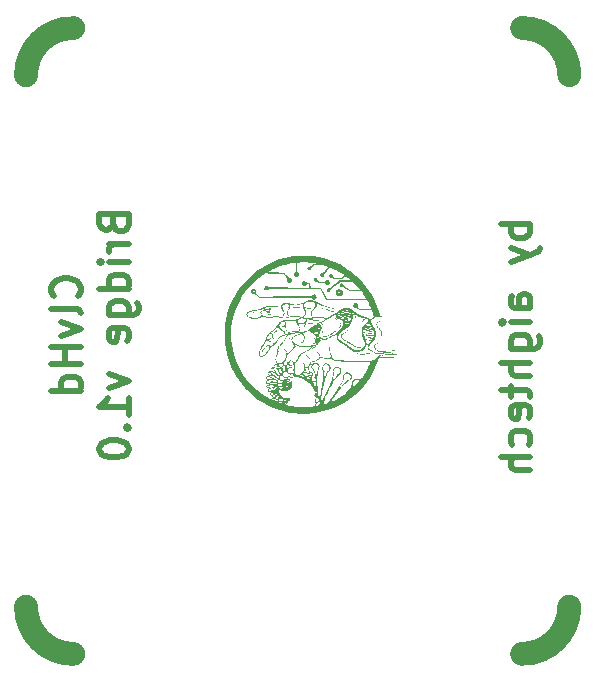
<source format=gbr>
%TF.GenerationSoftware,KiCad,Pcbnew,7.0.2-6a45011f42~172~ubuntu22.04.1*%
%TF.CreationDate,2023-05-08T11:52:49+01:00*%
%TF.ProjectId,bridge,62726964-6765-42e6-9b69-6361645f7063,rev?*%
%TF.SameCoordinates,Original*%
%TF.FileFunction,Legend,Bot*%
%TF.FilePolarity,Positive*%
%FSLAX46Y46*%
G04 Gerber Fmt 4.6, Leading zero omitted, Abs format (unit mm)*
G04 Created by KiCad (PCBNEW 7.0.2-6a45011f42~172~ubuntu22.04.1) date 2023-05-08 11:52:49*
%MOMM*%
%LPD*%
G01*
G04 APERTURE LIST*
%ADD10C,0.500000*%
%ADD11C,2.000000*%
%ADD12C,1.400000*%
G04 APERTURE END LIST*
D10*
X129694047Y-80583333D02*
X127194047Y-80583333D01*
X128146428Y-80583333D02*
X128027380Y-80821428D01*
X128027380Y-80821428D02*
X128027380Y-81297618D01*
X128027380Y-81297618D02*
X128146428Y-81535714D01*
X128146428Y-81535714D02*
X128265476Y-81654761D01*
X128265476Y-81654761D02*
X128503571Y-81773809D01*
X128503571Y-81773809D02*
X129217857Y-81773809D01*
X129217857Y-81773809D02*
X129455952Y-81654761D01*
X129455952Y-81654761D02*
X129575000Y-81535714D01*
X129575000Y-81535714D02*
X129694047Y-81297618D01*
X129694047Y-81297618D02*
X129694047Y-80821428D01*
X129694047Y-80821428D02*
X129575000Y-80583333D01*
X128027380Y-82607142D02*
X129694047Y-83202380D01*
X128027380Y-83797619D02*
X129694047Y-83202380D01*
X129694047Y-83202380D02*
X130289285Y-82964285D01*
X130289285Y-82964285D02*
X130408333Y-82845238D01*
X130408333Y-82845238D02*
X130527380Y-82607142D01*
X129694047Y-87726190D02*
X128384523Y-87726190D01*
X128384523Y-87726190D02*
X128146428Y-87607143D01*
X128146428Y-87607143D02*
X128027380Y-87369047D01*
X128027380Y-87369047D02*
X128027380Y-86892857D01*
X128027380Y-86892857D02*
X128146428Y-86654762D01*
X129575000Y-87726190D02*
X129694047Y-87488095D01*
X129694047Y-87488095D02*
X129694047Y-86892857D01*
X129694047Y-86892857D02*
X129575000Y-86654762D01*
X129575000Y-86654762D02*
X129336904Y-86535714D01*
X129336904Y-86535714D02*
X129098809Y-86535714D01*
X129098809Y-86535714D02*
X128860714Y-86654762D01*
X128860714Y-86654762D02*
X128741666Y-86892857D01*
X128741666Y-86892857D02*
X128741666Y-87488095D01*
X128741666Y-87488095D02*
X128622619Y-87726190D01*
X129694047Y-88916667D02*
X128027380Y-88916667D01*
X127194047Y-88916667D02*
X127313095Y-88797619D01*
X127313095Y-88797619D02*
X127432142Y-88916667D01*
X127432142Y-88916667D02*
X127313095Y-89035714D01*
X127313095Y-89035714D02*
X127194047Y-88916667D01*
X127194047Y-88916667D02*
X127432142Y-88916667D01*
X128027380Y-91178571D02*
X130051190Y-91178571D01*
X130051190Y-91178571D02*
X130289285Y-91059524D01*
X130289285Y-91059524D02*
X130408333Y-90940476D01*
X130408333Y-90940476D02*
X130527380Y-90702381D01*
X130527380Y-90702381D02*
X130527380Y-90345238D01*
X130527380Y-90345238D02*
X130408333Y-90107143D01*
X129575000Y-91178571D02*
X129694047Y-90940476D01*
X129694047Y-90940476D02*
X129694047Y-90464285D01*
X129694047Y-90464285D02*
X129575000Y-90226190D01*
X129575000Y-90226190D02*
X129455952Y-90107143D01*
X129455952Y-90107143D02*
X129217857Y-89988095D01*
X129217857Y-89988095D02*
X128503571Y-89988095D01*
X128503571Y-89988095D02*
X128265476Y-90107143D01*
X128265476Y-90107143D02*
X128146428Y-90226190D01*
X128146428Y-90226190D02*
X128027380Y-90464285D01*
X128027380Y-90464285D02*
X128027380Y-90940476D01*
X128027380Y-90940476D02*
X128146428Y-91178571D01*
X129694047Y-92369048D02*
X127194047Y-92369048D01*
X129694047Y-93440476D02*
X128384523Y-93440476D01*
X128384523Y-93440476D02*
X128146428Y-93321429D01*
X128146428Y-93321429D02*
X128027380Y-93083333D01*
X128027380Y-93083333D02*
X128027380Y-92726190D01*
X128027380Y-92726190D02*
X128146428Y-92488095D01*
X128146428Y-92488095D02*
X128265476Y-92369048D01*
X128027380Y-94273810D02*
X128027380Y-95226191D01*
X127194047Y-94630953D02*
X129336904Y-94630953D01*
X129336904Y-94630953D02*
X129575000Y-94750000D01*
X129575000Y-94750000D02*
X129694047Y-94988095D01*
X129694047Y-94988095D02*
X129694047Y-95226191D01*
X129575000Y-97011905D02*
X129694047Y-96773809D01*
X129694047Y-96773809D02*
X129694047Y-96297619D01*
X129694047Y-96297619D02*
X129575000Y-96059524D01*
X129575000Y-96059524D02*
X129336904Y-95940476D01*
X129336904Y-95940476D02*
X128384523Y-95940476D01*
X128384523Y-95940476D02*
X128146428Y-96059524D01*
X128146428Y-96059524D02*
X128027380Y-96297619D01*
X128027380Y-96297619D02*
X128027380Y-96773809D01*
X128027380Y-96773809D02*
X128146428Y-97011905D01*
X128146428Y-97011905D02*
X128384523Y-97130952D01*
X128384523Y-97130952D02*
X128622619Y-97130952D01*
X128622619Y-97130952D02*
X128860714Y-95940476D01*
X129575000Y-99273809D02*
X129694047Y-99035714D01*
X129694047Y-99035714D02*
X129694047Y-98559523D01*
X129694047Y-98559523D02*
X129575000Y-98321428D01*
X129575000Y-98321428D02*
X129455952Y-98202381D01*
X129455952Y-98202381D02*
X129217857Y-98083333D01*
X129217857Y-98083333D02*
X128503571Y-98083333D01*
X128503571Y-98083333D02*
X128265476Y-98202381D01*
X128265476Y-98202381D02*
X128146428Y-98321428D01*
X128146428Y-98321428D02*
X128027380Y-98559523D01*
X128027380Y-98559523D02*
X128027380Y-99035714D01*
X128027380Y-99035714D02*
X128146428Y-99273809D01*
X129694047Y-100345238D02*
X127194047Y-100345238D01*
X129694047Y-101416666D02*
X128384523Y-101416666D01*
X128384523Y-101416666D02*
X128146428Y-101297619D01*
X128146428Y-101297619D02*
X128027380Y-101059523D01*
X128027380Y-101059523D02*
X128027380Y-100702380D01*
X128027380Y-100702380D02*
X128146428Y-100464285D01*
X128146428Y-100464285D02*
X128265476Y-100345238D01*
D11*
X133000000Y-68000000D02*
G75*
G03*
X129000000Y-64000000I-4000000J0D01*
G01*
X91000000Y-64000000D02*
G75*
G03*
X87000000Y-68000000I0J-4000000D01*
G01*
X87000000Y-113000000D02*
G75*
G03*
X91000000Y-117000000I4000000J0D01*
G01*
X129000000Y-117000000D02*
G75*
G03*
X133000000Y-113000000I0J4000000D01*
G01*
D10*
X91405952Y-86726190D02*
X91525000Y-86607142D01*
X91525000Y-86607142D02*
X91644047Y-86250000D01*
X91644047Y-86250000D02*
X91644047Y-86011904D01*
X91644047Y-86011904D02*
X91525000Y-85654761D01*
X91525000Y-85654761D02*
X91286904Y-85416666D01*
X91286904Y-85416666D02*
X91048809Y-85297619D01*
X91048809Y-85297619D02*
X90572619Y-85178571D01*
X90572619Y-85178571D02*
X90215476Y-85178571D01*
X90215476Y-85178571D02*
X89739285Y-85297619D01*
X89739285Y-85297619D02*
X89501190Y-85416666D01*
X89501190Y-85416666D02*
X89263095Y-85654761D01*
X89263095Y-85654761D02*
X89144047Y-86011904D01*
X89144047Y-86011904D02*
X89144047Y-86250000D01*
X89144047Y-86250000D02*
X89263095Y-86607142D01*
X89263095Y-86607142D02*
X89382142Y-86726190D01*
X91644047Y-88154761D02*
X91525000Y-87916666D01*
X91525000Y-87916666D02*
X91286904Y-87797619D01*
X91286904Y-87797619D02*
X89144047Y-87797619D01*
X89977380Y-88869047D02*
X91644047Y-89464285D01*
X91644047Y-89464285D02*
X89977380Y-90059524D01*
X91644047Y-91011905D02*
X89144047Y-91011905D01*
X90334523Y-91011905D02*
X90334523Y-92440476D01*
X91644047Y-92440476D02*
X89144047Y-92440476D01*
X91644047Y-94702381D02*
X89144047Y-94702381D01*
X91525000Y-94702381D02*
X91644047Y-94464286D01*
X91644047Y-94464286D02*
X91644047Y-93988095D01*
X91644047Y-93988095D02*
X91525000Y-93750000D01*
X91525000Y-93750000D02*
X91405952Y-93630953D01*
X91405952Y-93630953D02*
X91167857Y-93511905D01*
X91167857Y-93511905D02*
X90453571Y-93511905D01*
X90453571Y-93511905D02*
X90215476Y-93630953D01*
X90215476Y-93630953D02*
X90096428Y-93750000D01*
X90096428Y-93750000D02*
X89977380Y-93988095D01*
X89977380Y-93988095D02*
X89977380Y-94464286D01*
X89977380Y-94464286D02*
X90096428Y-94702381D01*
X94384523Y-80595238D02*
X94503571Y-80952381D01*
X94503571Y-80952381D02*
X94622619Y-81071428D01*
X94622619Y-81071428D02*
X94860714Y-81190476D01*
X94860714Y-81190476D02*
X95217857Y-81190476D01*
X95217857Y-81190476D02*
X95455952Y-81071428D01*
X95455952Y-81071428D02*
X95575000Y-80952381D01*
X95575000Y-80952381D02*
X95694047Y-80714286D01*
X95694047Y-80714286D02*
X95694047Y-79761905D01*
X95694047Y-79761905D02*
X93194047Y-79761905D01*
X93194047Y-79761905D02*
X93194047Y-80595238D01*
X93194047Y-80595238D02*
X93313095Y-80833333D01*
X93313095Y-80833333D02*
X93432142Y-80952381D01*
X93432142Y-80952381D02*
X93670238Y-81071428D01*
X93670238Y-81071428D02*
X93908333Y-81071428D01*
X93908333Y-81071428D02*
X94146428Y-80952381D01*
X94146428Y-80952381D02*
X94265476Y-80833333D01*
X94265476Y-80833333D02*
X94384523Y-80595238D01*
X94384523Y-80595238D02*
X94384523Y-79761905D01*
X95694047Y-82261905D02*
X94027380Y-82261905D01*
X94503571Y-82261905D02*
X94265476Y-82380952D01*
X94265476Y-82380952D02*
X94146428Y-82500000D01*
X94146428Y-82500000D02*
X94027380Y-82738095D01*
X94027380Y-82738095D02*
X94027380Y-82976190D01*
X95694047Y-83809524D02*
X94027380Y-83809524D01*
X93194047Y-83809524D02*
X93313095Y-83690476D01*
X93313095Y-83690476D02*
X93432142Y-83809524D01*
X93432142Y-83809524D02*
X93313095Y-83928571D01*
X93313095Y-83928571D02*
X93194047Y-83809524D01*
X93194047Y-83809524D02*
X93432142Y-83809524D01*
X95694047Y-86071428D02*
X93194047Y-86071428D01*
X95575000Y-86071428D02*
X95694047Y-85833333D01*
X95694047Y-85833333D02*
X95694047Y-85357142D01*
X95694047Y-85357142D02*
X95575000Y-85119047D01*
X95575000Y-85119047D02*
X95455952Y-85000000D01*
X95455952Y-85000000D02*
X95217857Y-84880952D01*
X95217857Y-84880952D02*
X94503571Y-84880952D01*
X94503571Y-84880952D02*
X94265476Y-85000000D01*
X94265476Y-85000000D02*
X94146428Y-85119047D01*
X94146428Y-85119047D02*
X94027380Y-85357142D01*
X94027380Y-85357142D02*
X94027380Y-85833333D01*
X94027380Y-85833333D02*
X94146428Y-86071428D01*
X94027380Y-88333333D02*
X96051190Y-88333333D01*
X96051190Y-88333333D02*
X96289285Y-88214286D01*
X96289285Y-88214286D02*
X96408333Y-88095238D01*
X96408333Y-88095238D02*
X96527380Y-87857143D01*
X96527380Y-87857143D02*
X96527380Y-87500000D01*
X96527380Y-87500000D02*
X96408333Y-87261905D01*
X95575000Y-88333333D02*
X95694047Y-88095238D01*
X95694047Y-88095238D02*
X95694047Y-87619047D01*
X95694047Y-87619047D02*
X95575000Y-87380952D01*
X95575000Y-87380952D02*
X95455952Y-87261905D01*
X95455952Y-87261905D02*
X95217857Y-87142857D01*
X95217857Y-87142857D02*
X94503571Y-87142857D01*
X94503571Y-87142857D02*
X94265476Y-87261905D01*
X94265476Y-87261905D02*
X94146428Y-87380952D01*
X94146428Y-87380952D02*
X94027380Y-87619047D01*
X94027380Y-87619047D02*
X94027380Y-88095238D01*
X94027380Y-88095238D02*
X94146428Y-88333333D01*
X95575000Y-90476191D02*
X95694047Y-90238095D01*
X95694047Y-90238095D02*
X95694047Y-89761905D01*
X95694047Y-89761905D02*
X95575000Y-89523810D01*
X95575000Y-89523810D02*
X95336904Y-89404762D01*
X95336904Y-89404762D02*
X94384523Y-89404762D01*
X94384523Y-89404762D02*
X94146428Y-89523810D01*
X94146428Y-89523810D02*
X94027380Y-89761905D01*
X94027380Y-89761905D02*
X94027380Y-90238095D01*
X94027380Y-90238095D02*
X94146428Y-90476191D01*
X94146428Y-90476191D02*
X94384523Y-90595238D01*
X94384523Y-90595238D02*
X94622619Y-90595238D01*
X94622619Y-90595238D02*
X94860714Y-89404762D01*
X94027380Y-93333333D02*
X95694047Y-93928571D01*
X95694047Y-93928571D02*
X94027380Y-94523810D01*
X95694047Y-96785714D02*
X95694047Y-95357143D01*
X95694047Y-96071429D02*
X93194047Y-96071429D01*
X93194047Y-96071429D02*
X93551190Y-95833333D01*
X93551190Y-95833333D02*
X93789285Y-95595238D01*
X93789285Y-95595238D02*
X93908333Y-95357143D01*
X95455952Y-97857143D02*
X95575000Y-97976190D01*
X95575000Y-97976190D02*
X95694047Y-97857143D01*
X95694047Y-97857143D02*
X95575000Y-97738095D01*
X95575000Y-97738095D02*
X95455952Y-97857143D01*
X95455952Y-97857143D02*
X95694047Y-97857143D01*
X93194047Y-99523809D02*
X93194047Y-99761904D01*
X93194047Y-99761904D02*
X93313095Y-100000000D01*
X93313095Y-100000000D02*
X93432142Y-100119047D01*
X93432142Y-100119047D02*
X93670238Y-100238095D01*
X93670238Y-100238095D02*
X94146428Y-100357142D01*
X94146428Y-100357142D02*
X94741666Y-100357142D01*
X94741666Y-100357142D02*
X95217857Y-100238095D01*
X95217857Y-100238095D02*
X95455952Y-100119047D01*
X95455952Y-100119047D02*
X95575000Y-100000000D01*
X95575000Y-100000000D02*
X95694047Y-99761904D01*
X95694047Y-99761904D02*
X95694047Y-99523809D01*
X95694047Y-99523809D02*
X95575000Y-99285714D01*
X95575000Y-99285714D02*
X95455952Y-99166666D01*
X95455952Y-99166666D02*
X95217857Y-99047619D01*
X95217857Y-99047619D02*
X94741666Y-98928571D01*
X94741666Y-98928571D02*
X94146428Y-98928571D01*
X94146428Y-98928571D02*
X93670238Y-99047619D01*
X93670238Y-99047619D02*
X93432142Y-99166666D01*
X93432142Y-99166666D02*
X93313095Y-99285714D01*
X93313095Y-99285714D02*
X93194047Y-99523809D01*
%TO.C,G\u002A\u002A\u002A*%
G36*
X110763175Y-93288893D02*
G01*
X110776457Y-93295462D01*
X110776189Y-93297235D01*
X110760356Y-93309712D01*
X110726007Y-93320882D01*
X110681413Y-93329481D01*
X110634847Y-93334244D01*
X110594581Y-93333905D01*
X110568888Y-93327201D01*
X110561897Y-93321883D01*
X110558822Y-93312383D01*
X110574678Y-93304782D01*
X110612460Y-93298067D01*
X110675165Y-93291223D01*
X110725048Y-93287792D01*
X110763175Y-93288893D01*
G37*
G36*
X108974147Y-95710842D02*
G01*
X108972607Y-95715489D01*
X108957146Y-95736313D01*
X108929987Y-95765582D01*
X108897246Y-95797487D01*
X108865038Y-95826217D01*
X108839479Y-95845966D01*
X108826683Y-95850922D01*
X108826722Y-95844940D01*
X108839647Y-95823156D01*
X108864035Y-95792573D01*
X108894137Y-95759695D01*
X108924205Y-95731028D01*
X108948492Y-95713077D01*
X108964136Y-95707105D01*
X108974147Y-95710842D01*
G37*
G36*
X111535298Y-90936089D02*
G01*
X111565432Y-90940377D01*
X111569253Y-90952183D01*
X111547140Y-90970843D01*
X111499477Y-90995690D01*
X111496557Y-90997056D01*
X111447588Y-91024165D01*
X111390310Y-91061533D01*
X111336516Y-91101500D01*
X111327268Y-91108890D01*
X111273405Y-91148896D01*
X111236888Y-91169304D01*
X111216136Y-91170766D01*
X111209571Y-91153935D01*
X111213050Y-91140671D01*
X111236196Y-91109085D01*
X111276270Y-91071981D01*
X111327647Y-91033143D01*
X111384701Y-90996353D01*
X111441804Y-90965391D01*
X111493331Y-90944041D01*
X111533656Y-90936083D01*
X111535298Y-90936089D01*
G37*
G36*
X113175612Y-88304103D02*
G01*
X113170845Y-88333911D01*
X113166184Y-88350748D01*
X113158179Y-88434488D01*
X113177041Y-88514541D01*
X113223124Y-88591844D01*
X113296783Y-88667333D01*
X113318313Y-88686208D01*
X113349301Y-88716783D01*
X113358120Y-88732291D01*
X113344650Y-88732241D01*
X113308773Y-88716148D01*
X113285435Y-88702806D01*
X113225834Y-88657484D01*
X113175312Y-88603979D01*
X113142545Y-88550916D01*
X113138496Y-88540200D01*
X113125866Y-88475918D01*
X113125949Y-88404145D01*
X113138990Y-88339488D01*
X113139336Y-88338506D01*
X113154690Y-88307305D01*
X113168505Y-88295536D01*
X113175612Y-88304103D01*
G37*
G36*
X110730307Y-91682462D02*
G01*
X110776457Y-91705987D01*
X110796439Y-91718649D01*
X110884131Y-91792323D01*
X110955423Y-91883083D01*
X111004638Y-91984013D01*
X111017294Y-92021200D01*
X111025566Y-92050862D01*
X111025333Y-92064475D01*
X111017464Y-92067714D01*
X111012162Y-92063671D01*
X110997727Y-92040483D01*
X110980629Y-92003580D01*
X110979032Y-91999824D01*
X110948320Y-91946415D01*
X110902612Y-91886466D01*
X110848974Y-91827763D01*
X110794469Y-91778087D01*
X110746161Y-91745224D01*
X110732821Y-91737764D01*
X110704084Y-91715827D01*
X110692629Y-91697241D01*
X110692708Y-91694620D01*
X110702740Y-91678710D01*
X110730307Y-91682462D01*
G37*
G36*
X114157965Y-88674801D02*
G01*
X114191321Y-88681198D01*
X114207718Y-88692115D01*
X114212664Y-88707279D01*
X114198625Y-88714631D01*
X114193004Y-88716405D01*
X114193823Y-88730801D01*
X114194605Y-88738221D01*
X114177607Y-88741649D01*
X114136812Y-88737787D01*
X114116850Y-88735119D01*
X114071823Y-88729549D01*
X114040321Y-88726254D01*
X114036740Y-88723888D01*
X114056103Y-88719685D01*
X114094664Y-88714631D01*
X114178493Y-88705357D01*
X114087678Y-88702795D01*
X114082614Y-88702643D01*
X114035740Y-88699732D01*
X114014757Y-88694555D01*
X114017821Y-88686688D01*
X114028105Y-88682303D01*
X114064705Y-88675723D01*
X114111876Y-88673099D01*
X114157965Y-88674801D01*
G37*
G36*
X108698257Y-91040277D02*
G01*
X108705770Y-91041166D01*
X108797902Y-91066408D01*
X108884803Y-91115072D01*
X108961658Y-91182974D01*
X109023652Y-91265929D01*
X109065969Y-91359754D01*
X109070226Y-91374102D01*
X109079257Y-91413297D01*
X109081462Y-91439054D01*
X109075424Y-91455481D01*
X109059855Y-91459106D01*
X109040865Y-91442651D01*
X109023847Y-91408934D01*
X109023364Y-91407538D01*
X108986478Y-91325841D01*
X108935188Y-91243878D01*
X108878244Y-91175667D01*
X108851139Y-91151053D01*
X108805730Y-91118669D01*
X108746411Y-91085818D01*
X108666776Y-91048651D01*
X108658221Y-91044740D01*
X108648573Y-91038175D01*
X108660981Y-91036937D01*
X108698257Y-91040277D01*
G37*
G36*
X108374835Y-87766487D02*
G01*
X108415496Y-87769360D01*
X108429263Y-87774503D01*
X108421417Y-87778577D01*
X108388452Y-87783902D01*
X108332187Y-87788968D01*
X108255260Y-87793550D01*
X108160313Y-87797423D01*
X108075537Y-87800735D01*
X107990669Y-87805003D01*
X107916129Y-87809703D01*
X107857785Y-87814464D01*
X107821507Y-87818912D01*
X107820719Y-87819053D01*
X107769455Y-87826192D01*
X107744641Y-87824605D01*
X107746182Y-87814287D01*
X107748625Y-87812461D01*
X107775911Y-87803716D01*
X107826367Y-87795004D01*
X107896063Y-87786736D01*
X107981067Y-87779324D01*
X108077446Y-87773179D01*
X108181270Y-87768713D01*
X108216656Y-87767635D01*
X108308236Y-87765904D01*
X108374835Y-87766487D01*
G37*
G36*
X108383841Y-89497034D02*
G01*
X108397737Y-89498896D01*
X108396060Y-89506216D01*
X108376053Y-89522030D01*
X108334956Y-89549372D01*
X108317914Y-89561261D01*
X108270794Y-89599102D01*
X108216296Y-89647665D01*
X108160235Y-89701285D01*
X108108428Y-89754296D01*
X108066691Y-89801035D01*
X108040840Y-89835836D01*
X108030744Y-89849952D01*
X108009051Y-89869322D01*
X107990218Y-89876301D01*
X107982178Y-89866715D01*
X107984281Y-89854932D01*
X108001667Y-89818543D01*
X108032787Y-89772674D01*
X108072982Y-89723803D01*
X108117591Y-89678410D01*
X108154659Y-89646067D01*
X108209450Y-89602498D01*
X108265156Y-89562029D01*
X108316254Y-89528439D01*
X108357220Y-89505512D01*
X108382529Y-89497029D01*
X108383841Y-89497034D01*
G37*
G36*
X111080963Y-88996984D02*
G01*
X111152296Y-89001456D01*
X111216556Y-89008489D01*
X111272271Y-89018096D01*
X111347441Y-89034351D01*
X111415649Y-89052161D01*
X111425161Y-89055012D01*
X111471753Y-89070677D01*
X111504545Y-89084544D01*
X111516941Y-89093894D01*
X111514566Y-89100744D01*
X111502042Y-89104723D01*
X111475019Y-89102580D01*
X111429344Y-89093900D01*
X111360866Y-89078267D01*
X111324012Y-89070829D01*
X111254820Y-89059923D01*
X111171124Y-89048979D01*
X111080676Y-89038846D01*
X110991224Y-89030376D01*
X110910521Y-89024418D01*
X110846314Y-89021822D01*
X110842835Y-89021758D01*
X110832405Y-89018955D01*
X110846314Y-89008031D01*
X110853848Y-89004862D01*
X110889000Y-88999011D01*
X110942868Y-88995753D01*
X111009005Y-88995080D01*
X111080963Y-88996984D01*
G37*
G36*
X109640459Y-89046385D02*
G01*
X109703045Y-89052326D01*
X109746067Y-89061507D01*
X109751746Y-89063586D01*
X109785786Y-89080525D01*
X109797813Y-89094838D01*
X109787133Y-89102683D01*
X109753052Y-89100217D01*
X109739991Y-89098107D01*
X109695971Y-89092939D01*
X109637340Y-89087571D01*
X109573144Y-89082875D01*
X109549614Y-89081681D01*
X109417201Y-89085542D01*
X109289359Y-89106132D01*
X109175952Y-89141985D01*
X109161748Y-89147854D01*
X109130907Y-89159142D01*
X109117063Y-89159881D01*
X109113861Y-89150996D01*
X109122210Y-89143164D01*
X109152722Y-89127603D01*
X109200906Y-89107435D01*
X109261794Y-89084715D01*
X109330418Y-89061496D01*
X109358281Y-89055031D01*
X109417220Y-89048008D01*
X109489356Y-89044226D01*
X109566499Y-89043685D01*
X109640459Y-89046385D01*
G37*
G36*
X109915838Y-87643335D02*
G01*
X110001791Y-87646273D01*
X110088205Y-87650687D01*
X110169398Y-87656254D01*
X110239691Y-87662651D01*
X110293402Y-87669555D01*
X110324852Y-87676641D01*
X110336652Y-87681895D01*
X110339225Y-87687949D01*
X110317266Y-87689791D01*
X110269739Y-87687457D01*
X110195607Y-87680981D01*
X110191510Y-87680588D01*
X110093157Y-87673508D01*
X109985008Y-87669563D01*
X109872444Y-87668596D01*
X109760845Y-87670453D01*
X109655591Y-87674978D01*
X109562064Y-87682016D01*
X109485644Y-87691412D01*
X109431710Y-87703011D01*
X109418014Y-87704919D01*
X109407260Y-87697095D01*
X109413919Y-87689759D01*
X109444737Y-87679055D01*
X109497398Y-87668568D01*
X109568322Y-87658852D01*
X109653927Y-87650462D01*
X109750635Y-87643951D01*
X109768034Y-87643184D01*
X109836025Y-87642198D01*
X109915838Y-87643335D01*
G37*
G36*
X118152843Y-91564236D02*
G01*
X118279146Y-91571841D01*
X118389168Y-91584661D01*
X118434419Y-91591999D01*
X118488810Y-91601664D01*
X118528323Y-91609722D01*
X118546574Y-91614945D01*
X118554609Y-91621241D01*
X118554644Y-91630391D01*
X118535563Y-91637480D01*
X118495606Y-91642700D01*
X118433012Y-91646243D01*
X118346019Y-91648300D01*
X118232866Y-91649063D01*
X118161770Y-91649353D01*
X117949456Y-91652799D01*
X117760748Y-91660030D01*
X117596673Y-91670981D01*
X117458259Y-91685590D01*
X117346536Y-91703792D01*
X117304962Y-91712432D01*
X117248595Y-91724722D01*
X117205725Y-91734773D01*
X117183310Y-91741001D01*
X117171662Y-91743246D01*
X117161386Y-91734952D01*
X117166027Y-91726826D01*
X117193536Y-91709846D01*
X117242404Y-91689845D01*
X117308755Y-91667967D01*
X117388710Y-91645355D01*
X117478392Y-91623152D01*
X117573924Y-91602502D01*
X117671427Y-91584548D01*
X117765356Y-91572722D01*
X117887038Y-91564675D01*
X118019170Y-91561846D01*
X118152843Y-91564236D01*
G37*
G36*
X114930203Y-91466477D02*
G01*
X114958605Y-91476116D01*
X115003854Y-91494406D01*
X115070335Y-91522600D01*
X115095697Y-91533280D01*
X115174509Y-91563612D01*
X115246903Y-91585411D01*
X115317642Y-91598824D01*
X115391487Y-91603994D01*
X115473198Y-91601066D01*
X115567538Y-91590184D01*
X115679267Y-91571494D01*
X115813146Y-91545138D01*
X115862685Y-91535259D01*
X115953325Y-91518553D01*
X116040543Y-91504031D01*
X116116389Y-91492985D01*
X116172909Y-91486706D01*
X116224931Y-91482896D01*
X116263748Y-91481542D01*
X116284795Y-91484232D01*
X116293467Y-91491772D01*
X116295159Y-91504969D01*
X116293611Y-91516365D01*
X116282748Y-91527942D01*
X116256197Y-91535403D01*
X116207838Y-91541294D01*
X116198680Y-91542318D01*
X116147105Y-91550417D01*
X116078326Y-91563655D01*
X116000218Y-91580443D01*
X115920660Y-91599194D01*
X115772680Y-91633558D01*
X115643854Y-91657759D01*
X115531779Y-91671092D01*
X115431863Y-91673399D01*
X115339512Y-91664517D01*
X115250133Y-91644287D01*
X115159132Y-91612546D01*
X115061918Y-91569136D01*
X115049255Y-91562955D01*
X114990410Y-91532749D01*
X114943410Y-91506199D01*
X114912767Y-91485983D01*
X114902993Y-91474779D01*
X114906396Y-91468138D01*
X114914262Y-91464235D01*
X114930203Y-91466477D01*
G37*
G36*
X111863215Y-87677380D02*
G01*
X111940876Y-87682179D01*
X112012022Y-87689581D01*
X112070575Y-87699490D01*
X112109397Y-87708631D01*
X112183327Y-87728602D01*
X112269414Y-87754936D01*
X112371061Y-87788744D01*
X112491673Y-87831134D01*
X112634653Y-87883214D01*
X112739131Y-87920703D01*
X112833752Y-87951514D01*
X112916840Y-87974063D01*
X112995610Y-87990049D01*
X113077278Y-88001173D01*
X113169059Y-88009134D01*
X113206598Y-88012254D01*
X113257435Y-88018367D01*
X113292322Y-88025053D01*
X113305280Y-88031337D01*
X113305271Y-88031603D01*
X113291660Y-88039541D01*
X113255540Y-88043295D01*
X113201832Y-88043280D01*
X113135457Y-88039913D01*
X113061339Y-88033611D01*
X112984398Y-88024790D01*
X112909556Y-88013867D01*
X112841736Y-88001258D01*
X112785859Y-87987380D01*
X112756008Y-87977942D01*
X112695539Y-87957409D01*
X112620457Y-87930827D01*
X112537506Y-87900596D01*
X112453432Y-87869115D01*
X112360981Y-87834977D01*
X112187801Y-87777507D01*
X112033308Y-87735961D01*
X111895011Y-87709816D01*
X111770419Y-87698546D01*
X111657040Y-87701629D01*
X111614832Y-87705116D01*
X111588268Y-87705459D01*
X111582496Y-87701255D01*
X111593784Y-87691930D01*
X111609052Y-87686135D01*
X111651960Y-87679560D01*
X111712677Y-87675974D01*
X111785123Y-87675279D01*
X111863215Y-87677380D01*
G37*
G36*
X111442395Y-90225367D02*
G01*
X111446216Y-90241556D01*
X111438235Y-90277180D01*
X111417998Y-90334962D01*
X111411460Y-90353422D01*
X111395761Y-90428691D01*
X111398235Y-90508671D01*
X111418908Y-90601595D01*
X111429751Y-90649642D01*
X111428652Y-90699908D01*
X111407915Y-90733480D01*
X111366608Y-90753063D01*
X111355184Y-90755884D01*
X111276145Y-90770334D01*
X111174981Y-90782244D01*
X111056565Y-90791228D01*
X110925766Y-90796900D01*
X110787455Y-90798877D01*
X110725786Y-90798434D01*
X110627266Y-90796228D01*
X110525980Y-90792434D01*
X110426316Y-90787348D01*
X110332659Y-90781266D01*
X110249396Y-90774485D01*
X110180912Y-90767300D01*
X110131595Y-90760006D01*
X110105830Y-90752900D01*
X110104351Y-90752046D01*
X110100050Y-90746521D01*
X110110102Y-90742993D01*
X110136760Y-90741480D01*
X110182275Y-90742004D01*
X110248898Y-90744583D01*
X110338882Y-90749239D01*
X110454476Y-90755990D01*
X110583400Y-90762374D01*
X110700771Y-90764591D01*
X110811857Y-90762289D01*
X110927512Y-90755454D01*
X110986609Y-90750654D01*
X111080553Y-90741560D01*
X111168643Y-90731366D01*
X111246477Y-90720696D01*
X111309651Y-90710175D01*
X111353762Y-90700427D01*
X111374406Y-90692077D01*
X111375949Y-90677564D01*
X111371973Y-90643035D01*
X111363012Y-90596890D01*
X111354846Y-90555527D01*
X111347164Y-90501360D01*
X111344749Y-90460516D01*
X111345954Y-90448490D01*
X111354819Y-90409914D01*
X111369906Y-90362181D01*
X111388421Y-90312492D01*
X111407571Y-90268047D01*
X111424564Y-90236049D01*
X111436606Y-90223697D01*
X111442395Y-90225367D01*
G37*
G36*
X113635560Y-88960507D02*
G01*
X113651485Y-88983581D01*
X113656615Y-88998384D01*
X113664197Y-89040020D01*
X113667591Y-89088831D01*
X113663553Y-89140479D01*
X113643809Y-89207665D01*
X113606326Y-89277602D01*
X113549623Y-89352178D01*
X113472220Y-89433282D01*
X113372638Y-89522803D01*
X113249395Y-89622632D01*
X113147380Y-89701330D01*
X113012189Y-89802553D01*
X112893356Y-89887315D01*
X112788515Y-89957233D01*
X112695301Y-90013927D01*
X112611348Y-90059013D01*
X112575830Y-90076555D01*
X112520615Y-90102422D01*
X112477356Y-90119025D01*
X112437555Y-90128761D01*
X112392711Y-90134033D01*
X112334327Y-90137239D01*
X112304838Y-90138402D01*
X112248065Y-90138999D01*
X112207067Y-90135464D01*
X112173269Y-90126671D01*
X112138099Y-90111495D01*
X112090423Y-90083038D01*
X112044959Y-90034774D01*
X112024138Y-89975505D01*
X112027564Y-89903835D01*
X112054840Y-89818372D01*
X112070526Y-89777313D01*
X112084418Y-89731491D01*
X112089769Y-89700036D01*
X112093892Y-89676568D01*
X112112281Y-89664686D01*
X112118071Y-89665751D01*
X112127509Y-89681415D01*
X112125833Y-89717153D01*
X112112822Y-89774721D01*
X112088257Y-89855875D01*
X112074065Y-89902166D01*
X112067957Y-89934380D01*
X112070547Y-89958323D01*
X112081334Y-89983226D01*
X112101731Y-90011252D01*
X112152112Y-90046872D01*
X112219387Y-90069655D01*
X112297942Y-90077978D01*
X112382161Y-90070217D01*
X112384618Y-90069736D01*
X112462380Y-90047121D01*
X112555163Y-90008451D01*
X112659624Y-89956091D01*
X112772423Y-89892408D01*
X112890218Y-89819765D01*
X113009667Y-89740529D01*
X113127431Y-89657065D01*
X113240167Y-89571738D01*
X113344533Y-89486914D01*
X113437190Y-89404958D01*
X113514794Y-89328235D01*
X113574006Y-89259112D01*
X113611484Y-89199952D01*
X113617548Y-89186071D01*
X113635560Y-89114874D01*
X113636749Y-89041017D01*
X113620620Y-88976595D01*
X113615892Y-88960770D01*
X113621379Y-88952379D01*
X113635560Y-88960507D01*
G37*
G36*
X116838353Y-90626023D02*
G01*
X116818120Y-90651437D01*
X116774447Y-90691799D01*
X116707369Y-90747068D01*
X116667172Y-90779894D01*
X116590974Y-90849019D01*
X116539648Y-90907677D01*
X116512722Y-90956465D01*
X116509720Y-90995979D01*
X116511245Y-91000101D01*
X116527736Y-91026897D01*
X116558457Y-91068106D01*
X116599686Y-91118910D01*
X116647697Y-91174489D01*
X116709684Y-91242601D01*
X116764986Y-91297502D01*
X116813836Y-91335989D01*
X116861866Y-91360932D01*
X116914703Y-91375197D01*
X116977977Y-91381653D01*
X117057317Y-91383168D01*
X117127047Y-91382037D01*
X117210959Y-91378351D01*
X117309475Y-91371895D01*
X117425209Y-91362454D01*
X117560776Y-91349817D01*
X117718792Y-91333767D01*
X117901870Y-91314092D01*
X117957463Y-91308048D01*
X118047548Y-91298461D01*
X118132451Y-91289658D01*
X118204645Y-91282414D01*
X118256600Y-91277506D01*
X118283413Y-91275313D01*
X118330457Y-91273235D01*
X118354037Y-91275921D01*
X118357068Y-91283544D01*
X118355608Y-91285366D01*
X118333141Y-91295292D01*
X118297307Y-91299340D01*
X118292968Y-91299450D01*
X118260030Y-91301828D01*
X118204347Y-91306999D01*
X118129890Y-91314552D01*
X118040630Y-91324074D01*
X117940537Y-91335155D01*
X117833583Y-91347384D01*
X117731612Y-91359146D01*
X117561724Y-91378232D01*
X117415964Y-91393716D01*
X117292014Y-91405684D01*
X117187555Y-91414221D01*
X117100268Y-91419411D01*
X117027835Y-91421340D01*
X116967935Y-91420093D01*
X116918252Y-91415755D01*
X116876465Y-91408411D01*
X116840257Y-91398146D01*
X116807307Y-91385045D01*
X116782296Y-91369895D01*
X116738109Y-91335196D01*
X116684849Y-91287893D01*
X116627488Y-91232940D01*
X116571000Y-91175289D01*
X116520357Y-91119894D01*
X116480533Y-91071706D01*
X116456502Y-91035679D01*
X116452052Y-91026303D01*
X116439398Y-90965470D01*
X116454062Y-90905445D01*
X116495560Y-90848556D01*
X116504776Y-90839811D01*
X116541695Y-90808449D01*
X116590469Y-90770241D01*
X116645483Y-90729231D01*
X116701119Y-90689464D01*
X116751761Y-90654987D01*
X116791791Y-90629843D01*
X116815594Y-90618078D01*
X116835112Y-90615598D01*
X116838353Y-90626023D01*
G37*
G36*
X117533484Y-88777830D02*
G01*
X117640149Y-88778134D01*
X117735915Y-88778716D01*
X117817375Y-88779538D01*
X117881118Y-88780564D01*
X117923736Y-88781756D01*
X117941821Y-88783077D01*
X117951646Y-88790139D01*
X117936957Y-88802002D01*
X117932690Y-88803314D01*
X117903456Y-88806774D01*
X117851006Y-88810061D01*
X117778781Y-88813049D01*
X117690222Y-88815611D01*
X117588770Y-88817619D01*
X117477865Y-88818946D01*
X117398841Y-88819646D01*
X117290189Y-88820901D01*
X117203788Y-88822487D01*
X117136104Y-88824620D01*
X117083609Y-88827516D01*
X117042769Y-88831394D01*
X117010056Y-88836469D01*
X116981936Y-88842960D01*
X116954880Y-88851082D01*
X116912499Y-88866937D01*
X116858719Y-88892149D01*
X116818530Y-88916694D01*
X116783588Y-88950432D01*
X116748909Y-88997974D01*
X116723957Y-89046991D01*
X116714608Y-89087810D01*
X116716756Y-89107081D01*
X116735420Y-89157187D01*
X116774048Y-89218980D01*
X116833618Y-89293902D01*
X116915109Y-89383395D01*
X116936483Y-89405956D01*
X117007536Y-89484517D01*
X117060488Y-89551107D01*
X117097996Y-89610466D01*
X117122719Y-89667336D01*
X117137312Y-89726458D01*
X117144433Y-89792573D01*
X117145449Y-89817640D01*
X117144087Y-89882383D01*
X117137868Y-89943180D01*
X117127848Y-89994033D01*
X117115078Y-90028946D01*
X117100614Y-90041921D01*
X117096062Y-90038819D01*
X117089552Y-90015044D01*
X117085768Y-89966530D01*
X117084543Y-89891728D01*
X117084540Y-89884900D01*
X117083800Y-89817835D01*
X117080763Y-89769945D01*
X117073995Y-89733159D01*
X117062065Y-89699404D01*
X117043541Y-89660607D01*
X117043229Y-89659995D01*
X117016347Y-89616439D01*
X116974501Y-89559484D01*
X116922474Y-89495305D01*
X116865047Y-89430079D01*
X116827575Y-89388584D01*
X116758684Y-89306332D01*
X116709415Y-89236620D01*
X116678012Y-89176351D01*
X116662717Y-89122426D01*
X116661773Y-89071748D01*
X116661908Y-89070569D01*
X116685009Y-88987407D01*
X116733393Y-88915850D01*
X116806793Y-88856183D01*
X116904947Y-88808692D01*
X116917370Y-88804142D01*
X116940238Y-88796712D01*
X116964605Y-88790842D01*
X116993775Y-88786344D01*
X117031054Y-88783035D01*
X117079749Y-88780727D01*
X117143163Y-88779236D01*
X117224604Y-88778375D01*
X117327376Y-88777958D01*
X117454785Y-88777801D01*
X117533484Y-88777830D01*
G37*
G36*
X114295339Y-89546878D02*
G01*
X114290910Y-89566368D01*
X114268639Y-89597856D01*
X114232550Y-89637459D01*
X114186669Y-89681294D01*
X114135018Y-89725478D01*
X114081624Y-89766129D01*
X114030510Y-89799363D01*
X114026780Y-89801527D01*
X113974856Y-89831555D01*
X113912494Y-89867489D01*
X113852374Y-89902021D01*
X113814016Y-89925365D01*
X113757758Y-89969202D01*
X113725518Y-90013151D01*
X113715060Y-90060955D01*
X113724145Y-90116355D01*
X113736235Y-90148027D01*
X113764801Y-90194948D01*
X113807889Y-90242683D01*
X113867801Y-90293099D01*
X113946839Y-90348061D01*
X114047307Y-90409439D01*
X114171507Y-90479098D01*
X114200774Y-90496031D01*
X114255808Y-90530231D01*
X114323285Y-90573952D01*
X114397286Y-90623341D01*
X114471892Y-90674547D01*
X114600704Y-90762190D01*
X114737241Y-90849029D01*
X114857667Y-90917944D01*
X114963991Y-90969902D01*
X115058221Y-91005868D01*
X115142369Y-91026811D01*
X115218443Y-91033696D01*
X115260718Y-91031782D01*
X115339644Y-91013416D01*
X115398168Y-90976097D01*
X115435775Y-90920451D01*
X115451951Y-90847105D01*
X115446180Y-90756684D01*
X115439162Y-90709731D01*
X115435781Y-90674036D01*
X115436881Y-90658022D01*
X115442987Y-90654910D01*
X115457156Y-90666671D01*
X115470929Y-90701154D01*
X115482632Y-90754818D01*
X115490568Y-90840990D01*
X115481065Y-90926150D01*
X115450650Y-90992923D01*
X115398974Y-91041771D01*
X115325687Y-91073155D01*
X115230439Y-91087537D01*
X115168259Y-91086974D01*
X115076546Y-91072716D01*
X114975828Y-91042061D01*
X114864157Y-90994144D01*
X114739585Y-90928099D01*
X114600165Y-90843061D01*
X114443949Y-90738165D01*
X114380486Y-90694700D01*
X114295855Y-90638603D01*
X114213047Y-90585540D01*
X114139010Y-90539947D01*
X114080693Y-90506260D01*
X114040381Y-90483979D01*
X113929246Y-90418410D01*
X113841783Y-90359347D01*
X113775775Y-90305202D01*
X113729004Y-90254387D01*
X113716075Y-90236482D01*
X113675994Y-90159935D01*
X113659322Y-90084392D01*
X113666475Y-90013900D01*
X113697871Y-89952504D01*
X113703456Y-89946703D01*
X113733823Y-89923850D01*
X113782044Y-89893367D01*
X113842749Y-89858534D01*
X113910568Y-89822629D01*
X113973536Y-89789951D01*
X114041906Y-89751489D01*
X114096452Y-89715816D01*
X114144068Y-89678316D01*
X114191645Y-89634374D01*
X114218209Y-89608830D01*
X114255674Y-89574394D01*
X114282473Y-89551825D01*
X114294069Y-89545078D01*
X114295339Y-89546878D01*
G37*
G36*
X111511467Y-85152625D02*
G01*
X111577573Y-85163250D01*
X111630575Y-85195815D01*
X111664255Y-85247803D01*
X111676747Y-85317398D01*
X111678892Y-85342977D01*
X111688853Y-85369767D01*
X111711420Y-85398108D01*
X111751429Y-85435657D01*
X111761110Y-85444282D01*
X111785926Y-85465774D01*
X111808181Y-85481541D01*
X111832228Y-85492232D01*
X111862422Y-85498493D01*
X111903117Y-85500972D01*
X111958667Y-85500315D01*
X112033427Y-85497171D01*
X112131749Y-85492185D01*
X112306458Y-85483274D01*
X112328510Y-85439849D01*
X112347646Y-85412518D01*
X112393995Y-85373322D01*
X112450392Y-85344890D01*
X112505866Y-85333783D01*
X112517279Y-85335444D01*
X112567645Y-85342774D01*
X112633243Y-85373557D01*
X112685894Y-85421561D01*
X112718612Y-85481920D01*
X112722579Y-85497682D01*
X112725753Y-85557867D01*
X112715035Y-85619520D01*
X112692358Y-85668867D01*
X112688705Y-85673628D01*
X112657303Y-85706041D01*
X112619397Y-85736475D01*
X112585410Y-85755849D01*
X112548519Y-85764356D01*
X112497853Y-85763221D01*
X112424734Y-85748039D01*
X112366970Y-85713100D01*
X112327282Y-85657838D01*
X112307114Y-85615251D01*
X112432068Y-85615251D01*
X112472705Y-85633185D01*
X112506810Y-85643847D01*
X112551108Y-85639025D01*
X112586181Y-85608131D01*
X112601771Y-85576473D01*
X112603123Y-85529160D01*
X112578768Y-85487238D01*
X112554502Y-85471272D01*
X112517279Y-85460701D01*
X112482028Y-85460924D01*
X112460011Y-85473267D01*
X112465014Y-85483221D01*
X112491320Y-85487238D01*
X112526071Y-85492262D01*
X112555265Y-85515485D01*
X112564796Y-85558395D01*
X112564415Y-85567525D01*
X112554207Y-85594371D01*
X112526464Y-85608882D01*
X112476332Y-85614116D01*
X112432068Y-85615251D01*
X112307114Y-85615251D01*
X112306325Y-85613586D01*
X112036030Y-85613283D01*
X111765735Y-85612981D01*
X111679760Y-85538410D01*
X111656754Y-85518652D01*
X111619652Y-85489218D01*
X111592120Y-85473625D01*
X111566771Y-85468345D01*
X111536216Y-85469848D01*
X111485853Y-85468629D01*
X111427281Y-85447843D01*
X111383031Y-85409394D01*
X111356497Y-85358065D01*
X111351691Y-85305394D01*
X111475027Y-85305394D01*
X111475439Y-85312392D01*
X111488086Y-85341335D01*
X111511865Y-85355028D01*
X111537898Y-85347525D01*
X111548315Y-85337039D01*
X111557634Y-85307450D01*
X111539669Y-85279137D01*
X111539398Y-85278914D01*
X111511467Y-85269682D01*
X111486095Y-85280099D01*
X111475027Y-85305394D01*
X111351691Y-85305394D01*
X111351075Y-85298642D01*
X111370162Y-85235908D01*
X111394612Y-85199452D01*
X111443479Y-85163744D01*
X111506773Y-85151925D01*
X111507114Y-85151925D01*
X111511467Y-85152625D01*
G37*
G36*
X113577722Y-86109398D02*
G01*
X113591694Y-86111047D01*
X113596202Y-86111579D01*
X113678602Y-86145107D01*
X113701136Y-86163673D01*
X113746182Y-86200786D01*
X113795734Y-86276622D01*
X113798385Y-86282660D01*
X113815410Y-86343758D01*
X113821915Y-86414446D01*
X113821543Y-86431821D01*
X113805268Y-86519071D01*
X113767820Y-86593485D01*
X113713178Y-86653106D01*
X113645323Y-86695975D01*
X113568234Y-86720133D01*
X113485891Y-86723622D01*
X113402274Y-86704484D01*
X113321364Y-86660760D01*
X113307897Y-86650343D01*
X113264185Y-86600293D01*
X113477594Y-86600293D01*
X113479642Y-86601965D01*
X113496223Y-86600293D01*
X113533480Y-86600293D01*
X113535527Y-86601965D01*
X113552108Y-86600293D01*
X113554294Y-86596091D01*
X113542794Y-86590979D01*
X113535398Y-86591987D01*
X113533480Y-86600293D01*
X113496223Y-86600293D01*
X113498408Y-86596091D01*
X113486908Y-86590979D01*
X113479512Y-86591987D01*
X113477594Y-86600293D01*
X113264185Y-86600293D01*
X113252585Y-86587011D01*
X113251316Y-86583993D01*
X113584708Y-86583993D01*
X113591694Y-86590979D01*
X113598680Y-86583993D01*
X113591694Y-86577007D01*
X113584708Y-86583993D01*
X113251316Y-86583993D01*
X113218875Y-86506833D01*
X113211408Y-86444279D01*
X113319252Y-86444279D01*
X113326237Y-86451265D01*
X113333223Y-86444279D01*
X113326237Y-86437293D01*
X113319252Y-86444279D01*
X113211408Y-86444279D01*
X113207480Y-86411369D01*
X113208333Y-86396836D01*
X113446369Y-86396836D01*
X113451026Y-86429027D01*
X113479923Y-86459535D01*
X113486908Y-86463655D01*
X113500934Y-86471927D01*
X113522435Y-86474318D01*
X113542794Y-86463312D01*
X113549780Y-86459535D01*
X113558846Y-86452758D01*
X113573865Y-86430308D01*
X113696479Y-86430308D01*
X113703465Y-86437293D01*
X113710451Y-86430308D01*
X113703465Y-86423322D01*
X113696479Y-86430308D01*
X113573865Y-86430308D01*
X113579903Y-86421283D01*
X113578293Y-86388925D01*
X113577592Y-86388113D01*
X113699464Y-86388113D01*
X113701136Y-86404694D01*
X113703465Y-86405905D01*
X113705339Y-86406879D01*
X113710451Y-86395379D01*
X113709442Y-86387983D01*
X113701136Y-86386065D01*
X113699464Y-86388113D01*
X113577592Y-86388113D01*
X113556486Y-86363660D01*
X113516951Y-86353465D01*
X113500253Y-86354669D01*
X113463571Y-86369777D01*
X113446369Y-86396836D01*
X113208333Y-86396836D01*
X113210073Y-86367201D01*
X113233143Y-86279007D01*
X113260155Y-86234708D01*
X113570737Y-86234708D01*
X113577722Y-86241694D01*
X113584708Y-86234708D01*
X113577722Y-86227723D01*
X113570737Y-86234708D01*
X113260155Y-86234708D01*
X113267255Y-86223065D01*
X113505537Y-86223065D01*
X113507585Y-86224738D01*
X113516951Y-86223793D01*
X113524165Y-86223065D01*
X113526351Y-86218863D01*
X113514851Y-86213751D01*
X113507455Y-86214759D01*
X113505537Y-86223065D01*
X113267255Y-86223065D01*
X113277870Y-86205656D01*
X113326237Y-86163286D01*
X113341540Y-86149880D01*
X113421438Y-86114410D01*
X113514851Y-86101980D01*
X113577722Y-86109398D01*
G37*
G36*
X106356693Y-86112049D02*
G01*
X106413039Y-86149552D01*
X106455151Y-86203246D01*
X106478758Y-86269842D01*
X106479587Y-86346051D01*
X106470751Y-86404969D01*
X106662779Y-86574261D01*
X106854807Y-86743552D01*
X108951853Y-86736545D01*
X108996053Y-86736396D01*
X109235986Y-86735533D01*
X109468724Y-86734609D01*
X109692670Y-86733633D01*
X109906230Y-86732616D01*
X110107806Y-86731569D01*
X110295804Y-86730502D01*
X110468626Y-86729424D01*
X110624678Y-86728348D01*
X110762362Y-86727282D01*
X110880084Y-86726237D01*
X110976247Y-86725224D01*
X111049255Y-86724253D01*
X111097513Y-86723334D01*
X111119424Y-86722478D01*
X111138036Y-86720406D01*
X111174390Y-86712528D01*
X111196870Y-86696831D01*
X111215798Y-86667415D01*
X111235452Y-86640571D01*
X111282612Y-86601862D01*
X111339437Y-86573834D01*
X111394700Y-86563036D01*
X111399746Y-86563477D01*
X111427303Y-86565888D01*
X111495669Y-86590159D01*
X111554074Y-86635108D01*
X111595019Y-86695764D01*
X111609744Y-86741746D01*
X111609730Y-86811150D01*
X111582957Y-86884202D01*
X111568536Y-86908535D01*
X111519901Y-86960064D01*
X111457741Y-86987652D01*
X111380141Y-86992319D01*
X111306069Y-86977134D01*
X111248910Y-86942286D01*
X111209571Y-86886986D01*
X111192999Y-86851728D01*
X111328328Y-86851728D01*
X111367153Y-86870480D01*
X111390387Y-86879968D01*
X111414571Y-86879179D01*
X111443995Y-86860973D01*
X111461025Y-86845419D01*
X111483985Y-86803131D01*
X111484617Y-86757720D01*
X111461880Y-86717545D01*
X111437177Y-86701120D01*
X111399746Y-86690208D01*
X111364416Y-86690293D01*
X111342299Y-86702750D01*
X111344509Y-86711909D01*
X111366308Y-86716721D01*
X111384704Y-86719050D01*
X111420346Y-86733223D01*
X111449141Y-86754678D01*
X111460842Y-86776892D01*
X111457577Y-86795748D01*
X111432414Y-86824895D01*
X111382175Y-86842073D01*
X111328328Y-86851728D01*
X111192999Y-86851728D01*
X111188614Y-86842399D01*
X108994885Y-86851694D01*
X106801156Y-86860990D01*
X106593602Y-86678075D01*
X106527778Y-86620348D01*
X106472135Y-86572616D01*
X106431210Y-86539439D01*
X106401865Y-86518611D01*
X106380958Y-86507923D01*
X106365351Y-86505169D01*
X106351905Y-86508141D01*
X106345703Y-86510213D01*
X106305598Y-86517961D01*
X106259294Y-86521070D01*
X106206860Y-86514705D01*
X106146383Y-86487844D01*
X106100121Y-86444481D01*
X106069066Y-86389528D01*
X106054213Y-86327896D01*
X106054566Y-86318329D01*
X106173087Y-86318329D01*
X106187252Y-86357966D01*
X106222725Y-86388881D01*
X106236885Y-86395966D01*
X106270754Y-86407406D01*
X106296971Y-86400951D01*
X106327202Y-86375057D01*
X106330322Y-86371825D01*
X106355146Y-86329489D01*
X106357799Y-86286089D01*
X106341084Y-86248316D01*
X106307804Y-86222862D01*
X106260761Y-86216420D01*
X106242400Y-86219812D01*
X106202265Y-86241979D01*
X106178626Y-86277242D01*
X106173087Y-86318329D01*
X106054566Y-86318329D01*
X106056555Y-86264498D01*
X106077087Y-86204245D01*
X106116801Y-86152051D01*
X106176693Y-86112826D01*
X106218390Y-86098779D01*
X106260761Y-86095984D01*
X106290386Y-86094029D01*
X106356693Y-86112049D01*
G37*
G36*
X110586452Y-83285482D02*
G01*
X110730958Y-83288723D01*
X110871410Y-83293553D01*
X111001919Y-83299852D01*
X111116602Y-83307502D01*
X111209571Y-83316387D01*
X111426531Y-83344680D01*
X111797035Y-83406821D01*
X112150804Y-83485158D01*
X112492606Y-83581096D01*
X112827210Y-83696037D01*
X113159383Y-83831384D01*
X113493894Y-83988541D01*
X113549375Y-84016592D01*
X113923409Y-84223443D01*
X114282166Y-84453135D01*
X114624702Y-84704594D01*
X114950075Y-84976751D01*
X115257342Y-85268532D01*
X115545558Y-85578866D01*
X115813781Y-85906681D01*
X116061068Y-86250905D01*
X116286475Y-86610467D01*
X116489060Y-86984294D01*
X116667879Y-87371315D01*
X116821989Y-87770458D01*
X116839279Y-87821011D01*
X116866007Y-87902677D01*
X116892831Y-87988209D01*
X116918497Y-88073259D01*
X116941754Y-88153481D01*
X116961352Y-88224527D01*
X116976038Y-88282049D01*
X116984563Y-88321701D01*
X116985673Y-88339135D01*
X116994053Y-88343631D01*
X117025239Y-88347599D01*
X117074327Y-88350251D01*
X117136111Y-88351170D01*
X117179240Y-88351337D01*
X117265924Y-88352672D01*
X117360909Y-88355171D01*
X117460572Y-88358637D01*
X117561290Y-88362874D01*
X117659439Y-88367684D01*
X117751396Y-88372872D01*
X117833539Y-88378240D01*
X117902243Y-88383593D01*
X117953885Y-88388732D01*
X117984843Y-88393463D01*
X117991492Y-88397588D01*
X117991234Y-88397719D01*
X117971132Y-88401055D01*
X117926488Y-88404685D01*
X117860563Y-88408461D01*
X117776618Y-88412236D01*
X117677914Y-88415863D01*
X117567711Y-88419194D01*
X117449271Y-88422082D01*
X117317883Y-88425143D01*
X117170383Y-88429494D01*
X117045307Y-88434698D01*
X116939540Y-88441197D01*
X116849971Y-88449435D01*
X116773486Y-88459853D01*
X116706972Y-88472894D01*
X116647316Y-88489002D01*
X116591406Y-88508618D01*
X116536128Y-88532186D01*
X116478370Y-88560147D01*
X116467003Y-88566051D01*
X116397133Y-88609092D01*
X116332218Y-88659497D01*
X116279241Y-88711321D01*
X116245187Y-88758620D01*
X116240116Y-88770649D01*
X116229525Y-88814791D01*
X116225313Y-88864130D01*
X116229051Y-88906617D01*
X116241467Y-88954599D01*
X116264159Y-89011099D01*
X116298721Y-89079597D01*
X116346750Y-89163571D01*
X116409841Y-89266501D01*
X116432982Y-89303551D01*
X116480894Y-89381615D01*
X116517269Y-89443934D01*
X116544868Y-89495907D01*
X116566447Y-89542931D01*
X116584766Y-89590406D01*
X116602582Y-89643729D01*
X116624753Y-89743129D01*
X116634198Y-89858426D01*
X116629903Y-89975795D01*
X116611636Y-90083828D01*
X116574371Y-90196650D01*
X116507172Y-90336842D01*
X116415419Y-90484301D01*
X116299978Y-90637653D01*
X116161718Y-90795525D01*
X116114020Y-90848941D01*
X116069216Y-90903789D01*
X116034132Y-90951682D01*
X116013758Y-90986190D01*
X116000686Y-91016861D01*
X115993557Y-91044840D01*
X115997887Y-91071146D01*
X116013665Y-91109309D01*
X116016708Y-91115921D01*
X116039954Y-91153287D01*
X116073665Y-91186239D01*
X116122005Y-91217552D01*
X116189142Y-91250006D01*
X116279242Y-91286377D01*
X116392175Y-91339642D01*
X116505225Y-91413173D01*
X116529646Y-91431042D01*
X116584957Y-91468235D01*
X116635620Y-91498350D01*
X116673091Y-91516145D01*
X116677690Y-91517713D01*
X116755804Y-91533043D01*
X116854874Y-91535253D01*
X116971490Y-91524466D01*
X117102245Y-91500803D01*
X117139040Y-91492718D01*
X117251388Y-91468305D01*
X117344024Y-91449096D01*
X117422813Y-91434389D01*
X117493623Y-91423483D01*
X117562319Y-91415675D01*
X117634769Y-91410264D01*
X117716839Y-91406549D01*
X117814395Y-91403827D01*
X117933306Y-91401398D01*
X117944421Y-91401187D01*
X118066630Y-91399270D01*
X118162777Y-91398629D01*
X118234575Y-91399298D01*
X118283738Y-91401314D01*
X118311979Y-91404712D01*
X118321012Y-91409530D01*
X118320858Y-91414078D01*
X118317500Y-91425082D01*
X118308071Y-91426071D01*
X118274871Y-91429814D01*
X118222155Y-91435852D01*
X118154502Y-91443660D01*
X118076494Y-91452713D01*
X118022424Y-91459048D01*
X117820146Y-91483675D01*
X117642384Y-91506971D01*
X117486439Y-91529316D01*
X117349612Y-91551093D01*
X117229200Y-91572686D01*
X117124109Y-91591629D01*
X116995008Y-91610169D01*
X116885464Y-91618617D01*
X116791516Y-91616552D01*
X116709197Y-91603556D01*
X116634545Y-91579210D01*
X116563594Y-91543094D01*
X116492380Y-91494789D01*
X116433243Y-91451319D01*
X116379621Y-91415334D01*
X116329755Y-91387347D01*
X116274301Y-91362169D01*
X116203917Y-91334613D01*
X116126915Y-91302975D01*
X116061914Y-91268298D01*
X116012898Y-91230381D01*
X115973744Y-91185250D01*
X115944752Y-91136115D01*
X115924984Y-91065627D01*
X115927050Y-90986037D01*
X115950587Y-90892739D01*
X115954754Y-90880258D01*
X115969856Y-90833573D01*
X115979866Y-90800242D01*
X115982796Y-90786802D01*
X115976988Y-90785210D01*
X115950289Y-90780641D01*
X115909750Y-90774862D01*
X115839204Y-90765503D01*
X115821772Y-90843398D01*
X115783969Y-90957869D01*
X115717765Y-91076120D01*
X115624172Y-91192047D01*
X115579442Y-91236833D01*
X115465288Y-91325920D01*
X115341072Y-91389046D01*
X115205853Y-91426620D01*
X115058691Y-91439054D01*
X115026769Y-91438482D01*
X114908290Y-91425297D01*
X114792824Y-91393455D01*
X114676568Y-91341334D01*
X114555717Y-91267316D01*
X114426469Y-91169780D01*
X114377644Y-91129969D01*
X114298214Y-91065188D01*
X114217316Y-90999199D01*
X114146513Y-90941433D01*
X114145138Y-90940314D01*
X114076964Y-90888368D01*
X113994456Y-90830764D01*
X113907893Y-90774434D01*
X113827556Y-90726311D01*
X113783907Y-90701477D01*
X113669818Y-90634318D01*
X113577259Y-90575466D01*
X113503291Y-90522507D01*
X113444978Y-90473029D01*
X113399381Y-90424617D01*
X113363563Y-90374859D01*
X113334587Y-90321342D01*
X113326695Y-90304009D01*
X113309282Y-90255125D01*
X113300772Y-90204070D01*
X113299277Y-90157290D01*
X113431242Y-90157290D01*
X113444709Y-90229449D01*
X113480852Y-90299977D01*
X113540617Y-90370285D01*
X113624953Y-90441784D01*
X113734805Y-90515884D01*
X113871122Y-90593996D01*
X113946249Y-90635482D01*
X114019811Y-90679347D01*
X114089521Y-90725342D01*
X114161449Y-90777700D01*
X114241664Y-90840656D01*
X114336237Y-90918444D01*
X114416240Y-90984787D01*
X114500510Y-91053154D01*
X114570453Y-91107588D01*
X114629684Y-91150702D01*
X114681819Y-91185103D01*
X114730473Y-91213403D01*
X114779263Y-91238211D01*
X114897753Y-91281842D01*
X115023831Y-91301888D01*
X115148304Y-91296441D01*
X115268173Y-91266591D01*
X115380435Y-91213427D01*
X115482092Y-91138041D01*
X115570141Y-91041521D01*
X115641584Y-90924959D01*
X115648930Y-90909614D01*
X115677214Y-90836125D01*
X115691414Y-90763927D01*
X115691149Y-90688179D01*
X115676041Y-90604036D01*
X115645710Y-90506657D01*
X115610877Y-90419102D01*
X115766065Y-90419102D01*
X115791925Y-90499458D01*
X115803093Y-90535200D01*
X115817193Y-90583411D01*
X115826057Y-90617622D01*
X115831605Y-90635228D01*
X115849739Y-90653921D01*
X115886608Y-90663948D01*
X115931631Y-90672857D01*
X115961930Y-90682317D01*
X115970295Y-90689754D01*
X115955030Y-90693472D01*
X115914439Y-90691774D01*
X115879267Y-90689793D01*
X115846679Y-90691314D01*
X115834103Y-90696838D01*
X115834148Y-90697191D01*
X115847972Y-90704790D01*
X115880779Y-90713883D01*
X115924279Y-90722764D01*
X115970180Y-90729728D01*
X116010190Y-90733067D01*
X116017543Y-90729173D01*
X116040488Y-90707751D01*
X116073134Y-90671787D01*
X116110997Y-90626042D01*
X116196389Y-90518586D01*
X116122203Y-90490829D01*
X116072435Y-90474356D01*
X116007602Y-90458125D01*
X115926987Y-90442868D01*
X115824534Y-90427293D01*
X115766065Y-90419102D01*
X115610877Y-90419102D01*
X115599776Y-90391199D01*
X115558929Y-90292763D01*
X115514412Y-90174368D01*
X115669153Y-90174368D01*
X115671742Y-90191087D01*
X115683271Y-90225750D01*
X115701427Y-90271332D01*
X115714291Y-90301285D01*
X115731739Y-90336616D01*
X115748351Y-90355783D01*
X115766065Y-90363059D01*
X115770489Y-90364876D01*
X115804518Y-90369984D01*
X115845624Y-90375394D01*
X115942054Y-90390939D01*
X116031825Y-90409135D01*
X116107866Y-90428455D01*
X116163102Y-90447372D01*
X116188087Y-90457718D01*
X116218787Y-90469078D01*
X116231867Y-90471886D01*
X116234164Y-90468700D01*
X116248801Y-90448837D01*
X116271803Y-90417823D01*
X116281892Y-90403728D01*
X116301387Y-90372540D01*
X116309131Y-90353620D01*
X116299921Y-90345114D01*
X116268440Y-90330969D01*
X116219925Y-90313976D01*
X116159942Y-90295805D01*
X116094056Y-90278126D01*
X116027830Y-90262608D01*
X115966831Y-90250921D01*
X115914135Y-90241929D01*
X115859542Y-90231842D01*
X115820132Y-90223719D01*
X115796963Y-90218119D01*
X115788095Y-90214105D01*
X115802836Y-90212132D01*
X115843353Y-90211015D01*
X115915265Y-90214598D01*
X116011498Y-90228787D01*
X116118543Y-90252331D01*
X116228872Y-90283807D01*
X116245121Y-90288829D01*
X116293520Y-90301609D01*
X116329074Y-90307697D01*
X116345022Y-90305813D01*
X116347859Y-90299380D01*
X116344096Y-90292845D01*
X116327996Y-90285431D01*
X116294682Y-90274999D01*
X116239274Y-90259406D01*
X116183710Y-90245272D01*
X116108392Y-90228767D01*
X116026551Y-90212985D01*
X115943024Y-90198649D01*
X115862647Y-90186485D01*
X115790258Y-90177216D01*
X115730693Y-90171568D01*
X115688790Y-90170265D01*
X115669385Y-90174032D01*
X115669153Y-90174368D01*
X115514412Y-90174368D01*
X115512640Y-90169655D01*
X115477712Y-90058067D01*
X115468298Y-90018423D01*
X115616126Y-90018423D01*
X115617922Y-90037888D01*
X115626408Y-90071057D01*
X115641348Y-90119736D01*
X115688790Y-90121464D01*
X115741219Y-90123374D01*
X115852375Y-90131903D01*
X115979260Y-90149150D01*
X116110997Y-90173408D01*
X116237026Y-90202982D01*
X116271018Y-90211878D01*
X116323078Y-90225065D01*
X116361141Y-90234138D01*
X116378716Y-90237514D01*
X116382494Y-90235497D01*
X116396345Y-90215612D01*
X116412399Y-90181345D01*
X116418237Y-90166524D01*
X116430138Y-90134412D01*
X116434873Y-90118474D01*
X116434010Y-90117264D01*
X116416129Y-90113349D01*
X116382395Y-90111771D01*
X116376835Y-90111712D01*
X116328332Y-90108962D01*
X116258827Y-90102599D01*
X116173982Y-90093307D01*
X116079457Y-90081773D01*
X115980915Y-90068682D01*
X115884017Y-90054719D01*
X115829228Y-90046067D01*
X116261968Y-90046067D01*
X116263724Y-90051167D01*
X116270048Y-90053012D01*
X116298652Y-90051167D01*
X116301022Y-90046316D01*
X116281188Y-90044120D01*
X116261968Y-90046067D01*
X115829228Y-90046067D01*
X115794425Y-90040571D01*
X115787626Y-90039442D01*
X115748036Y-90033177D01*
X116139535Y-90033177D01*
X116145233Y-90037625D01*
X116159411Y-90039871D01*
X116187147Y-90037107D01*
X116188392Y-90036550D01*
X116186292Y-90032176D01*
X116162431Y-90030666D01*
X116158092Y-90030758D01*
X116139535Y-90033177D01*
X115748036Y-90033177D01*
X115722588Y-90029150D01*
X115668815Y-90021519D01*
X115631726Y-90017264D01*
X115616743Y-90017103D01*
X115616126Y-90018423D01*
X115468298Y-90018423D01*
X115452243Y-89950815D01*
X115434326Y-89840712D01*
X115432648Y-89824274D01*
X115568324Y-89824274D01*
X115572521Y-89855694D01*
X115583270Y-89893318D01*
X115597398Y-89926537D01*
X115611730Y-89944740D01*
X115614824Y-89946154D01*
X115616743Y-89946714D01*
X115644576Y-89954830D01*
X115694653Y-89965912D01*
X115758963Y-89978327D01*
X115831413Y-89990997D01*
X115905913Y-90002847D01*
X115976368Y-90012801D01*
X116036688Y-90019784D01*
X116041895Y-90020264D01*
X116063194Y-90020989D01*
X116061587Y-90017256D01*
X116035975Y-90008685D01*
X115985261Y-89994898D01*
X115908348Y-89975517D01*
X115866063Y-89964895D01*
X115797262Y-89946746D01*
X115740823Y-89930752D01*
X115701690Y-89918342D01*
X115684805Y-89910943D01*
X115684275Y-89905088D01*
X115702757Y-89907722D01*
X115707691Y-89909186D01*
X115753095Y-89920399D01*
X115816704Y-89933553D01*
X115893951Y-89947943D01*
X115980267Y-89962869D01*
X116071083Y-89977627D01*
X116161833Y-89991516D01*
X116162431Y-89991602D01*
X116247947Y-90003832D01*
X116281188Y-90008172D01*
X116324857Y-90013874D01*
X116387995Y-90020940D01*
X116432793Y-90024326D01*
X116454683Y-90023330D01*
X116454719Y-90023316D01*
X116469695Y-90005617D01*
X116479605Y-89973166D01*
X116485919Y-89930143D01*
X116408876Y-89930143D01*
X116405557Y-89930117D01*
X116359428Y-89927331D01*
X116291484Y-89920455D01*
X116206894Y-89910209D01*
X116110820Y-89897310D01*
X116008430Y-89882478D01*
X115904888Y-89866431D01*
X115805360Y-89849889D01*
X115715012Y-89833571D01*
X115673457Y-89825881D01*
X115622074Y-89817045D01*
X115586155Y-89811724D01*
X115571676Y-89810865D01*
X115568324Y-89824274D01*
X115432648Y-89824274D01*
X115424676Y-89746199D01*
X115554675Y-89746199D01*
X115571676Y-89749827D01*
X115621039Y-89760361D01*
X115623567Y-89760899D01*
X115703633Y-89776832D01*
X115794984Y-89793229D01*
X115893739Y-89809572D01*
X115996015Y-89825339D01*
X116097930Y-89840012D01*
X116195601Y-89853070D01*
X116285145Y-89863993D01*
X116362681Y-89872263D01*
X116424325Y-89877359D01*
X116466195Y-89878761D01*
X116484409Y-89875950D01*
X116484700Y-89875611D01*
X116488989Y-89857398D01*
X116490759Y-89824401D01*
X116490716Y-89814819D01*
X116488174Y-89793981D01*
X116477043Y-89782136D01*
X116450928Y-89775247D01*
X116403438Y-89769279D01*
X116330230Y-89757819D01*
X116223573Y-89734074D01*
X116104877Y-89701747D01*
X115981233Y-89663080D01*
X115859728Y-89620316D01*
X115747452Y-89575695D01*
X115651493Y-89531461D01*
X115630270Y-89521009D01*
X115595668Y-89507822D01*
X115573676Y-89509864D01*
X115561448Y-89530306D01*
X115556134Y-89572320D01*
X115554889Y-89639079D01*
X115554675Y-89746199D01*
X115424676Y-89746199D01*
X115422059Y-89720572D01*
X115421205Y-89708666D01*
X115423414Y-89573949D01*
X115446808Y-89446312D01*
X115452400Y-89431649D01*
X115590903Y-89431649D01*
X115595668Y-89435101D01*
X115608334Y-89444277D01*
X115644657Y-89463947D01*
X115696018Y-89488810D01*
X115758567Y-89517014D01*
X115828452Y-89546708D01*
X115901823Y-89576040D01*
X115921125Y-89583416D01*
X116050809Y-89628911D01*
X116178179Y-89667019D01*
X116295854Y-89695699D01*
X116396452Y-89712907D01*
X116431662Y-89716703D01*
X116463603Y-89718980D01*
X116475361Y-89718084D01*
X116464524Y-89684336D01*
X116450806Y-89648871D01*
X116435951Y-89629118D01*
X116414022Y-89618421D01*
X116379086Y-89610127D01*
X116370352Y-89608221D01*
X116265646Y-89581255D01*
X116150620Y-89545329D01*
X116032826Y-89503286D01*
X115919818Y-89457970D01*
X115819147Y-89412225D01*
X115738368Y-89368893D01*
X115731479Y-89364751D01*
X115707075Y-89350330D01*
X115820132Y-89350330D01*
X115827117Y-89357315D01*
X115834103Y-89350330D01*
X115827117Y-89343344D01*
X115820132Y-89350330D01*
X115707075Y-89350330D01*
X115689141Y-89339732D01*
X115683191Y-89336358D01*
X115792189Y-89336358D01*
X115799175Y-89343344D01*
X115806160Y-89336358D01*
X115799175Y-89329373D01*
X115792189Y-89336358D01*
X115683191Y-89336358D01*
X115658015Y-89322083D01*
X115644420Y-89315401D01*
X115643918Y-89315542D01*
X115633744Y-89328675D01*
X115617888Y-89356654D01*
X115596556Y-89397907D01*
X115662937Y-89427954D01*
X115697063Y-89442755D01*
X115751736Y-89465688D01*
X115820651Y-89494158D01*
X115897898Y-89525748D01*
X115977565Y-89558040D01*
X116053742Y-89588618D01*
X116120517Y-89615065D01*
X116134694Y-89623462D01*
X116132380Y-89632087D01*
X116130247Y-89632408D01*
X116106322Y-89627818D01*
X116063060Y-89614718D01*
X116005708Y-89595071D01*
X115939515Y-89570836D01*
X115869729Y-89543977D01*
X115801598Y-89516453D01*
X115740371Y-89490227D01*
X115691295Y-89467258D01*
X115651896Y-89448622D01*
X115614638Y-89433423D01*
X115593495Y-89427844D01*
X115590903Y-89431649D01*
X115452400Y-89431649D01*
X115490192Y-89332553D01*
X115506480Y-89303682D01*
X115754280Y-89303682D01*
X115755926Y-89313243D01*
X115760239Y-89319449D01*
X115772056Y-89329373D01*
X115774010Y-89329237D01*
X115777086Y-89321149D01*
X115762087Y-89307081D01*
X115754280Y-89303682D01*
X115506480Y-89303682D01*
X115513790Y-89290724D01*
X115534784Y-89260431D01*
X115694495Y-89260431D01*
X115706578Y-89276980D01*
X115719366Y-89291882D01*
X115731028Y-89301430D01*
X115733480Y-89301201D01*
X115733574Y-89292098D01*
X115711853Y-89271705D01*
X115701730Y-89263900D01*
X115694495Y-89260431D01*
X115534784Y-89260431D01*
X115559999Y-89224047D01*
X115708361Y-89224047D01*
X115716596Y-89235795D01*
X115744627Y-89258901D01*
X115754280Y-89265638D01*
X115787301Y-89288685D01*
X115799175Y-89296243D01*
X115827117Y-89314029D01*
X115839153Y-89321690D01*
X115894722Y-89354460D01*
X115948543Y-89383540D01*
X115995154Y-89405474D01*
X116003291Y-89409057D01*
X116032051Y-89425443D01*
X116043674Y-89438667D01*
X116043788Y-89439245D01*
X116058375Y-89449223D01*
X116093130Y-89464526D01*
X116141914Y-89483025D01*
X116198586Y-89502592D01*
X116257008Y-89521099D01*
X116311038Y-89536417D01*
X116354538Y-89546420D01*
X116364740Y-89548195D01*
X116394627Y-89551976D01*
X116406371Y-89550977D01*
X116405103Y-89544403D01*
X116387206Y-89510213D01*
X116357369Y-89478439D01*
X116326242Y-89461038D01*
X116289511Y-89452775D01*
X116190218Y-89428223D01*
X116107296Y-89403580D01*
X116032118Y-89376362D01*
X116023488Y-89372884D01*
X115968973Y-89348686D01*
X115909462Y-89319338D01*
X115851041Y-89288187D01*
X115799794Y-89258580D01*
X115761805Y-89233866D01*
X115743159Y-89217391D01*
X115734662Y-89207929D01*
X115716938Y-89205713D01*
X115708361Y-89224047D01*
X115559999Y-89224047D01*
X115571664Y-89207214D01*
X115609874Y-89160862D01*
X115766763Y-89160862D01*
X115773378Y-89170672D01*
X115792278Y-89185040D01*
X115827379Y-89207198D01*
X115882598Y-89240377D01*
X115930630Y-89267121D01*
X116031894Y-89314856D01*
X116138342Y-89355957D01*
X116236535Y-89384935D01*
X116266642Y-89391495D01*
X116300478Y-89397186D01*
X116315706Y-89397311D01*
X116315934Y-89396315D01*
X116309014Y-89378898D01*
X116291055Y-89345223D01*
X116265286Y-89301430D01*
X116234297Y-89249240D01*
X116198492Y-89186175D01*
X116169361Y-89132085D01*
X116157785Y-89109950D01*
X116137448Y-89076839D01*
X116115243Y-89055549D01*
X116082884Y-89039424D01*
X116032083Y-89021806D01*
X115935243Y-88990058D01*
X115878551Y-89035617D01*
X115864413Y-89047168D01*
X115829292Y-89080185D01*
X115816566Y-89104646D01*
X115825181Y-89125361D01*
X115854080Y-89147139D01*
X115858166Y-89149609D01*
X115905220Y-89174264D01*
X115968195Y-89203019D01*
X116037548Y-89231883D01*
X116103737Y-89256862D01*
X116157219Y-89273965D01*
X116168993Y-89277414D01*
X116199218Y-89289591D01*
X116211331Y-89300165D01*
X116200636Y-89306413D01*
X116169440Y-89303488D01*
X116122899Y-89292571D01*
X116066204Y-89275475D01*
X116004547Y-89254011D01*
X115943118Y-89229995D01*
X115887110Y-89205237D01*
X115841714Y-89181552D01*
X115812120Y-89160752D01*
X115809436Y-89158269D01*
X115785146Y-89142001D01*
X115770916Y-89148256D01*
X115768515Y-89152381D01*
X115766763Y-89160862D01*
X115609874Y-89160862D01*
X115644420Y-89118954D01*
X115644656Y-89118668D01*
X115694495Y-89066103D01*
X115716938Y-89042433D01*
X115727318Y-89031485D01*
X115775901Y-88987073D01*
X116099560Y-88987073D01*
X116106545Y-88994059D01*
X116113531Y-88987073D01*
X116106545Y-88980088D01*
X116099560Y-88987073D01*
X115775901Y-88987073D01*
X115814203Y-88952059D01*
X115826156Y-88941659D01*
X116049503Y-88941659D01*
X116051263Y-88947479D01*
X116071063Y-88956048D01*
X116088250Y-88959297D01*
X116099560Y-88957384D01*
X116099550Y-88957130D01*
X116087925Y-88947052D01*
X116065651Y-88940138D01*
X116049503Y-88941659D01*
X115826156Y-88941659D01*
X115838190Y-88931188D01*
X116015731Y-88931188D01*
X116022717Y-88938174D01*
X116029703Y-88931188D01*
X116022717Y-88924202D01*
X116015731Y-88931188D01*
X115838190Y-88931188D01*
X115854005Y-88917427D01*
X115901860Y-88872720D01*
X115907702Y-88866717D01*
X116058798Y-88866717D01*
X116060645Y-88880250D01*
X116063103Y-88881091D01*
X116065651Y-88880942D01*
X116077510Y-88880250D01*
X116077536Y-88880219D01*
X116083263Y-88864348D01*
X116091175Y-88833388D01*
X116100693Y-88791474D01*
X116074309Y-88833388D01*
X116070527Y-88839676D01*
X116058798Y-88866717D01*
X115907702Y-88866717D01*
X115935243Y-88838415D01*
X115939484Y-88834057D01*
X115961087Y-88807149D01*
X115961829Y-88805914D01*
X115980131Y-88762270D01*
X115982335Y-88749560D01*
X116099560Y-88749560D01*
X116100693Y-88750693D01*
X116106545Y-88756545D01*
X116113531Y-88749560D01*
X116106545Y-88742574D01*
X116099560Y-88749560D01*
X115982335Y-88749560D01*
X115987736Y-88718408D01*
X115984672Y-88689883D01*
X115969418Y-88667440D01*
X115934746Y-88646225D01*
X115869823Y-88619261D01*
X115797562Y-88607953D01*
X115733119Y-88621328D01*
X115695889Y-88641012D01*
X115634449Y-88687465D01*
X115576685Y-88745833D01*
X115531617Y-88807770D01*
X115516289Y-88832080D01*
X115492886Y-88860662D01*
X115476817Y-88868633D01*
X115470847Y-88853896D01*
X115472531Y-88838707D01*
X115490510Y-88791384D01*
X115523930Y-88737417D01*
X115567501Y-88683649D01*
X115615933Y-88636924D01*
X115663936Y-88604087D01*
X115712375Y-88579236D01*
X115630032Y-88569709D01*
X115598252Y-88565307D01*
X115478524Y-88538465D01*
X115348777Y-88495873D01*
X115216596Y-88440607D01*
X115089563Y-88375738D01*
X114975264Y-88304342D01*
X114971606Y-88301788D01*
X114928273Y-88271730D01*
X114893230Y-88247758D01*
X114873764Y-88234862D01*
X114868863Y-88234810D01*
X114870707Y-88252485D01*
X114884326Y-88289152D01*
X114894569Y-88316364D01*
X114910599Y-88372471D01*
X114923771Y-88434174D01*
X114932714Y-88493408D01*
X114936057Y-88542106D01*
X114932429Y-88572201D01*
X114931734Y-88573678D01*
X114923306Y-88573137D01*
X114911483Y-88545811D01*
X114896063Y-88491252D01*
X114877176Y-88426692D01*
X114840880Y-88328968D01*
X114798175Y-88235541D01*
X114754052Y-88158120D01*
X114753813Y-88157760D01*
X114723384Y-88121262D01*
X114675398Y-88074294D01*
X114615639Y-88021585D01*
X114549891Y-87967860D01*
X114483936Y-87917850D01*
X114423560Y-87876282D01*
X114374544Y-87847883D01*
X114331106Y-87828453D01*
X114280049Y-87809498D01*
X114241364Y-87799342D01*
X114192464Y-87791993D01*
X114242128Y-87811537D01*
X114265849Y-87821204D01*
X114390780Y-87885844D01*
X114491671Y-87964544D01*
X114569039Y-88058065D01*
X114623403Y-88167173D01*
X114655279Y-88292631D01*
X114665188Y-88435203D01*
X114665186Y-88435538D01*
X114656789Y-88563766D01*
X114632086Y-88690017D01*
X114589345Y-88820898D01*
X114526835Y-88963017D01*
X114498850Y-89019100D01*
X114465326Y-89079593D01*
X114431959Y-89128956D01*
X114392793Y-89175734D01*
X114341875Y-89228474D01*
X114321541Y-89247940D01*
X114260660Y-89301176D01*
X114185320Y-89362067D01*
X114101905Y-89425543D01*
X114016803Y-89486536D01*
X113897238Y-89571100D01*
X113783425Y-89656443D01*
X113689894Y-89733110D01*
X113614255Y-89803337D01*
X113554118Y-89869365D01*
X113507093Y-89933430D01*
X113470788Y-89997772D01*
X113468545Y-90002436D01*
X113439503Y-90082089D01*
X113431242Y-90157290D01*
X113299277Y-90157290D01*
X113298664Y-90138095D01*
X113300103Y-90084101D01*
X113306630Y-90036166D01*
X113321394Y-89990710D01*
X113347558Y-89934570D01*
X113396094Y-89837448D01*
X113334375Y-89884765D01*
X113310777Y-89902022D01*
X113246745Y-89944689D01*
X113164652Y-89995611D01*
X113069198Y-90052089D01*
X112965083Y-90111419D01*
X112857006Y-90170900D01*
X112749667Y-90227829D01*
X112647766Y-90279505D01*
X112416380Y-90393636D01*
X112284510Y-90399864D01*
X112258645Y-90401304D01*
X112193498Y-90406645D01*
X112136184Y-90413551D01*
X112096754Y-90420896D01*
X112088100Y-90423318D01*
X112012974Y-90452227D01*
X111929726Y-90495394D01*
X111848009Y-90547327D01*
X111777477Y-90602533D01*
X111743534Y-90633928D01*
X111715565Y-90665162D01*
X111702071Y-90691376D01*
X111698570Y-90719197D01*
X111697537Y-90735888D01*
X111684229Y-90771420D01*
X111650992Y-90807306D01*
X111614741Y-90831398D01*
X111556795Y-90859462D01*
X111486364Y-90887125D01*
X111411138Y-90911383D01*
X111338806Y-90929234D01*
X111337344Y-90929535D01*
X111305871Y-90941759D01*
X111293399Y-90958478D01*
X111285643Y-90973914D01*
X111261805Y-91005395D01*
X111225733Y-91047475D01*
X111181352Y-91095364D01*
X111154141Y-91122941D01*
X111080113Y-91190104D01*
X110998804Y-91251859D01*
X110905306Y-91311437D01*
X110794711Y-91372067D01*
X110662110Y-91436977D01*
X110652006Y-91441717D01*
X110584101Y-91473607D01*
X110521987Y-91502831D01*
X110472166Y-91526326D01*
X110441144Y-91541030D01*
X110392244Y-91564371D01*
X110446431Y-91555706D01*
X110470077Y-91552621D01*
X110491893Y-91554252D01*
X110494500Y-91565399D01*
X110486146Y-91580169D01*
X110466095Y-91594773D01*
X110429644Y-91609335D01*
X110371287Y-91626590D01*
X110315600Y-91646241D01*
X110247248Y-91688507D01*
X110190477Y-91750466D01*
X110140818Y-91836180D01*
X110134492Y-91849354D01*
X110109954Y-91901773D01*
X110097051Y-91934104D01*
X110095081Y-91950450D01*
X110103347Y-91954913D01*
X110121149Y-91951595D01*
X110148910Y-91948468D01*
X110177766Y-91955275D01*
X110189659Y-91971462D01*
X110183807Y-91978923D01*
X110160379Y-91983938D01*
X110150807Y-91984425D01*
X110099858Y-92002406D01*
X110052682Y-92043231D01*
X110014450Y-92102695D01*
X110010321Y-92110896D01*
X109981498Y-92158032D01*
X109942042Y-92212756D01*
X109899225Y-92264832D01*
X109859017Y-92310098D01*
X109821876Y-92353777D01*
X109794206Y-92391802D01*
X109774543Y-92428969D01*
X109761424Y-92470079D01*
X109753383Y-92519927D01*
X109748956Y-92583314D01*
X109746680Y-92665036D01*
X109745089Y-92769892D01*
X109744461Y-92819373D01*
X109744183Y-92934394D01*
X109746346Y-93026787D01*
X109751439Y-93100382D01*
X109759954Y-93159009D01*
X109772383Y-93206498D01*
X109789216Y-93246680D01*
X109810945Y-93283384D01*
X109857154Y-93339571D01*
X109916342Y-93380322D01*
X109924202Y-93382098D01*
X109950626Y-93388068D01*
X109983490Y-93395494D01*
X109999881Y-93393355D01*
X110060433Y-93385452D01*
X110063916Y-93384080D01*
X110119802Y-93362065D01*
X110147744Y-93351058D01*
X110149006Y-93350561D01*
X110180972Y-93332696D01*
X110255441Y-93279331D01*
X110256924Y-93278016D01*
X110388905Y-93278016D01*
X110391038Y-93290104D01*
X110401037Y-93307722D01*
X110420862Y-93333264D01*
X110452474Y-93369121D01*
X110497833Y-93417687D01*
X110558899Y-93481355D01*
X110637634Y-93562517D01*
X110642373Y-93567389D01*
X110699093Y-93625431D01*
X110711393Y-93638018D01*
X110773446Y-93700948D01*
X110826042Y-93753698D01*
X110866693Y-93793789D01*
X110892908Y-93818741D01*
X110902200Y-93826075D01*
X110898394Y-93818136D01*
X110880570Y-93799661D01*
X110865626Y-93784347D01*
X110856210Y-93773799D01*
X110944936Y-93773799D01*
X110951450Y-93789758D01*
X110973036Y-93821895D01*
X111007019Y-93866762D01*
X111050724Y-93920912D01*
X111101478Y-93980899D01*
X111156605Y-94043275D01*
X111178468Y-94066783D01*
X111200170Y-94088159D01*
X111208666Y-94093619D01*
X111205844Y-94082011D01*
X111193880Y-94049874D01*
X111175643Y-94006095D01*
X111154529Y-93958493D01*
X111133935Y-93914889D01*
X111117255Y-93883103D01*
X111109042Y-93871439D01*
X111074668Y-93838292D01*
X111029553Y-93806516D01*
X110983581Y-93782509D01*
X110946639Y-93772671D01*
X110944936Y-93773799D01*
X110856210Y-93773799D01*
X110835667Y-93750786D01*
X110794412Y-93703238D01*
X110745163Y-93645622D01*
X110691221Y-93581861D01*
X110635889Y-93515875D01*
X110582467Y-93451585D01*
X110534257Y-93392913D01*
X110494562Y-93343780D01*
X110466682Y-93308106D01*
X110439739Y-93273606D01*
X110421475Y-93255881D01*
X110408433Y-93254547D01*
X110394957Y-93266309D01*
X110392676Y-93269064D01*
X110388905Y-93278016D01*
X110256924Y-93278016D01*
X110310334Y-93230650D01*
X110332388Y-93211092D01*
X110343648Y-93199271D01*
X110469734Y-93199271D01*
X110480603Y-93228938D01*
X110510481Y-93274911D01*
X110559256Y-93339379D01*
X110566744Y-93348959D01*
X110625855Y-93424330D01*
X110671543Y-93481042D01*
X110707272Y-93522078D01*
X110736502Y-93550420D01*
X110762694Y-93569052D01*
X110789311Y-93580955D01*
X110819814Y-93589113D01*
X110857664Y-93596508D01*
X110889667Y-93602853D01*
X110938218Y-93614482D01*
X110963632Y-93623607D01*
X110964885Y-93629295D01*
X110940950Y-93630614D01*
X110890803Y-93626631D01*
X110885047Y-93626006D01*
X110840091Y-93621801D01*
X110817110Y-93622396D01*
X110810875Y-93628894D01*
X110816159Y-93642400D01*
X110844533Y-93680053D01*
X110890244Y-93712209D01*
X110929454Y-93728836D01*
X110946639Y-93736124D01*
X110958086Y-93740978D01*
X110991069Y-93752746D01*
X111033037Y-93768236D01*
X111059378Y-93778615D01*
X111060394Y-93779053D01*
X111075127Y-93783518D01*
X111080777Y-93778113D01*
X111076535Y-93759037D01*
X111061594Y-93722486D01*
X111035143Y-93664657D01*
X111010653Y-93615775D01*
X110986204Y-93579881D01*
X110956361Y-93553488D01*
X110915607Y-93532928D01*
X110858426Y-93514537D01*
X110779301Y-93494647D01*
X110770077Y-93492399D01*
X110723219Y-93479051D01*
X110690508Y-93466492D01*
X110678549Y-93457178D01*
X110690636Y-93451207D01*
X110723503Y-93447667D01*
X110769682Y-93447723D01*
X110805401Y-93448816D01*
X110838175Y-93447488D01*
X110851809Y-93441671D01*
X110851475Y-93430259D01*
X110849774Y-93425351D01*
X110851047Y-93410556D01*
X110868523Y-93415752D01*
X110899903Y-93440456D01*
X110907011Y-93446866D01*
X110919995Y-93456822D01*
X110921663Y-93451914D01*
X110911346Y-93428908D01*
X110888378Y-93384571D01*
X110865952Y-93345061D01*
X110838458Y-93308949D01*
X110816159Y-93297249D01*
X110811614Y-93297115D01*
X110796399Y-93289184D01*
X110798280Y-93263845D01*
X110800819Y-93244358D01*
X110790960Y-93222816D01*
X110760868Y-93210779D01*
X110706905Y-93205941D01*
X110683212Y-93204585D01*
X110624513Y-93198237D01*
X110566886Y-93188963D01*
X110552286Y-93186199D01*
X110505464Y-93180091D01*
X110477983Y-93183718D01*
X110469734Y-93199271D01*
X110343648Y-93199271D01*
X110404981Y-93134881D01*
X110408433Y-93130537D01*
X110420940Y-93114797D01*
X110524972Y-93114797D01*
X110525509Y-93118852D01*
X110538944Y-93129593D01*
X110542105Y-93129433D01*
X110552915Y-93123432D01*
X110552272Y-93121190D01*
X110538944Y-93108636D01*
X110533532Y-93106453D01*
X110524972Y-93114797D01*
X110420940Y-93114797D01*
X110449264Y-93079150D01*
X110549455Y-93079150D01*
X110593320Y-93118343D01*
X110596844Y-93121440D01*
X110641520Y-93149490D01*
X110692849Y-93157536D01*
X110705135Y-93157381D01*
X110736109Y-93155204D01*
X110748515Y-93151275D01*
X110747809Y-93149553D01*
X110735172Y-93131623D01*
X110709974Y-93099426D01*
X110676490Y-93058469D01*
X110604466Y-92971923D01*
X110576961Y-93025536D01*
X110549455Y-93079150D01*
X110449264Y-93079150D01*
X110466389Y-93057598D01*
X110505464Y-92993248D01*
X110509778Y-92986144D01*
X110529810Y-92940379D01*
X110533532Y-92927939D01*
X110562750Y-92830280D01*
X110577435Y-92717992D01*
X110574243Y-92608482D01*
X110553550Y-92506718D01*
X110515734Y-92417666D01*
X110461172Y-92346294D01*
X110442639Y-92326938D01*
X110419085Y-92294272D01*
X110413618Y-92271755D01*
X110427838Y-92263366D01*
X110444311Y-92272495D01*
X110473736Y-92296641D01*
X110509654Y-92330546D01*
X110527340Y-92348943D01*
X110569036Y-92401862D01*
X110598316Y-92459098D01*
X110604466Y-92481274D01*
X110616990Y-92526434D01*
X110626867Y-92609657D01*
X110629758Y-92714554D01*
X110629871Y-92768791D01*
X110630836Y-92821372D01*
X110633554Y-92854580D01*
X110638922Y-92873339D01*
X110647836Y-92882577D01*
X110661193Y-92887218D01*
X110683864Y-92899412D01*
X110692344Y-92921026D01*
X110678092Y-92941328D01*
X110675494Y-92946982D01*
X110684886Y-92969444D01*
X110711035Y-93002866D01*
X110729017Y-93023407D01*
X110809699Y-93130553D01*
X110892272Y-93263970D01*
X110976012Y-93422409D01*
X111060193Y-93604620D01*
X111085215Y-93663160D01*
X111132251Y-93777620D01*
X111181054Y-93901347D01*
X111216556Y-93994511D01*
X111230395Y-94030827D01*
X111279044Y-94162544D01*
X111325769Y-94292985D01*
X111328328Y-94300364D01*
X111369342Y-94418633D01*
X111408530Y-94535975D01*
X111442104Y-94641496D01*
X111468834Y-94731680D01*
X111487489Y-94803014D01*
X111496839Y-94851982D01*
X111500991Y-94883931D01*
X111507758Y-94914172D01*
X111517359Y-94925781D01*
X111532574Y-94924390D01*
X111540119Y-94922131D01*
X111554184Y-94920777D01*
X111555580Y-94930493D01*
X111543451Y-94955395D01*
X111516941Y-94999602D01*
X111493175Y-95043943D01*
X111476097Y-95105750D01*
X111483732Y-95161994D01*
X111516060Y-95217208D01*
X111557093Y-95268841D01*
X111573523Y-95215636D01*
X111573931Y-95214266D01*
X111580764Y-95178446D01*
X111587358Y-95122529D01*
X111592982Y-95053905D01*
X111596902Y-94979964D01*
X111597681Y-94959433D01*
X111599928Y-94890656D01*
X111600001Y-94841656D01*
X111597018Y-94805886D01*
X111590100Y-94776799D01*
X111578366Y-94747847D01*
X111560936Y-94712483D01*
X111541246Y-94672376D01*
X111516514Y-94618851D01*
X111489407Y-94556571D01*
X111458738Y-94482614D01*
X111424838Y-94397843D01*
X111475446Y-94397843D01*
X111476672Y-94402259D01*
X111487114Y-94427542D01*
X111505881Y-94468808D01*
X111530143Y-94519747D01*
X111584421Y-94631518D01*
X111585610Y-94514759D01*
X111585721Y-94501630D01*
X111585228Y-94449073D01*
X111582307Y-94418782D01*
X111576093Y-94406030D01*
X111565720Y-94406089D01*
X111543881Y-94408166D01*
X111509834Y-94400944D01*
X111486158Y-94394652D01*
X111475446Y-94397843D01*
X111424838Y-94397843D01*
X111423325Y-94394059D01*
X111381981Y-94287984D01*
X111333524Y-94161468D01*
X111276768Y-94011588D01*
X111261658Y-93971369D01*
X111311331Y-93971369D01*
X111317389Y-93986593D01*
X111332054Y-94023450D01*
X111352606Y-94075105D01*
X111376650Y-94135533D01*
X111396283Y-94184029D01*
X111422893Y-94244109D01*
X111446345Y-94285891D01*
X111470304Y-94314397D01*
X111486158Y-94325810D01*
X111498436Y-94334648D01*
X111534406Y-94351664D01*
X111586798Y-94373422D01*
X111584357Y-94327828D01*
X111579501Y-94248575D01*
X111564686Y-94081196D01*
X111556359Y-94005902D01*
X111452822Y-94014654D01*
X111423773Y-94016769D01*
X111375481Y-94017202D01*
X111352896Y-94010898D01*
X111354890Y-93997251D01*
X111380336Y-93975654D01*
X111388641Y-93969776D01*
X111400675Y-93958767D01*
X111391553Y-93954573D01*
X111357884Y-93953905D01*
X111346266Y-93954107D01*
X111316497Y-93959097D01*
X111311331Y-93971369D01*
X111261658Y-93971369D01*
X111248479Y-93936292D01*
X111476191Y-93936292D01*
X111482418Y-93938791D01*
X111507627Y-93939934D01*
X111513354Y-93939832D01*
X111538209Y-93932612D01*
X111544884Y-93909826D01*
X111543771Y-93890258D01*
X111535670Y-93888737D01*
X111513449Y-93906184D01*
X111489999Y-93925572D01*
X111476191Y-93936292D01*
X111248479Y-93936292D01*
X111231329Y-93890643D01*
X111165589Y-93713425D01*
X111131058Y-93618264D01*
X111188842Y-93618264D01*
X111191463Y-93635060D01*
X111201662Y-93671260D01*
X111217223Y-93720422D01*
X111235931Y-93776103D01*
X111255571Y-93831860D01*
X111273929Y-93881250D01*
X111288790Y-93917831D01*
X111297939Y-93935159D01*
X111307234Y-93935675D01*
X111336439Y-93929663D01*
X111357884Y-93923552D01*
X111376722Y-93918183D01*
X111419360Y-93903788D01*
X111455627Y-93889029D01*
X111456024Y-93888842D01*
X111491180Y-93864271D01*
X111515006Y-93833818D01*
X111527556Y-93795701D01*
X111525864Y-93744302D01*
X111501102Y-93687054D01*
X111478805Y-93655098D01*
X111424143Y-93610504D01*
X111350886Y-93585569D01*
X111340416Y-93584086D01*
X111296734Y-93584323D01*
X111250053Y-93591446D01*
X111210683Y-93603385D01*
X111188936Y-93618070D01*
X111188842Y-93618264D01*
X111131058Y-93618264D01*
X111109207Y-93558047D01*
X111061386Y-93422037D01*
X111021326Y-93302923D01*
X110988230Y-93198232D01*
X110973369Y-93147057D01*
X111020413Y-93147057D01*
X111026508Y-93166218D01*
X111039245Y-93206275D01*
X111056718Y-93261234D01*
X111077050Y-93325192D01*
X111097759Y-93388294D01*
X111116718Y-93442307D01*
X111131688Y-93481053D01*
X111140573Y-93498806D01*
X111154110Y-93501625D01*
X111179006Y-93487535D01*
X111206985Y-93458657D01*
X111231958Y-93420226D01*
X111235465Y-93412995D01*
X111249907Y-93351145D01*
X111242186Y-93287251D01*
X111215810Y-93227235D01*
X111174285Y-93177015D01*
X111121118Y-93142511D01*
X111059817Y-93129645D01*
X111027978Y-93133866D01*
X111020413Y-93147057D01*
X110973369Y-93147057D01*
X110961298Y-93105490D01*
X110939733Y-93022226D01*
X110922736Y-92945967D01*
X110909509Y-92874240D01*
X110904332Y-92842900D01*
X110955760Y-92842900D01*
X110959637Y-92882536D01*
X110968711Y-92939124D01*
X110980846Y-92997851D01*
X111003927Y-93096637D01*
X111059817Y-93092003D01*
X111077964Y-93090498D01*
X111101741Y-93089451D01*
X111172645Y-93100884D01*
X111230141Y-93136389D01*
X111276467Y-93197169D01*
X111298594Y-93254186D01*
X111308212Y-93327330D01*
X111301468Y-93399441D01*
X111278288Y-93459764D01*
X111272188Y-93469321D01*
X111252433Y-93496098D01*
X111239867Y-93506890D01*
X111237412Y-93507504D01*
X111217670Y-93519411D01*
X111188614Y-93541698D01*
X111146699Y-93576436D01*
X111215213Y-93547010D01*
X111216864Y-93546306D01*
X111296153Y-93525660D01*
X111340416Y-93528744D01*
X111376881Y-93531284D01*
X111462421Y-93563402D01*
X111519582Y-93592564D01*
X111512024Y-93553185D01*
X111510260Y-93543638D01*
X111502893Y-93499644D01*
X111495515Y-93450935D01*
X111483676Y-93384435D01*
X111465989Y-93306154D01*
X111445127Y-93226775D01*
X111423610Y-93155865D01*
X111403953Y-93102987D01*
X111400066Y-93094749D01*
X111374711Y-93050844D01*
X111339024Y-92997895D01*
X111299433Y-92945584D01*
X111260509Y-92895539D01*
X111215733Y-92828338D01*
X111187371Y-92767766D01*
X111172441Y-92706866D01*
X111167963Y-92638680D01*
X111168318Y-92615450D01*
X111240567Y-92615450D01*
X111248300Y-92689320D01*
X111278775Y-92765564D01*
X111329727Y-92837769D01*
X111348396Y-92860287D01*
X111402565Y-92941890D01*
X111452928Y-93040961D01*
X111495363Y-93149736D01*
X111509177Y-93199685D01*
X111526489Y-93285744D01*
X111535670Y-93344861D01*
X111543650Y-93396245D01*
X111560439Y-93529242D01*
X111576636Y-93682791D01*
X111592022Y-93854947D01*
X111606376Y-94043767D01*
X111619478Y-94247304D01*
X111636375Y-94533718D01*
X111636037Y-93877062D01*
X111636012Y-93821605D01*
X111636032Y-93677170D01*
X111636276Y-93556792D01*
X111636858Y-93457574D01*
X111637889Y-93376622D01*
X111639484Y-93311040D01*
X111641754Y-93257932D01*
X111644814Y-93214403D01*
X111648295Y-93182031D01*
X111648776Y-93177558D01*
X111653752Y-93144500D01*
X111659856Y-93112335D01*
X111667201Y-93078167D01*
X111676832Y-93035410D01*
X111690065Y-92979008D01*
X111700776Y-92936090D01*
X111707283Y-92913572D01*
X111708322Y-92910682D01*
X111707977Y-92899090D01*
X111692089Y-92896505D01*
X111654823Y-92901596D01*
X111648512Y-92902654D01*
X111579918Y-92911236D01*
X111537024Y-92910042D01*
X111519385Y-92899065D01*
X111521043Y-92893838D01*
X111540899Y-92880615D01*
X111576426Y-92867477D01*
X111596803Y-92860243D01*
X111648371Y-92833934D01*
X111694825Y-92801229D01*
X111714766Y-92782539D01*
X111746457Y-92745501D01*
X111764569Y-92714059D01*
X111770606Y-92655714D01*
X111753735Y-92591705D01*
X111716302Y-92528876D01*
X111660918Y-92473291D01*
X111655016Y-92468898D01*
X111603591Y-92441660D01*
X111540032Y-92420598D01*
X111476100Y-92408868D01*
X111423559Y-92409626D01*
X111395300Y-92419384D01*
X111346506Y-92451135D01*
X111299749Y-92495913D01*
X111262775Y-92545839D01*
X111243326Y-92593034D01*
X111240567Y-92615450D01*
X111168318Y-92615450D01*
X111168565Y-92599335D01*
X111173853Y-92556227D01*
X111187516Y-92520064D01*
X111213063Y-92478381D01*
X111223723Y-92463192D01*
X111291573Y-92391322D01*
X111370259Y-92344804D01*
X111458091Y-92324083D01*
X111476100Y-92325127D01*
X111553378Y-92329607D01*
X111654429Y-92361821D01*
X111719846Y-92397686D01*
X111784046Y-92456529D01*
X111832928Y-92535808D01*
X111842904Y-92557786D01*
X111858249Y-92601404D01*
X111863346Y-92642552D01*
X111857691Y-92688125D01*
X111840780Y-92745015D01*
X111812106Y-92820118D01*
X111779148Y-92908606D01*
X111747421Y-93012293D01*
X111721947Y-93121305D01*
X111702226Y-93239379D01*
X111687758Y-93370254D01*
X111678045Y-93517668D01*
X111672586Y-93685358D01*
X111670883Y-93877062D01*
X111671478Y-93995596D01*
X111676070Y-94221583D01*
X111685027Y-94433787D01*
X111698142Y-94630206D01*
X111715206Y-94808840D01*
X111736014Y-94967688D01*
X111760358Y-95104749D01*
X111788030Y-95218021D01*
X111818824Y-95305504D01*
X111841764Y-95358031D01*
X111867714Y-95274202D01*
X111882859Y-95222735D01*
X111914781Y-95099527D01*
X111947685Y-94954760D01*
X111959763Y-94895743D01*
X111980859Y-94792662D01*
X112013593Y-94617459D01*
X112045179Y-94433379D01*
X112074906Y-94244649D01*
X112075528Y-94240319D01*
X112117711Y-94240319D01*
X112124697Y-94247304D01*
X112131683Y-94240319D01*
X112124697Y-94233333D01*
X112117711Y-94240319D01*
X112075528Y-94240319D01*
X112087782Y-94154964D01*
X112133878Y-94154964D01*
X112137213Y-94173664D01*
X112141983Y-94173447D01*
X112144551Y-94155326D01*
X112142314Y-94141593D01*
X112136110Y-94146885D01*
X112133878Y-94154964D01*
X112087782Y-94154964D01*
X112093395Y-94115873D01*
X112149280Y-94115873D01*
X112152192Y-94111315D01*
X112160641Y-94085366D01*
X112172668Y-94041430D01*
X112186702Y-93985001D01*
X112213299Y-93881698D01*
X112252004Y-93749215D01*
X112295653Y-93614709D01*
X112341718Y-93485550D01*
X112387671Y-93369111D01*
X112430985Y-93272762D01*
X112507325Y-93117214D01*
X112455725Y-93112925D01*
X112404125Y-93108636D01*
X112475483Y-93070988D01*
X112497559Y-93058992D01*
X112571535Y-93010831D01*
X112624407Y-92959893D01*
X112661507Y-92901313D01*
X112678110Y-92858464D01*
X112689781Y-92773620D01*
X112676278Y-92688515D01*
X112638712Y-92608006D01*
X112578193Y-92536951D01*
X112563172Y-92524166D01*
X112495647Y-92483346D01*
X112426471Y-92465891D01*
X112360947Y-92473354D01*
X112356112Y-92475003D01*
X112284400Y-92513826D01*
X112228047Y-92571292D01*
X112187941Y-92642407D01*
X112164970Y-92722178D01*
X112160024Y-92805615D01*
X112173991Y-92887725D01*
X112207759Y-92963515D01*
X112262218Y-93027993D01*
X112278897Y-93043430D01*
X112303595Y-93070300D01*
X112313311Y-93087252D01*
X112313311Y-93087502D01*
X112310799Y-93099135D01*
X112298119Y-93099489D01*
X112267456Y-93088836D01*
X112233753Y-93076022D01*
X112224180Y-93343814D01*
X112219212Y-93446353D01*
X112208873Y-93589880D01*
X112195223Y-93732713D01*
X112179438Y-93861235D01*
X112169210Y-93935677D01*
X112160027Y-94006545D01*
X112153291Y-94063182D01*
X112149532Y-94101116D01*
X112149280Y-94115873D01*
X112093395Y-94115873D01*
X112102063Y-94055497D01*
X112124697Y-93879813D01*
X112125942Y-93870149D01*
X112142314Y-93724189D01*
X112145831Y-93692834D01*
X112161022Y-93527778D01*
X112162465Y-93508934D01*
X112169181Y-93340523D01*
X112163886Y-93187736D01*
X112146822Y-93053885D01*
X112118231Y-92942284D01*
X112095942Y-92848547D01*
X112092541Y-92734574D01*
X112113920Y-92624734D01*
X112124679Y-92596751D01*
X112164777Y-92528016D01*
X112218640Y-92465874D01*
X112279629Y-92417213D01*
X112341109Y-92388921D01*
X112411895Y-92378654D01*
X112426471Y-92380280D01*
X112498802Y-92388348D01*
X112580167Y-92420266D01*
X112652571Y-92471223D01*
X112712600Y-92538037D01*
X112756835Y-92617525D01*
X112781862Y-92706505D01*
X112784263Y-92801792D01*
X112777036Y-92843367D01*
X112751430Y-92919909D01*
X112713918Y-92991142D01*
X112669803Y-93045764D01*
X112633287Y-93085817D01*
X112580143Y-93161839D01*
X112523674Y-93260872D01*
X112465174Y-93380406D01*
X112405938Y-93517933D01*
X112347260Y-93670944D01*
X112322837Y-93741583D01*
X112279751Y-93880005D01*
X112235723Y-94036867D01*
X112192123Y-94206300D01*
X112150321Y-94382438D01*
X112111685Y-94559413D01*
X112077586Y-94731358D01*
X112049393Y-94892406D01*
X112028476Y-95036688D01*
X112025660Y-95059447D01*
X112015965Y-95142329D01*
X112006113Y-95232593D01*
X111996511Y-95325844D01*
X111987566Y-95417688D01*
X111979684Y-95503731D01*
X111973271Y-95579579D01*
X111968735Y-95640838D01*
X111966481Y-95683115D01*
X111966916Y-95702015D01*
X111971754Y-95702690D01*
X111988132Y-95684287D01*
X112014290Y-95645139D01*
X112048834Y-95587887D01*
X112090368Y-95515170D01*
X112137500Y-95429628D01*
X112188834Y-95333901D01*
X112242977Y-95230628D01*
X112270826Y-95176402D01*
X112341254Y-95176402D01*
X112348240Y-95183388D01*
X112355225Y-95176402D01*
X112348240Y-95169417D01*
X112341254Y-95176402D01*
X112270826Y-95176402D01*
X112285176Y-95148460D01*
X112355653Y-95148460D01*
X112358126Y-95152657D01*
X112369197Y-95141474D01*
X112375784Y-95129506D01*
X112382740Y-95106545D01*
X112380267Y-95102348D01*
X112369197Y-95113531D01*
X112362610Y-95125499D01*
X112355653Y-95148460D01*
X112285176Y-95148460D01*
X112298534Y-95122450D01*
X112320599Y-95078603D01*
X112383168Y-95078603D01*
X112390154Y-95085588D01*
X112397139Y-95078603D01*
X112390154Y-95071617D01*
X112383168Y-95078603D01*
X112320599Y-95078603D01*
X112334660Y-95050660D01*
X112397139Y-95050660D01*
X112404125Y-95057646D01*
X112411111Y-95050660D01*
X112404125Y-95043674D01*
X112397139Y-95050660D01*
X112334660Y-95050660D01*
X112340628Y-95038801D01*
X112348240Y-95023675D01*
X112348722Y-95022717D01*
X112411111Y-95022717D01*
X112418097Y-95029703D01*
X112425082Y-95022717D01*
X112418097Y-95015731D01*
X112411111Y-95022717D01*
X112348722Y-95022717D01*
X112354112Y-95012006D01*
X112369478Y-94980803D01*
X112425082Y-94980803D01*
X112432068Y-94987789D01*
X112439054Y-94980803D01*
X112432068Y-94973817D01*
X112425082Y-94980803D01*
X112369478Y-94980803D01*
X112380267Y-94958894D01*
X112383238Y-94952860D01*
X112439054Y-94952860D01*
X112446039Y-94959846D01*
X112453025Y-94952860D01*
X112446039Y-94945874D01*
X112439054Y-94952860D01*
X112383238Y-94952860D01*
X112390154Y-94938817D01*
X112396999Y-94924917D01*
X112453025Y-94924917D01*
X112460011Y-94931903D01*
X112466996Y-94924917D01*
X112460011Y-94917932D01*
X112453025Y-94924917D01*
X112396999Y-94924917D01*
X112404125Y-94910446D01*
X112408316Y-94901935D01*
X112410700Y-94896974D01*
X112466996Y-94896974D01*
X112473982Y-94903960D01*
X112480968Y-94896974D01*
X112473982Y-94889989D01*
X112466996Y-94896974D01*
X112410700Y-94896974D01*
X112418097Y-94881577D01*
X112432068Y-94852498D01*
X112444262Y-94827117D01*
X112494939Y-94827117D01*
X112501925Y-94834103D01*
X112508911Y-94827117D01*
X112501925Y-94820132D01*
X112494939Y-94827117D01*
X112444262Y-94827117D01*
X112446039Y-94823419D01*
X112457687Y-94799175D01*
X112508911Y-94799175D01*
X112515896Y-94806160D01*
X112522882Y-94799175D01*
X112515896Y-94792189D01*
X112508911Y-94799175D01*
X112457687Y-94799175D01*
X112459751Y-94794879D01*
X112460011Y-94794321D01*
X112470775Y-94771232D01*
X112522882Y-94771232D01*
X112529868Y-94778218D01*
X112536853Y-94771232D01*
X112529868Y-94764246D01*
X112522882Y-94771232D01*
X112470775Y-94771232D01*
X112473982Y-94764353D01*
X112483802Y-94743289D01*
X112536853Y-94743289D01*
X112543839Y-94750275D01*
X112550825Y-94743289D01*
X112543839Y-94736303D01*
X112536853Y-94743289D01*
X112483802Y-94743289D01*
X112496829Y-94715346D01*
X112552087Y-94715346D01*
X112554793Y-94715766D01*
X112567016Y-94699058D01*
X112585753Y-94666446D01*
X112597515Y-94643596D01*
X112613253Y-94609155D01*
X112619419Y-94589604D01*
X112616713Y-94589184D01*
X112604491Y-94605892D01*
X112585753Y-94638504D01*
X112573991Y-94661355D01*
X112558254Y-94695795D01*
X112552087Y-94715346D01*
X112496829Y-94715346D01*
X112501925Y-94704414D01*
X112507024Y-94693476D01*
X112515896Y-94673674D01*
X112529868Y-94642489D01*
X112543839Y-94611307D01*
X112548741Y-94600366D01*
X112568467Y-94554675D01*
X112625400Y-94554675D01*
X112627091Y-94552952D01*
X112639489Y-94531540D01*
X112662088Y-94490687D01*
X112693206Y-94433467D01*
X112731164Y-94362957D01*
X112774281Y-94282233D01*
X112831346Y-94175842D01*
X112923910Y-94007539D01*
X113007345Y-93861941D01*
X113082820Y-93737137D01*
X113151509Y-93631216D01*
X113214583Y-93542268D01*
X113273212Y-93468381D01*
X113291843Y-93445934D01*
X113315036Y-93414220D01*
X113321539Y-93396264D01*
X113313362Y-93388046D01*
X113297614Y-93382969D01*
X113269598Y-93371820D01*
X113265435Y-93362801D01*
X113286264Y-93353169D01*
X113333223Y-93340181D01*
X113378877Y-93327115D01*
X113430752Y-93309405D01*
X113467780Y-93293533D01*
X113488032Y-93280861D01*
X113533212Y-93241830D01*
X113573063Y-93195157D01*
X113597976Y-93151337D01*
X113612518Y-93098520D01*
X113615836Y-93014252D01*
X113595347Y-92937387D01*
X113553595Y-92871457D01*
X113493129Y-92819993D01*
X113416494Y-92786525D01*
X113326237Y-92774585D01*
X113278705Y-92777570D01*
X113193309Y-92801010D01*
X113123557Y-92846261D01*
X113071759Y-92911541D01*
X113040226Y-92995070D01*
X113032587Y-93052354D01*
X113039511Y-93133435D01*
X113066163Y-93205623D01*
X113110320Y-93263648D01*
X113169760Y-93302241D01*
X113177956Y-93309523D01*
X113165708Y-93323531D01*
X113161159Y-93326219D01*
X113135939Y-93327824D01*
X113098545Y-93310624D01*
X113089990Y-93305637D01*
X113060872Y-93289702D01*
X113046011Y-93283278D01*
X113043836Y-93287695D01*
X113040953Y-93312594D01*
X113039824Y-93352124D01*
X113037443Y-93414887D01*
X113024745Y-93527061D01*
X113003123Y-93641518D01*
X112974883Y-93744334D01*
X112963008Y-93776888D01*
X112939585Y-93835823D01*
X112908198Y-93911501D01*
X112870853Y-93999165D01*
X112829556Y-94094057D01*
X112786315Y-94191419D01*
X112745938Y-94281539D01*
X112708359Y-94365738D01*
X112675937Y-94438716D01*
X112650251Y-94496908D01*
X112632878Y-94536749D01*
X112625400Y-94554675D01*
X112568467Y-94554675D01*
X112593288Y-94497180D01*
X112616713Y-94441661D01*
X112648495Y-94366335D01*
X112703210Y-94233705D01*
X112755621Y-94103844D01*
X112803915Y-93981302D01*
X112846281Y-93870632D01*
X112880907Y-93776385D01*
X112905979Y-93703113D01*
X112913743Y-93678692D01*
X112944493Y-93573039D01*
X112965232Y-93479902D01*
X112976671Y-93391341D01*
X112979520Y-93299415D01*
X112974489Y-93196184D01*
X112962290Y-93073707D01*
X112960492Y-93037293D01*
X112973752Y-92950503D01*
X113008547Y-92867413D01*
X113061081Y-92793900D01*
X113127560Y-92735842D01*
X113204186Y-92699117D01*
X113257755Y-92688441D01*
X113326237Y-92683746D01*
X113333487Y-92683249D01*
X113410393Y-92685969D01*
X113474651Y-92696723D01*
X113484575Y-92699913D01*
X113538893Y-92728804D01*
X113595340Y-92773885D01*
X113645594Y-92827670D01*
X113681338Y-92882676D01*
X113684361Y-92889269D01*
X113703185Y-92955636D01*
X113710480Y-93033897D01*
X113705919Y-93111801D01*
X113689176Y-93177098D01*
X113674412Y-93206319D01*
X113630770Y-93267447D01*
X113575295Y-93325029D01*
X113516994Y-93369025D01*
X113510807Y-93372759D01*
X113471011Y-93399334D01*
X113432555Y-93430736D01*
X113390902Y-93471337D01*
X113341514Y-93525512D01*
X113279855Y-93597635D01*
X113206848Y-93689291D01*
X113096027Y-93844617D01*
X112982484Y-94021637D01*
X112868011Y-94216990D01*
X112754405Y-94427312D01*
X112643456Y-94649241D01*
X112536961Y-94879414D01*
X112436711Y-95114470D01*
X112344502Y-95351045D01*
X112337065Y-95371315D01*
X112310638Y-95446317D01*
X112283815Y-95526403D01*
X112257953Y-95607070D01*
X112234407Y-95683820D01*
X112214535Y-95752153D01*
X112199695Y-95807567D01*
X112191243Y-95845563D01*
X112190536Y-95861640D01*
X112192101Y-95861867D01*
X112213016Y-95857505D01*
X112254058Y-95846125D01*
X112310235Y-95829165D01*
X112376556Y-95808063D01*
X112557320Y-95749230D01*
X112584812Y-95711199D01*
X112641034Y-95711199D01*
X112652764Y-95710312D01*
X112679784Y-95701763D01*
X112690113Y-95695093D01*
X112719914Y-95664387D01*
X112763392Y-95610129D01*
X112820259Y-95532685D01*
X112890232Y-95432423D01*
X112982634Y-95299070D01*
X113127225Y-95095228D01*
X113283212Y-94880349D01*
X113446382Y-94660219D01*
X113612521Y-94440623D01*
X113646524Y-94396886D01*
X113719673Y-94306782D01*
X113796954Y-94216088D01*
X113874861Y-94128610D01*
X113949886Y-94048154D01*
X114018524Y-93978527D01*
X114077266Y-93923534D01*
X114122607Y-93886981D01*
X114131616Y-93880682D01*
X114152750Y-93863466D01*
X114153640Y-93851489D01*
X114136578Y-93836454D01*
X114121340Y-93821797D01*
X114122607Y-93814555D01*
X114136614Y-93813019D01*
X114172034Y-93807943D01*
X114218320Y-93800643D01*
X114240052Y-93796561D01*
X114331136Y-93766183D01*
X114404855Y-93718415D01*
X114457493Y-93655510D01*
X114488654Y-93586279D01*
X114501354Y-93506715D01*
X114488562Y-93432563D01*
X114450915Y-93367018D01*
X114389054Y-93313276D01*
X114353595Y-93292555D01*
X114263957Y-93256057D01*
X114178973Y-93244039D01*
X114101311Y-93256645D01*
X114033636Y-93294021D01*
X113990535Y-93337440D01*
X113948412Y-93402189D01*
X113918959Y-93474174D01*
X113904084Y-93546789D01*
X113905699Y-93613425D01*
X113925712Y-93667475D01*
X113928672Y-93672194D01*
X113942163Y-93707993D01*
X113937157Y-93734179D01*
X113914585Y-93744334D01*
X113913797Y-93744364D01*
X113896975Y-93757863D01*
X113884644Y-93789741D01*
X113883470Y-93795034D01*
X113874369Y-93827268D01*
X113860479Y-93864261D01*
X113840922Y-93907397D01*
X113814820Y-93958061D01*
X113781294Y-94017637D01*
X113739465Y-94087511D01*
X113688455Y-94169067D01*
X113627385Y-94263690D01*
X113555377Y-94372765D01*
X113471553Y-94497677D01*
X113375033Y-94639810D01*
X113264940Y-94800550D01*
X113140394Y-94981281D01*
X113000517Y-95183388D01*
X112937313Y-95274704D01*
X112867412Y-95376046D01*
X112804100Y-95468215D01*
X112748937Y-95548919D01*
X112703487Y-95615863D01*
X112669311Y-95666754D01*
X112647973Y-95699297D01*
X112641034Y-95711199D01*
X112584812Y-95711199D01*
X112673467Y-95588559D01*
X112701726Y-95549250D01*
X112764666Y-95460584D01*
X112835204Y-95360037D01*
X112910369Y-95251938D01*
X112987185Y-95140623D01*
X113062680Y-95030421D01*
X113133880Y-94925666D01*
X113197811Y-94830690D01*
X113251501Y-94749825D01*
X113291976Y-94687404D01*
X113299943Y-94674856D01*
X113410086Y-94500125D01*
X113507173Y-94343631D01*
X113590636Y-94206321D01*
X113659905Y-94089143D01*
X113714410Y-93993046D01*
X113753582Y-93918977D01*
X113778614Y-93868242D01*
X113800341Y-93820139D01*
X113814534Y-93779020D01*
X113823488Y-93736167D01*
X113829502Y-93682858D01*
X113834870Y-93610375D01*
X113838983Y-93555717D01*
X113845754Y-93492120D01*
X113854560Y-93444191D01*
X113866887Y-93404565D01*
X113884224Y-93365876D01*
X113927828Y-93291574D01*
X113983837Y-93228384D01*
X114051343Y-93182851D01*
X114101297Y-93166051D01*
X114173851Y-93157580D01*
X114178973Y-93157750D01*
X114253480Y-93160216D01*
X114330455Y-93173552D01*
X114395049Y-93197184D01*
X114405555Y-93202764D01*
X114493311Y-93262605D01*
X114555445Y-93333125D01*
X114592400Y-93414983D01*
X114604620Y-93508838D01*
X114599594Y-93574729D01*
X114573992Y-93658229D01*
X114525415Y-93729989D01*
X114452419Y-93791951D01*
X114353559Y-93846056D01*
X114321495Y-93861051D01*
X114235632Y-93907236D01*
X114154293Y-93961585D01*
X114070615Y-94028998D01*
X113977734Y-94114374D01*
X113915006Y-94176801D01*
X113838597Y-94258071D01*
X113755382Y-94352063D01*
X113663127Y-94461371D01*
X113559604Y-94588587D01*
X113442579Y-94736303D01*
X113378488Y-94818869D01*
X113302706Y-94918325D01*
X113226110Y-95020574D01*
X113150473Y-95123113D01*
X113077570Y-95223439D01*
X113009172Y-95319048D01*
X112947054Y-95407438D01*
X112892990Y-95486106D01*
X112848752Y-95552549D01*
X112816114Y-95604264D01*
X112796850Y-95638747D01*
X112792733Y-95653496D01*
X112793234Y-95653773D01*
X112810771Y-95649722D01*
X112848939Y-95635084D01*
X112903854Y-95611676D01*
X112971635Y-95581315D01*
X113048396Y-95545817D01*
X113130257Y-95506999D01*
X113213333Y-95466677D01*
X113293741Y-95426670D01*
X113367599Y-95388792D01*
X113431023Y-95354862D01*
X113474408Y-95330777D01*
X113705807Y-95195304D01*
X113935759Y-95048080D01*
X113942018Y-95043853D01*
X113999481Y-94999942D01*
X114061949Y-94942838D01*
X114131928Y-94869949D01*
X114211921Y-94778682D01*
X114247159Y-94735931D01*
X114341619Y-94735931D01*
X114346273Y-94738909D01*
X114367983Y-94724668D01*
X114407607Y-94692762D01*
X114466002Y-94642745D01*
X114544024Y-94574170D01*
X114563466Y-94556943D01*
X114618035Y-94508385D01*
X114665122Y-94466197D01*
X114700235Y-94434416D01*
X114718880Y-94417076D01*
X114720935Y-94415025D01*
X114730754Y-94401350D01*
X114729026Y-94386127D01*
X114713134Y-94363169D01*
X114680459Y-94326288D01*
X114679728Y-94325489D01*
X114648903Y-94294099D01*
X114626954Y-94276061D01*
X114618592Y-94275260D01*
X114614264Y-94295951D01*
X114596518Y-94339508D01*
X114567945Y-94396214D01*
X114531664Y-94460597D01*
X114490796Y-94527184D01*
X114448460Y-94590503D01*
X114407775Y-94645080D01*
X114380050Y-94680103D01*
X114353164Y-94716180D01*
X114341619Y-94735931D01*
X114247159Y-94735931D01*
X114304432Y-94666446D01*
X114354861Y-94602726D01*
X114424126Y-94508803D01*
X114477366Y-94425222D01*
X114517236Y-94346432D01*
X114546388Y-94266881D01*
X114567476Y-94181016D01*
X114568665Y-94173603D01*
X114661107Y-94173603D01*
X114666550Y-94207921D01*
X114681172Y-94240504D01*
X114707940Y-94282790D01*
X114734111Y-94320146D01*
X114756634Y-94348307D01*
X114769203Y-94359076D01*
X114771812Y-94358074D01*
X114791187Y-94342602D01*
X114824659Y-94311266D01*
X114868661Y-94267741D01*
X114919627Y-94215698D01*
X114973993Y-94158812D01*
X115028192Y-94100754D01*
X115078659Y-94045199D01*
X115121829Y-93995819D01*
X115144761Y-93968836D01*
X115182727Y-93924066D01*
X115212580Y-93888738D01*
X115229318Y-93868767D01*
X115235001Y-93860695D01*
X115234746Y-93848837D01*
X115216615Y-93837692D01*
X115176032Y-93823360D01*
X115132061Y-93812769D01*
X115067669Y-93803704D01*
X115004075Y-93800220D01*
X114955867Y-93801230D01*
X114911699Y-93807005D01*
X114873198Y-93820749D01*
X114828089Y-93845627D01*
X114768976Y-93886793D01*
X114711765Y-93948138D01*
X114677330Y-94020607D01*
X114662813Y-94108750D01*
X114661879Y-94126114D01*
X114661107Y-94173603D01*
X114568665Y-94173603D01*
X114583154Y-94083285D01*
X114592108Y-94022120D01*
X114604379Y-93962584D01*
X114618592Y-93920444D01*
X114619239Y-93918526D01*
X114638632Y-93882928D01*
X114646477Y-93871686D01*
X114703816Y-93810372D01*
X114774474Y-93760087D01*
X114847780Y-93728699D01*
X114875695Y-93722899D01*
X114952337Y-93717958D01*
X115004075Y-93721279D01*
X115039403Y-93723547D01*
X115126606Y-93738690D01*
X115203658Y-93762412D01*
X115290320Y-93797417D01*
X115394776Y-93659487D01*
X115416359Y-93630647D01*
X115497391Y-93517514D01*
X115584675Y-93389211D01*
X115673254Y-93253298D01*
X115758172Y-93117335D01*
X115834472Y-92988882D01*
X115857148Y-92948450D01*
X115899914Y-92868591D01*
X115948130Y-92775243D01*
X115998661Y-92674744D01*
X116048374Y-92573434D01*
X116094134Y-92477652D01*
X116132806Y-92393735D01*
X116161256Y-92328024D01*
X116166573Y-92314870D01*
X116178591Y-92283626D01*
X116183388Y-92268596D01*
X116181335Y-92267905D01*
X116158702Y-92266910D01*
X116115019Y-92267012D01*
X116055234Y-92268168D01*
X115984296Y-92270335D01*
X115961775Y-92271132D01*
X115698202Y-92280053D01*
X115460741Y-92287270D01*
X115247744Y-92292807D01*
X115057566Y-92296685D01*
X114888561Y-92298926D01*
X114739083Y-92299554D01*
X114607487Y-92298591D01*
X114492128Y-92296058D01*
X114391358Y-92291979D01*
X114355518Y-92290095D01*
X114268463Y-92285206D01*
X114192074Y-92280477D01*
X114130662Y-92276200D01*
X114088539Y-92272669D01*
X114070016Y-92270174D01*
X114061933Y-92268775D01*
X114028657Y-92265298D01*
X113974114Y-92260642D01*
X113902423Y-92255132D01*
X113817703Y-92249094D01*
X113724076Y-92242853D01*
X113656959Y-92238432D01*
X113541636Y-92230126D01*
X113447929Y-92222048D01*
X113371632Y-92213619D01*
X113308543Y-92204262D01*
X113254458Y-92193399D01*
X113205172Y-92180452D01*
X113156483Y-92164845D01*
X113080450Y-92134689D01*
X112985611Y-92080507D01*
X112909914Y-92013161D01*
X112859183Y-91957008D01*
X112806393Y-91979066D01*
X112782945Y-91986806D01*
X112745623Y-91993613D01*
X112694056Y-91998022D01*
X112623688Y-92000397D01*
X112529964Y-92001101D01*
X112522479Y-92001097D01*
X112426143Y-92000109D01*
X112347825Y-91996804D01*
X112278268Y-91990340D01*
X112208218Y-91979875D01*
X112128419Y-91964566D01*
X112118826Y-91962603D01*
X112051125Y-91949113D01*
X111993031Y-91938136D01*
X111950455Y-91930754D01*
X111929310Y-91928053D01*
X111927429Y-91928286D01*
X111905788Y-91940516D01*
X111872788Y-91967635D01*
X111834774Y-92004509D01*
X111791199Y-92045659D01*
X111732791Y-92093082D01*
X111678506Y-92130208D01*
X111658879Y-92141465D01*
X111574204Y-92183894D01*
X111477398Y-92224989D01*
X111377435Y-92261409D01*
X111283289Y-92289814D01*
X111203934Y-92306863D01*
X111097799Y-92322648D01*
X111097799Y-92384270D01*
X111095373Y-92420802D01*
X111071095Y-92507961D01*
X111022644Y-92590942D01*
X110997122Y-92637043D01*
X110974631Y-92702901D01*
X110959866Y-92775204D01*
X110955760Y-92842900D01*
X110904332Y-92842900D01*
X110900793Y-92821473D01*
X110860012Y-92845563D01*
X110831892Y-92859094D01*
X110811557Y-92859609D01*
X110811995Y-92842892D01*
X110835147Y-92811598D01*
X110837622Y-92808913D01*
X110866099Y-92774084D01*
X110886452Y-92742934D01*
X110888491Y-92738914D01*
X110893488Y-92725511D01*
X110887010Y-92722883D01*
X110864598Y-92731699D01*
X110821795Y-92752626D01*
X110782760Y-92770764D01*
X110733320Y-92790444D01*
X110696122Y-92801588D01*
X110667065Y-92804706D01*
X110650863Y-92798295D01*
X110656921Y-92782433D01*
X110684056Y-92759485D01*
X110731083Y-92731813D01*
X110753155Y-92719522D01*
X110826787Y-92667528D01*
X110897676Y-92602832D01*
X110958072Y-92533088D01*
X111000227Y-92465951D01*
X111000761Y-92464834D01*
X111027067Y-92380305D01*
X111034674Y-92279106D01*
X111023252Y-92165566D01*
X111019321Y-92142807D01*
X111016637Y-92118551D01*
X111021243Y-92115714D01*
X111034379Y-92130370D01*
X111037363Y-92134345D01*
X111056494Y-92169180D01*
X111072766Y-92211680D01*
X111083740Y-92242315D01*
X111097520Y-92257968D01*
X111117767Y-92256980D01*
X111130884Y-92253553D01*
X111170418Y-92244524D01*
X111217481Y-92234815D01*
X111258836Y-92224991D01*
X111339863Y-92199627D01*
X111429180Y-92165981D01*
X111517061Y-92127823D01*
X111593784Y-92088922D01*
X111639311Y-92061881D01*
X111730644Y-91994788D01*
X111797171Y-91924841D01*
X111837850Y-91853282D01*
X111851641Y-91781353D01*
X111849684Y-91756728D01*
X111826734Y-91686869D01*
X111778515Y-91608915D01*
X111705695Y-91524043D01*
X111683680Y-91500950D01*
X111648261Y-91462354D01*
X111623841Y-91433763D01*
X111614741Y-91420112D01*
X111614776Y-91419463D01*
X111625562Y-91417191D01*
X111651963Y-91429546D01*
X111688695Y-91453151D01*
X111730475Y-91484630D01*
X111772017Y-91520607D01*
X111790766Y-91538931D01*
X111857206Y-91622182D01*
X111898759Y-91709766D01*
X111913919Y-91798733D01*
X111915126Y-91871999D01*
X111929310Y-91872022D01*
X111977997Y-91872102D01*
X111985483Y-91872235D01*
X112033908Y-91875792D01*
X112095788Y-91883198D01*
X112159626Y-91893124D01*
X112185633Y-91897185D01*
X112258196Y-91905023D01*
X112342637Y-91910534D01*
X112433281Y-91913708D01*
X112524455Y-91914535D01*
X112610485Y-91913006D01*
X112685697Y-91909111D01*
X112744416Y-91902841D01*
X112780970Y-91894185D01*
X112804466Y-91881683D01*
X112832766Y-91849893D01*
X112841802Y-91804660D01*
X112831811Y-91743499D01*
X112803030Y-91663927D01*
X112770535Y-91586533D01*
X112738630Y-91506219D01*
X112715608Y-91440022D01*
X112699836Y-91381675D01*
X112689677Y-91324910D01*
X112683498Y-91263461D01*
X112679662Y-91191061D01*
X112677409Y-91113352D01*
X112678049Y-91059870D01*
X112681755Y-91029509D01*
X112688652Y-91019912D01*
X112693447Y-91022384D01*
X112701568Y-91045869D01*
X112704510Y-91090358D01*
X112709227Y-91173465D01*
X112731050Y-91289011D01*
X112771796Y-91413270D01*
X112832741Y-91550825D01*
X112852228Y-91590850D01*
X112881381Y-91653270D01*
X112900510Y-91700063D01*
X112911609Y-91737235D01*
X112916671Y-91770794D01*
X112917691Y-91806744D01*
X112918133Y-91844250D01*
X112923667Y-91879917D01*
X112939034Y-91908629D01*
X112968781Y-91942463D01*
X113022991Y-91987711D01*
X113104392Y-92034316D01*
X113200769Y-92073208D01*
X113305280Y-92101161D01*
X113333833Y-92106094D01*
X113397629Y-92114564D01*
X113477290Y-92123085D01*
X113565405Y-92130894D01*
X113654565Y-92137224D01*
X113707923Y-92140624D01*
X113799715Y-92147024D01*
X113887206Y-92153740D01*
X113962531Y-92160158D01*
X114017821Y-92165660D01*
X114110867Y-92175344D01*
X114243784Y-92186206D01*
X114385103Y-92194260D01*
X114538065Y-92199578D01*
X114705909Y-92202230D01*
X114891875Y-92202291D01*
X115099203Y-92199832D01*
X115331133Y-92194925D01*
X115416488Y-92192791D01*
X115582305Y-92188559D01*
X115723600Y-92184770D01*
X115842713Y-92181302D01*
X115941979Y-92178034D01*
X116023737Y-92174846D01*
X116090324Y-92171615D01*
X116144077Y-92168220D01*
X116187334Y-92164540D01*
X116222431Y-92160455D01*
X116251707Y-92155842D01*
X116277500Y-92150580D01*
X116302145Y-92144548D01*
X116303216Y-92144269D01*
X116378937Y-92120720D01*
X116447810Y-92089968D01*
X116515870Y-92048329D01*
X116589154Y-91992115D01*
X116673698Y-91917640D01*
X116682331Y-91909731D01*
X116742885Y-91855978D01*
X116802710Y-91805473D01*
X116855316Y-91763570D01*
X116894217Y-91735624D01*
X116903375Y-91729958D01*
X116948955Y-91706501D01*
X116995633Y-91688506D01*
X117036904Y-91677763D01*
X117066262Y-91676065D01*
X117077200Y-91685206D01*
X117076097Y-91687687D01*
X117058856Y-91703894D01*
X117025081Y-91729015D01*
X116980428Y-91758754D01*
X116937673Y-91787929D01*
X116893739Y-91821461D01*
X116853652Y-91855074D01*
X116821080Y-91885354D01*
X116799689Y-91908884D01*
X116793145Y-91922251D01*
X116805115Y-91922038D01*
X116813835Y-91919158D01*
X116849100Y-91908753D01*
X116900033Y-91894571D01*
X116958801Y-91878815D01*
X116985466Y-91871918D01*
X117078569Y-91850294D01*
X117166624Y-91834682D01*
X117256195Y-91824482D01*
X117353849Y-91819096D01*
X117466150Y-91817924D01*
X117599666Y-91820370D01*
X117716295Y-91824956D01*
X117864393Y-91836133D01*
X118001783Y-91854050D01*
X118138355Y-91880083D01*
X118284001Y-91915610D01*
X118296377Y-91919134D01*
X118323455Y-91929338D01*
X118330985Y-91936708D01*
X118326373Y-91937447D01*
X118298048Y-91937992D01*
X118246967Y-91937460D01*
X118176522Y-91935930D01*
X118090108Y-91933482D01*
X117991116Y-91930196D01*
X117882939Y-91926152D01*
X117748002Y-91921469D01*
X117574399Y-91917889D01*
X117422947Y-91918181D01*
X117290369Y-91922468D01*
X117173384Y-91930875D01*
X117068714Y-91943526D01*
X116973080Y-91960544D01*
X116889559Y-91977973D01*
X116825057Y-92166077D01*
X116818268Y-92185773D01*
X116673282Y-92565596D01*
X116505190Y-92933925D01*
X116312815Y-93292964D01*
X116094979Y-93644919D01*
X115850505Y-93991995D01*
X115783455Y-94080769D01*
X115703725Y-94183080D01*
X115626989Y-94277022D01*
X115548523Y-94368040D01*
X115463605Y-94461579D01*
X115367512Y-94563084D01*
X115255521Y-94678001D01*
X115135361Y-94797186D01*
X114819486Y-95084469D01*
X114489716Y-95347845D01*
X114144781Y-95588220D01*
X113783412Y-95806506D01*
X113404339Y-96003609D01*
X113217744Y-96090277D01*
X112865969Y-96236132D01*
X112512806Y-96358894D01*
X112151529Y-96460795D01*
X111775412Y-96544065D01*
X111754726Y-96548054D01*
X111584826Y-96579272D01*
X111430808Y-96604186D01*
X111285377Y-96623549D01*
X111141239Y-96638110D01*
X110991100Y-96648620D01*
X110827664Y-96655828D01*
X110643639Y-96660486D01*
X110630876Y-96660716D01*
X110419893Y-96662655D01*
X110229110Y-96660255D01*
X110051449Y-96653001D01*
X109879828Y-96640381D01*
X109707170Y-96621879D01*
X109526393Y-96596983D01*
X109330418Y-96565179D01*
X108976364Y-96493768D01*
X108571271Y-96385966D01*
X108173188Y-96252038D01*
X107783643Y-96092793D01*
X107404163Y-95909039D01*
X107367418Y-95888318D01*
X108918311Y-95888318D01*
X108928740Y-95895756D01*
X108932927Y-95893674D01*
X108950171Y-95875030D01*
X108972463Y-95843364D01*
X109005707Y-95791144D01*
X108961984Y-95832179D01*
X108961402Y-95832727D01*
X108929550Y-95866636D01*
X108918311Y-95888318D01*
X107367418Y-95888318D01*
X107321687Y-95862530D01*
X108782873Y-95862530D01*
X108783063Y-95862653D01*
X108798388Y-95867024D01*
X108829286Y-95874087D01*
X108837720Y-95875735D01*
X108856603Y-95876498D01*
X108874910Y-95869480D01*
X108897247Y-95851252D01*
X108928218Y-95818383D01*
X108972428Y-95767441D01*
X109005707Y-95728044D01*
X109005968Y-95727735D01*
X109032690Y-95694993D01*
X109071947Y-95694993D01*
X109072857Y-95696904D01*
X109085918Y-95693344D01*
X109090054Y-95690474D01*
X109099890Y-95677724D01*
X109098980Y-95675813D01*
X109085918Y-95679373D01*
X109081782Y-95682243D01*
X109071947Y-95694993D01*
X109032690Y-95694993D01*
X109040074Y-95685946D01*
X109063292Y-95655768D01*
X109071882Y-95641923D01*
X109069119Y-95639108D01*
X109113861Y-95639108D01*
X109114771Y-95641019D01*
X109127832Y-95637459D01*
X109131968Y-95634588D01*
X109141804Y-95621838D01*
X109140894Y-95619927D01*
X109127832Y-95623487D01*
X109123697Y-95626358D01*
X109113861Y-95639108D01*
X109069119Y-95639108D01*
X109065029Y-95634942D01*
X109040511Y-95627594D01*
X109035935Y-95627259D01*
X109015366Y-95633116D01*
X108987268Y-95652316D01*
X108948180Y-95687561D01*
X108894645Y-95741555D01*
X108850641Y-95787619D01*
X108814718Y-95825972D01*
X108790899Y-95852273D01*
X108782873Y-95862530D01*
X107321687Y-95862530D01*
X107238359Y-95815540D01*
X108662365Y-95815540D01*
X108667858Y-95822950D01*
X108684249Y-95829408D01*
X108685909Y-95829960D01*
X108713275Y-95834621D01*
X108739553Y-95825891D01*
X108775063Y-95800482D01*
X108795101Y-95783739D01*
X108840609Y-95742594D01*
X108883333Y-95700696D01*
X108906004Y-95675971D01*
X108918780Y-95657107D01*
X108911707Y-95653817D01*
X108884103Y-95666323D01*
X108835286Y-95694850D01*
X108764576Y-95739620D01*
X108739904Y-95755608D01*
X108695525Y-95785069D01*
X108670633Y-95803980D01*
X108662365Y-95815540D01*
X107238359Y-95815540D01*
X107200610Y-95794253D01*
X108585659Y-95794253D01*
X108589068Y-95797499D01*
X108605069Y-95797754D01*
X108613986Y-95796141D01*
X108645360Y-95781195D01*
X108680748Y-95755739D01*
X108729648Y-95714101D01*
X108659791Y-95751491D01*
X108630003Y-95767474D01*
X108598189Y-95785187D01*
X108585659Y-95794253D01*
X107200610Y-95794253D01*
X107068441Y-95719721D01*
X108359406Y-95719721D01*
X108375128Y-95725534D01*
X108412277Y-95738645D01*
X108458280Y-95754480D01*
X108469609Y-95758350D01*
X108502101Y-95768670D01*
X108527885Y-95772594D01*
X108553014Y-95768395D01*
X108583540Y-95754346D01*
X108625516Y-95728719D01*
X108684995Y-95689788D01*
X108729648Y-95662155D01*
X108733850Y-95659555D01*
X108770781Y-95641205D01*
X108788920Y-95638541D01*
X108786929Y-95651716D01*
X108763467Y-95680882D01*
X108729648Y-95717209D01*
X108781449Y-95684320D01*
X108795523Y-95675060D01*
X108822753Y-95654717D01*
X108833842Y-95642446D01*
X108832577Y-95636438D01*
X108814312Y-95625676D01*
X108781335Y-95624143D01*
X108742508Y-95632777D01*
X108699387Y-95642395D01*
X108662291Y-95634154D01*
X108653600Y-95630880D01*
X108630850Y-95628110D01*
X108598619Y-95632250D01*
X108551345Y-95644263D01*
X108483465Y-95665111D01*
X108434332Y-95681694D01*
X108389191Y-95699211D01*
X108362881Y-95712474D01*
X108359406Y-95719721D01*
X107068441Y-95719721D01*
X107036276Y-95701583D01*
X106978763Y-95664240D01*
X108225028Y-95664240D01*
X108245702Y-95673400D01*
X108267907Y-95678134D01*
X108310035Y-95674765D01*
X108371444Y-95659631D01*
X108420433Y-95645595D01*
X108464760Y-95633303D01*
X108492134Y-95626196D01*
X108497915Y-95624707D01*
X108501851Y-95620516D01*
X108478163Y-95618273D01*
X108462503Y-95618788D01*
X108416900Y-95625492D01*
X108367664Y-95637610D01*
X108345556Y-95643773D01*
X108295445Y-95654610D01*
X108255893Y-95659301D01*
X108228285Y-95660473D01*
X108225028Y-95664240D01*
X106978763Y-95664240D01*
X106831932Y-95568902D01*
X107990932Y-95568902D01*
X108066876Y-95601572D01*
X108089605Y-95611130D01*
X108124382Y-95623100D01*
X108156367Y-95627570D01*
X108195661Y-95625406D01*
X108252364Y-95617473D01*
X108262430Y-95615908D01*
X108274258Y-95613888D01*
X108529282Y-95613888D01*
X108550688Y-95615519D01*
X108570519Y-95613365D01*
X108589934Y-95602530D01*
X108593199Y-95594328D01*
X108582067Y-95590679D01*
X108548019Y-95602530D01*
X108534915Y-95608332D01*
X108529282Y-95613888D01*
X108274258Y-95613888D01*
X108317466Y-95606509D01*
X108362780Y-95597463D01*
X108389399Y-95590534D01*
X108406440Y-95583159D01*
X108407579Y-95573553D01*
X108388148Y-95554354D01*
X108367680Y-95524776D01*
X108359406Y-95472911D01*
X108359406Y-95472507D01*
X108357955Y-95438490D01*
X108351893Y-95427504D01*
X108338602Y-95434746D01*
X108328124Y-95446434D01*
X108324810Y-95463355D01*
X108324945Y-95464712D01*
X108310488Y-95472685D01*
X108275837Y-95482235D01*
X108227143Y-95491585D01*
X108167153Y-95503810D01*
X108104948Y-95520908D01*
X108056698Y-95538687D01*
X107990932Y-95568902D01*
X106831932Y-95568902D01*
X106681510Y-95471233D01*
X106668655Y-95461692D01*
X107789607Y-95461692D01*
X107801132Y-95477043D01*
X107830616Y-95493064D01*
X107882275Y-95514011D01*
X107900145Y-95520763D01*
X107932773Y-95529937D01*
X107957527Y-95527857D01*
X107987060Y-95514593D01*
X107999778Y-95508524D01*
X108046887Y-95490473D01*
X108097442Y-95475577D01*
X108134887Y-95464573D01*
X108159651Y-95450864D01*
X108157849Y-95438422D01*
X108128878Y-95428154D01*
X108101142Y-95422385D01*
X108057858Y-95413358D01*
X108052615Y-95412349D01*
X108026457Y-95413967D01*
X108014315Y-95434315D01*
X108003256Y-95458645D01*
X107988615Y-95457012D01*
X107970655Y-95427682D01*
X107950965Y-95398964D01*
X107912434Y-95375797D01*
X107868667Y-95373044D01*
X107827727Y-95390662D01*
X107797680Y-95428608D01*
X107791827Y-95442756D01*
X107789607Y-95461692D01*
X106668655Y-95461692D01*
X106341393Y-95218799D01*
X106017452Y-94945087D01*
X105711215Y-94650905D01*
X105562844Y-94493992D01*
X105282292Y-94167393D01*
X105024710Y-93825738D01*
X104790538Y-93470140D01*
X104580213Y-93101714D01*
X104394176Y-92721573D01*
X104232867Y-92330832D01*
X104096723Y-91930605D01*
X103986186Y-91522005D01*
X103901693Y-91106148D01*
X103843684Y-90684147D01*
X103812599Y-90257116D01*
X103810501Y-90014293D01*
X104376924Y-90014293D01*
X104382075Y-90240006D01*
X104393157Y-90461143D01*
X104409995Y-90670093D01*
X104432413Y-90859241D01*
X104493084Y-91205854D01*
X104585048Y-91585288D01*
X104702437Y-91961442D01*
X104843990Y-92331328D01*
X105008445Y-92691959D01*
X105194543Y-93040348D01*
X105401021Y-93373507D01*
X105626619Y-93688449D01*
X105765558Y-93861059D01*
X105952648Y-94074299D01*
X106153617Y-94285039D01*
X106362548Y-94487362D01*
X106573527Y-94675348D01*
X106780638Y-94843078D01*
X106864999Y-94906088D01*
X106995689Y-94998865D01*
X107134937Y-95092953D01*
X107276744Y-95184507D01*
X107415113Y-95269677D01*
X107544044Y-95344617D01*
X107657538Y-95405479D01*
X107717111Y-95435640D01*
X107772035Y-95377903D01*
X107798366Y-95351277D01*
X107824753Y-95331348D01*
X107850924Y-95324640D01*
X107868667Y-95325598D01*
X107887104Y-95326594D01*
X107913345Y-95330740D01*
X107969062Y-95344171D01*
X108024023Y-95361896D01*
X108058308Y-95374188D01*
X108090825Y-95384299D01*
X108105038Y-95386527D01*
X108105482Y-95374032D01*
X108100100Y-95345708D01*
X108096680Y-95333893D01*
X108085905Y-95317566D01*
X108063720Y-95310597D01*
X108021884Y-95309131D01*
X108002816Y-95308557D01*
X107932113Y-95294769D01*
X107929661Y-95293428D01*
X108152789Y-95293428D01*
X108155011Y-95342213D01*
X108184128Y-95386608D01*
X108218377Y-95412592D01*
X108258117Y-95418483D01*
X108297856Y-95399945D01*
X108359406Y-95399945D01*
X108366391Y-95406930D01*
X108373377Y-95399945D01*
X108366391Y-95392959D01*
X108359406Y-95399945D01*
X108297856Y-95399945D01*
X108302122Y-95397955D01*
X108309473Y-95392557D01*
X108325246Y-95374882D01*
X108330133Y-95349731D01*
X108326846Y-95307140D01*
X108324841Y-95283655D01*
X108325666Y-95251713D01*
X108331630Y-95239274D01*
X108337018Y-95240390D01*
X108351893Y-95256246D01*
X108354766Y-95259308D01*
X108366391Y-95290329D01*
X108368111Y-95294919D01*
X108373377Y-95338484D01*
X108373399Y-95342598D01*
X108375065Y-95369836D01*
X108378573Y-95377823D01*
X108383452Y-95363154D01*
X108388570Y-95328260D01*
X108392287Y-95283613D01*
X108393820Y-95239034D01*
X108392389Y-95204345D01*
X108391004Y-95192709D01*
X108386060Y-95150702D01*
X108379407Y-95093804D01*
X108372084Y-95030901D01*
X108366879Y-94987646D01*
X108357706Y-94922574D01*
X108349657Y-94885009D01*
X108342224Y-94874703D01*
X108334896Y-94891409D01*
X108327164Y-94934880D01*
X108318521Y-95004868D01*
X108317048Y-95017806D01*
X108307691Y-95088697D01*
X108298532Y-95141933D01*
X108290319Y-95175865D01*
X108283800Y-95188846D01*
X108279723Y-95179226D01*
X108278838Y-95145356D01*
X108281891Y-95085588D01*
X108286204Y-95032428D01*
X108299386Y-94909989D01*
X108316556Y-94787780D01*
X108331313Y-94702916D01*
X108364974Y-94702916D01*
X108368697Y-94766731D01*
X108378265Y-94852568D01*
X108393414Y-94957594D01*
X108401936Y-95013526D01*
X108417688Y-95132739D01*
X108426255Y-95229010D01*
X108427742Y-95305193D01*
X108422253Y-95364143D01*
X108409893Y-95408717D01*
X108398818Y-95452974D01*
X108408782Y-95499580D01*
X108445340Y-95538164D01*
X108478163Y-95554975D01*
X108478167Y-95554977D01*
X108522710Y-95557591D01*
X108559825Y-95535066D01*
X108574943Y-95511990D01*
X108580947Y-95463590D01*
X108560961Y-95404938D01*
X108548639Y-95375765D01*
X108548244Y-95355423D01*
X108563302Y-95357276D01*
X108582067Y-95374803D01*
X108591122Y-95383260D01*
X108601769Y-95396870D01*
X108619774Y-95436324D01*
X108624862Y-95489373D01*
X108624895Y-95493301D01*
X108632393Y-95544975D01*
X108650681Y-95581806D01*
X108676356Y-95599430D01*
X108706016Y-95593482D01*
X108708176Y-95592017D01*
X108731814Y-95568163D01*
X108755737Y-95534087D01*
X108781335Y-95490387D01*
X108781825Y-95489550D01*
X108723814Y-95434365D01*
X108720067Y-95430749D01*
X108681468Y-95389859D01*
X108636717Y-95337748D01*
X108594753Y-95284777D01*
X108582737Y-95268842D01*
X108551276Y-95227446D01*
X108527831Y-95197070D01*
X108516766Y-95183388D01*
X108515943Y-95182947D01*
X108515207Y-95194609D01*
X108519249Y-95223393D01*
X108526659Y-95260880D01*
X108536033Y-95298652D01*
X108538425Y-95313486D01*
X108532033Y-95322703D01*
X108517636Y-95313321D01*
X108501268Y-95287310D01*
X108497483Y-95277827D01*
X108484605Y-95234239D01*
X108469589Y-95170923D01*
X108467824Y-95162431D01*
X108499120Y-95162431D01*
X108506105Y-95169417D01*
X108513091Y-95162431D01*
X108506105Y-95155445D01*
X108499120Y-95162431D01*
X108467824Y-95162431D01*
X108453561Y-95093790D01*
X108442156Y-95032850D01*
X108485148Y-95032850D01*
X108487495Y-95043078D01*
X108503386Y-95076076D01*
X108506105Y-95080614D01*
X108530922Y-95122034D01*
X108566137Y-95175272D01*
X108605068Y-95230104D01*
X108643751Y-95280850D01*
X108678223Y-95321826D01*
X108704519Y-95347350D01*
X108752559Y-95385011D01*
X108788450Y-95417754D01*
X108808983Y-95445842D01*
X108818279Y-95475107D01*
X108820462Y-95511380D01*
X108822819Y-95552585D01*
X108832619Y-95576064D01*
X108853807Y-95590379D01*
X108888193Y-95598159D01*
X108911707Y-95591113D01*
X108927157Y-95586484D01*
X108952929Y-95569117D01*
X108971894Y-95534253D01*
X108965733Y-95492841D01*
X108934249Y-95448711D01*
X108924474Y-95439489D01*
X108894023Y-95416671D01*
X109005213Y-95416671D01*
X109009145Y-95438366D01*
X109011129Y-95445063D01*
X109019426Y-95483641D01*
X109026152Y-95529180D01*
X109029137Y-95550046D01*
X109035935Y-95569915D01*
X109039242Y-95579580D01*
X109055889Y-95588114D01*
X109069230Y-95586248D01*
X109098980Y-95569370D01*
X109107563Y-95564500D01*
X109139522Y-95523113D01*
X109140894Y-95520478D01*
X109146479Y-95509750D01*
X109153970Y-95487037D01*
X109146488Y-95468056D01*
X109121482Y-95441224D01*
X109093629Y-95420268D01*
X109043010Y-95406930D01*
X109017598Y-95408202D01*
X109005213Y-95416671D01*
X108894023Y-95416671D01*
X108893451Y-95416242D01*
X108870109Y-95406930D01*
X108856966Y-95401608D01*
X108843570Y-95391942D01*
X109166159Y-95391942D01*
X109172908Y-95403754D01*
X109179148Y-95414912D01*
X109190061Y-95450682D01*
X109197536Y-95496147D01*
X109204786Y-95567602D01*
X109250138Y-95523269D01*
X109281631Y-95483890D01*
X109295557Y-95446240D01*
X109289895Y-95416899D01*
X109264054Y-95401059D01*
X109248853Y-95397994D01*
X109200244Y-95389178D01*
X109173975Y-95387122D01*
X109166159Y-95391942D01*
X108843570Y-95391942D01*
X108825870Y-95379170D01*
X108783403Y-95342897D01*
X108733755Y-95296826D01*
X108681110Y-95244996D01*
X108629658Y-95191447D01*
X108583583Y-95140216D01*
X108547074Y-95095342D01*
X108540481Y-95086685D01*
X108512362Y-95052607D01*
X108492607Y-95033339D01*
X108485148Y-95032850D01*
X108442156Y-95032850D01*
X108437646Y-95008752D01*
X108422971Y-94921719D01*
X108410661Y-94838602D01*
X108401843Y-94765313D01*
X108396953Y-94719463D01*
X108390530Y-94666546D01*
X108385042Y-94629316D01*
X108381845Y-94616044D01*
X108429263Y-94616044D01*
X108430237Y-94654140D01*
X108435161Y-94721368D01*
X108443272Y-94791298D01*
X108453471Y-94856275D01*
X108464664Y-94908645D01*
X108475755Y-94940752D01*
X108485148Y-94955640D01*
X108497011Y-94974442D01*
X108536226Y-95028238D01*
X108585778Y-95090831D01*
X108640743Y-95156038D01*
X108696201Y-95217677D01*
X108737085Y-95259174D01*
X108805998Y-95316041D01*
X108873657Y-95351791D01*
X108946400Y-95369342D01*
X109030565Y-95371611D01*
X109033809Y-95371450D01*
X109043010Y-95370707D01*
X109091048Y-95366825D01*
X109141537Y-95359798D01*
X109173975Y-95351995D01*
X109174682Y-95351825D01*
X109219933Y-95340311D01*
X109277316Y-95338710D01*
X109323749Y-95351215D01*
X109342513Y-95369973D01*
X109357785Y-95409927D01*
X109361427Y-95458150D01*
X109351557Y-95504291D01*
X109341581Y-95521272D01*
X109304347Y-95559135D01*
X109247118Y-95600132D01*
X109216108Y-95621677D01*
X109152315Y-95676014D01*
X109088995Y-95740747D01*
X109033952Y-95807577D01*
X108994991Y-95868206D01*
X108974006Y-95908786D01*
X109031551Y-95924281D01*
X109056976Y-95931000D01*
X109235238Y-95972313D01*
X109433513Y-96009551D01*
X109645085Y-96041878D01*
X109863239Y-96068462D01*
X110081260Y-96088468D01*
X110292433Y-96101062D01*
X110490044Y-96105411D01*
X110572133Y-96104567D01*
X110754194Y-96098052D01*
X110950250Y-96085613D01*
X111151536Y-96067862D01*
X111349285Y-96045411D01*
X111482013Y-96028500D01*
X111486842Y-95978920D01*
X111555560Y-95978920D01*
X111562602Y-96002132D01*
X111574598Y-96003969D01*
X111607368Y-96001230D01*
X111652055Y-95993705D01*
X111675843Y-95988482D01*
X111712057Y-95976895D01*
X111744396Y-95958858D01*
X111777797Y-95931805D01*
X111911416Y-95931805D01*
X111911425Y-95931813D01*
X111927643Y-95932287D01*
X111963129Y-95926616D01*
X112010216Y-95916025D01*
X112101793Y-95893021D01*
X112166134Y-95695383D01*
X112168542Y-95688003D01*
X112197613Y-95600879D01*
X112229304Y-95508838D01*
X112259944Y-95422404D01*
X112285864Y-95352100D01*
X112305148Y-95300781D01*
X112323705Y-95249943D01*
X112336198Y-95213950D01*
X112340628Y-95198414D01*
X112339259Y-95199687D01*
X112328504Y-95218939D01*
X112308824Y-95257321D01*
X112282330Y-95310669D01*
X112251134Y-95374820D01*
X112230934Y-95415926D01*
X112162950Y-95544326D01*
X112091241Y-95666460D01*
X112019925Y-95775558D01*
X111953120Y-95864849D01*
X111933592Y-95890125D01*
X111915495Y-95918046D01*
X111911416Y-95931805D01*
X111777797Y-95931805D01*
X111780449Y-95929657D01*
X111827805Y-95884581D01*
X111922112Y-95791893D01*
X111922402Y-95672762D01*
X111922414Y-95669963D01*
X111924249Y-95608007D01*
X111928714Y-95528767D01*
X111935161Y-95442142D01*
X111942946Y-95358031D01*
X111944067Y-95347183D01*
X111952960Y-95259171D01*
X111958602Y-95197236D01*
X111960902Y-95159853D01*
X111959763Y-95145494D01*
X111955093Y-95152634D01*
X111946798Y-95179745D01*
X111934783Y-95225302D01*
X111932824Y-95232917D01*
X111890519Y-95382190D01*
X111847001Y-95506247D01*
X111801246Y-95607691D01*
X111752228Y-95689127D01*
X111749469Y-95693043D01*
X111734220Y-95717385D01*
X111735728Y-95730377D01*
X111754411Y-95742220D01*
X111769548Y-95752600D01*
X111774841Y-95768509D01*
X111755834Y-95779840D01*
X111714825Y-95784158D01*
X111671701Y-95789451D01*
X111618667Y-95817452D01*
X111578765Y-95870013D01*
X111567533Y-95897643D01*
X111557642Y-95940514D01*
X111555560Y-95978920D01*
X111486842Y-95978920D01*
X111490170Y-95944750D01*
X111495234Y-95908699D01*
X111507702Y-95854690D01*
X111522755Y-95814065D01*
X111529121Y-95801703D01*
X111539396Y-95775129D01*
X111534252Y-95755709D01*
X111511994Y-95730237D01*
X111476165Y-95684789D01*
X111453834Y-95631312D01*
X111451519Y-95595874D01*
X111520157Y-95595874D01*
X111530565Y-95643605D01*
X111544219Y-95668048D01*
X111574022Y-95700364D01*
X111607202Y-95720924D01*
X111635370Y-95723346D01*
X111641396Y-95718913D01*
X111662488Y-95695092D01*
X111691845Y-95656113D01*
X111725055Y-95607667D01*
X111741548Y-95582103D01*
X111769472Y-95536414D01*
X111788534Y-95501855D01*
X111795318Y-95484420D01*
X111794215Y-95478858D01*
X111785966Y-95450390D01*
X111771508Y-95405495D01*
X111753022Y-95351045D01*
X111745849Y-95329704D01*
X111707683Y-95186106D01*
X111678483Y-95017388D01*
X111658121Y-94822835D01*
X111656614Y-94803284D01*
X111652909Y-94756857D01*
X111650204Y-94729131D01*
X111648295Y-94721645D01*
X111646974Y-94735941D01*
X111646036Y-94773558D01*
X111645276Y-94836037D01*
X111644487Y-94924917D01*
X111643473Y-95003427D01*
X111640611Y-95092789D01*
X111635152Y-95164966D01*
X111626097Y-95226203D01*
X111612445Y-95282748D01*
X111593196Y-95340844D01*
X111567351Y-95406739D01*
X111546355Y-95461655D01*
X111525211Y-95536569D01*
X111520157Y-95595874D01*
X111451519Y-95595874D01*
X111449849Y-95570322D01*
X111463977Y-95497101D01*
X111495984Y-95406930D01*
X111507246Y-95379236D01*
X111526376Y-95331757D01*
X111539632Y-95298260D01*
X111544649Y-95284681D01*
X111540003Y-95282702D01*
X111517893Y-95281188D01*
X111489308Y-95269040D01*
X111460360Y-95236785D01*
X111436562Y-95191916D01*
X111423019Y-95141928D01*
X111422565Y-95138107D01*
X111424401Y-95081888D01*
X111438408Y-95021336D01*
X111455184Y-94953816D01*
X111458961Y-94868917D01*
X111444142Y-94776552D01*
X111410058Y-94672917D01*
X111356037Y-94554212D01*
X111343137Y-94529478D01*
X111303379Y-94459763D01*
X111279950Y-94421947D01*
X111321342Y-94421947D01*
X111328328Y-94428933D01*
X111335313Y-94421947D01*
X111328328Y-94414961D01*
X111321342Y-94421947D01*
X111279950Y-94421947D01*
X111255656Y-94382734D01*
X111203595Y-94303660D01*
X111150820Y-94227809D01*
X111100958Y-94160453D01*
X111057634Y-94106861D01*
X111024474Y-94072303D01*
X111023833Y-94071748D01*
X110975882Y-94033738D01*
X110909261Y-93985581D01*
X110829500Y-93930866D01*
X110742131Y-93873184D01*
X110652683Y-93816125D01*
X110566687Y-93763278D01*
X110489673Y-93718234D01*
X110467167Y-93706116D01*
X110594677Y-93706116D01*
X110608699Y-93718752D01*
X110640693Y-93741962D01*
X110688846Y-93774129D01*
X110698106Y-93780203D01*
X110758028Y-93821486D01*
X110824388Y-93869708D01*
X110884445Y-93915652D01*
X110909430Y-93935324D01*
X110948797Y-93965708D01*
X110975924Y-93985803D01*
X110986028Y-93992017D01*
X110985843Y-93991542D01*
X110974249Y-93978289D01*
X110948197Y-93951511D01*
X110912678Y-93916356D01*
X110898549Y-93903043D01*
X110855980Y-93868475D01*
X110929454Y-93868475D01*
X110929539Y-93870623D01*
X110946130Y-93891034D01*
X111030166Y-93995241D01*
X111127492Y-94125341D01*
X111227035Y-94267447D01*
X111229291Y-94270768D01*
X111265043Y-94322446D01*
X111294107Y-94362716D01*
X111313549Y-94387629D01*
X111320436Y-94393233D01*
X111319075Y-94382038D01*
X111300833Y-94326157D01*
X111264240Y-94258047D01*
X111211931Y-94182111D01*
X111156285Y-94114576D01*
X111209571Y-94114576D01*
X111216556Y-94121562D01*
X111223542Y-94114576D01*
X111216556Y-94107591D01*
X111209571Y-94114576D01*
X111156285Y-94114576D01*
X111146543Y-94102752D01*
X111096574Y-94047126D01*
X111048434Y-93994197D01*
X111005365Y-93947451D01*
X110969654Y-93909305D01*
X110943588Y-93882174D01*
X110929454Y-93868475D01*
X110855980Y-93868475D01*
X110822673Y-93841428D01*
X110729387Y-93778076D01*
X110626265Y-93718226D01*
X110600439Y-93705675D01*
X110594677Y-93706116D01*
X110467167Y-93706116D01*
X110465986Y-93705480D01*
X110698905Y-93705480D01*
X110704556Y-93717535D01*
X110727121Y-93735778D01*
X110728161Y-93736457D01*
X110752439Y-93750806D01*
X110762486Y-93753807D01*
X110754768Y-93741588D01*
X110734487Y-93723478D01*
X110712328Y-93708615D01*
X110699093Y-93705270D01*
X110698905Y-93705480D01*
X110465986Y-93705480D01*
X110427172Y-93684582D01*
X110389701Y-93666508D01*
X110524972Y-93666508D01*
X110530958Y-93674020D01*
X110552915Y-93688449D01*
X110570590Y-93696322D01*
X110580858Y-93696417D01*
X110574872Y-93688906D01*
X110552915Y-93674477D01*
X110535240Y-93666603D01*
X110524972Y-93666508D01*
X110389701Y-93666508D01*
X110384759Y-93664124D01*
X110357589Y-93653520D01*
X110497029Y-93653520D01*
X110504015Y-93660506D01*
X110511001Y-93653520D01*
X110504015Y-93646534D01*
X110497029Y-93653520D01*
X110357589Y-93653520D01*
X110273864Y-93620844D01*
X110459120Y-93620844D01*
X110460767Y-93630404D01*
X110465080Y-93636611D01*
X110476897Y-93646534D01*
X110478850Y-93646398D01*
X110481927Y-93638311D01*
X110466928Y-93624243D01*
X110459120Y-93620844D01*
X110273864Y-93620844D01*
X110250194Y-93611606D01*
X110427172Y-93611606D01*
X110434158Y-93618592D01*
X110441144Y-93611606D01*
X110434158Y-93604620D01*
X110427172Y-93611606D01*
X110250194Y-93611606D01*
X110237998Y-93606846D01*
X110198522Y-93597635D01*
X110399230Y-93597635D01*
X110406215Y-93604620D01*
X110413201Y-93597635D01*
X110409012Y-93593446D01*
X110502946Y-93593446D01*
X110504015Y-93596246D01*
X110504405Y-93597267D01*
X110524972Y-93609412D01*
X110529479Y-93612073D01*
X110534635Y-93614921D01*
X110577269Y-93635294D01*
X110600439Y-93644551D01*
X110623786Y-93653878D01*
X110650724Y-93662712D01*
X110674462Y-93667310D01*
X110673416Y-93660116D01*
X110647222Y-93641326D01*
X110629739Y-93631001D01*
X110607051Y-93620908D01*
X110575134Y-93611044D01*
X110524972Y-93598233D01*
X110524272Y-93598060D01*
X110502946Y-93593446D01*
X110409012Y-93593446D01*
X110406215Y-93590649D01*
X110399230Y-93597635D01*
X110198522Y-93597635D01*
X110095114Y-93573507D01*
X109980752Y-93564958D01*
X110361320Y-93564958D01*
X110362967Y-93574519D01*
X110367280Y-93580725D01*
X110379097Y-93590649D01*
X110381050Y-93590513D01*
X110383656Y-93583663D01*
X110469087Y-93583663D01*
X110476072Y-93590649D01*
X110483058Y-93583663D01*
X110476072Y-93576677D01*
X110469087Y-93583663D01*
X110383656Y-93583663D01*
X110384127Y-93582425D01*
X110369128Y-93568358D01*
X110361320Y-93564958D01*
X109980752Y-93564958D01*
X109950626Y-93562706D01*
X109870307Y-93565056D01*
X109745400Y-93575131D01*
X109612023Y-93591896D01*
X109480534Y-93613991D01*
X109361294Y-93640056D01*
X109321384Y-93650021D01*
X109269786Y-93662634D01*
X109233041Y-93671273D01*
X109217262Y-93674477D01*
X109211610Y-93679294D01*
X109216536Y-93684671D01*
X109224859Y-93693755D01*
X109254305Y-93714305D01*
X109295445Y-93737326D01*
X109321408Y-93752212D01*
X109355263Y-93778004D01*
X109372289Y-93800085D01*
X109372446Y-93800563D01*
X109391107Y-93826703D01*
X109422749Y-93849904D01*
X109440428Y-93860959D01*
X109465284Y-93886985D01*
X109486412Y-93926637D01*
X109506082Y-93984628D01*
X109526561Y-94065676D01*
X109531631Y-94088038D01*
X109541040Y-94136003D01*
X109543498Y-94170304D01*
X109539077Y-94200791D01*
X109527854Y-94237314D01*
X109520647Y-94259891D01*
X109509466Y-94302714D01*
X109505060Y-94332086D01*
X109502792Y-94348678D01*
X109487357Y-94392236D01*
X109461660Y-94442762D01*
X109430828Y-94490760D01*
X109399986Y-94526732D01*
X109393571Y-94532902D01*
X109359618Y-94571366D01*
X109328737Y-94613790D01*
X109326736Y-94616860D01*
X109292809Y-94655210D01*
X109257059Y-94675341D01*
X109223529Y-94689925D01*
X109188765Y-94716562D01*
X109173977Y-94729848D01*
X109120198Y-94757032D01*
X109043400Y-94773519D01*
X108942026Y-94779709D01*
X108902479Y-94778687D01*
X108782157Y-94757472D01*
X108667869Y-94709668D01*
X108665987Y-94708361D01*
X108870016Y-94708361D01*
X108889732Y-94704329D01*
X108928077Y-94686338D01*
X108966214Y-94660452D01*
X108992248Y-94633916D01*
X109001544Y-94616987D01*
X109014169Y-94572037D01*
X109012759Y-94529615D01*
X108996942Y-94500315D01*
X108995514Y-94499169D01*
X108983872Y-94495912D01*
X108976292Y-94511516D01*
X108970376Y-94550517D01*
X108964852Y-94583799D01*
X108947481Y-94624306D01*
X108912858Y-94662474D01*
X108895621Y-94678700D01*
X108874978Y-94700015D01*
X108870016Y-94708361D01*
X108665987Y-94708361D01*
X108562042Y-94636193D01*
X108552499Y-94628155D01*
X108635986Y-94628155D01*
X108636615Y-94635882D01*
X108654592Y-94647082D01*
X108690895Y-94660879D01*
X108752194Y-94663385D01*
X108812630Y-94645502D01*
X108864202Y-94610083D01*
X108898907Y-94559979D01*
X108911176Y-94530730D01*
X108915864Y-94511478D01*
X108911348Y-94492432D01*
X108897432Y-94460368D01*
X108883946Y-94433693D01*
X108867022Y-94417387D01*
X108853596Y-94428797D01*
X108843503Y-94467947D01*
X108840517Y-94482230D01*
X108812008Y-94539001D01*
X108760719Y-94583049D01*
X108689520Y-94611693D01*
X108656223Y-94620338D01*
X108635986Y-94628155D01*
X108552499Y-94628155D01*
X108509132Y-94591625D01*
X108471299Y-94562714D01*
X108447800Y-94551217D01*
X108435231Y-94556618D01*
X108430187Y-94578399D01*
X108429263Y-94616044D01*
X108381845Y-94616044D01*
X108381314Y-94613840D01*
X108379201Y-94614812D01*
X108373047Y-94633526D01*
X108366519Y-94668659D01*
X108364974Y-94702916D01*
X108331313Y-94702916D01*
X108336562Y-94672729D01*
X108358255Y-94571762D01*
X108380484Y-94491804D01*
X108381314Y-94488775D01*
X108384540Y-94477001D01*
X108379671Y-94476532D01*
X108360575Y-94496845D01*
X108340554Y-94528730D01*
X108331463Y-94563209D01*
X108327156Y-94585506D01*
X108307013Y-94596803D01*
X108291562Y-94599395D01*
X108301643Y-94609105D01*
X108302797Y-94609893D01*
X108309791Y-94619804D01*
X108312879Y-94639382D01*
X108311970Y-94673117D01*
X108306975Y-94725493D01*
X108297804Y-94800998D01*
X108286142Y-94891162D01*
X108273955Y-94979560D01*
X108263187Y-95047301D01*
X108252884Y-95098300D01*
X108242091Y-95136470D01*
X108229851Y-95165726D01*
X108215211Y-95189982D01*
X108197213Y-95213152D01*
X108177540Y-95239234D01*
X108152789Y-95293428D01*
X107929661Y-95293428D01*
X107877019Y-95264638D01*
X107841242Y-95220905D01*
X107829018Y-95168558D01*
X107870407Y-95168558D01*
X107875063Y-95185813D01*
X107900259Y-95214597D01*
X107940091Y-95239928D01*
X107986299Y-95258029D01*
X108030620Y-95265122D01*
X108064794Y-95257432D01*
X108099854Y-95221725D01*
X108111467Y-95172187D01*
X108098619Y-95110233D01*
X108096765Y-95105214D01*
X108087065Y-95075959D01*
X108083316Y-95050841D01*
X108084505Y-95038840D01*
X108109274Y-95038840D01*
X108143209Y-95105871D01*
X108177144Y-95172901D01*
X108192673Y-95132738D01*
X108200875Y-95105444D01*
X108212898Y-95056576D01*
X108226775Y-94994038D01*
X108240863Y-94924917D01*
X108252927Y-94861296D01*
X108265684Y-94790256D01*
X108275878Y-94729430D01*
X108282019Y-94687404D01*
X108290514Y-94617547D01*
X108249843Y-94694389D01*
X108240077Y-94713739D01*
X108214122Y-94770303D01*
X108185635Y-94837638D01*
X108159223Y-94905036D01*
X108109274Y-95038840D01*
X108084505Y-95038840D01*
X108086156Y-95022171D01*
X108096227Y-94982263D01*
X108114168Y-94923428D01*
X108121746Y-94900096D01*
X108149367Y-94823487D01*
X108182105Y-94741242D01*
X108214400Y-94667554D01*
X108231216Y-94632535D01*
X108262192Y-94572102D01*
X108290514Y-94521308D01*
X108291002Y-94520433D01*
X108313084Y-94485926D01*
X108347023Y-94440283D01*
X108436265Y-94440283D01*
X108452106Y-94459466D01*
X108473419Y-94478576D01*
X108523319Y-94508681D01*
X108579673Y-94531299D01*
X108629274Y-94540397D01*
X108641709Y-94540002D01*
X108703058Y-94522200D01*
X108753787Y-94479690D01*
X108755979Y-94476883D01*
X108775460Y-94429394D01*
X108771279Y-94375044D01*
X108743861Y-94320628D01*
X108736943Y-94324601D01*
X108714784Y-94343222D01*
X108683146Y-94372369D01*
X108623155Y-94417189D01*
X108554159Y-94440124D01*
X108475775Y-94438237D01*
X108463998Y-94436344D01*
X108438901Y-94433767D01*
X108436265Y-94440283D01*
X108347023Y-94440283D01*
X108350269Y-94435918D01*
X108311594Y-94470847D01*
X108287680Y-94499194D01*
X108258393Y-94544985D01*
X108231726Y-94596589D01*
X108216977Y-94628603D01*
X108160793Y-94742573D01*
X108102830Y-94848916D01*
X108045875Y-94942957D01*
X107992718Y-95020023D01*
X107946144Y-95075439D01*
X107938717Y-95083064D01*
X107904027Y-95120982D01*
X107879627Y-95151484D01*
X107870407Y-95168558D01*
X107829018Y-95168558D01*
X107828493Y-95166308D01*
X107828110Y-95154751D01*
X107819830Y-95132956D01*
X107795448Y-95127503D01*
X107789502Y-95127236D01*
X107745560Y-95111598D01*
X107704491Y-95076837D01*
X107674894Y-95029913D01*
X107670108Y-95016549D01*
X107664272Y-94962954D01*
X107716721Y-94962954D01*
X107717184Y-94974857D01*
X107732126Y-95025582D01*
X107765184Y-95059350D01*
X107812356Y-95071617D01*
X107838073Y-95068252D01*
X107873961Y-95045343D01*
X107899135Y-94999255D01*
X107912991Y-94936668D01*
X107951324Y-94936668D01*
X107952453Y-94945023D01*
X107959865Y-94975473D01*
X107968723Y-94987789D01*
X107980935Y-94976952D01*
X108002385Y-94948065D01*
X108028307Y-94907453D01*
X108044510Y-94879695D01*
X108077126Y-94821563D01*
X108113774Y-94754258D01*
X108149168Y-94687404D01*
X108221878Y-94547690D01*
X108136526Y-94637386D01*
X108123721Y-94650958D01*
X108044202Y-94742283D01*
X107989024Y-94820244D01*
X107958096Y-94884989D01*
X107951324Y-94936668D01*
X107912991Y-94936668D01*
X107914861Y-94928219D01*
X107920389Y-94895268D01*
X107941047Y-94830244D01*
X107978161Y-94766191D01*
X107991681Y-94747361D01*
X108031054Y-94696830D01*
X108078727Y-94639522D01*
X108127213Y-94584563D01*
X108221878Y-94481027D01*
X108224798Y-94477833D01*
X108106981Y-94590366D01*
X108067769Y-94627604D01*
X108011891Y-94680054D01*
X107961114Y-94727071D01*
X107922943Y-94761671D01*
X107891845Y-94790883D01*
X107867959Y-94816886D01*
X107860072Y-94830766D01*
X107859779Y-94832769D01*
X107843880Y-94840232D01*
X107811239Y-94845413D01*
X107800788Y-94846620D01*
X107753837Y-94865061D01*
X107725938Y-94903685D01*
X107716721Y-94962954D01*
X107664272Y-94962954D01*
X107663049Y-94951723D01*
X107677666Y-94885693D01*
X107712000Y-94829051D01*
X107723450Y-94816064D01*
X107735535Y-94800850D01*
X107731283Y-94802668D01*
X107730148Y-94803606D01*
X107697193Y-94816284D01*
X107650811Y-94819419D01*
X107603076Y-94813327D01*
X107566065Y-94798327D01*
X107548625Y-94780196D01*
X107761473Y-94780196D01*
X107765565Y-94785823D01*
X107784599Y-94778987D01*
X107823139Y-94758826D01*
X107845721Y-94745847D01*
X107922020Y-94694729D01*
X108009121Y-94627460D01*
X108101903Y-94548140D01*
X108195242Y-94460872D01*
X108197483Y-94458651D01*
X108254620Y-94458651D01*
X108292427Y-94435602D01*
X108293381Y-94435026D01*
X108323846Y-94421856D01*
X108344820Y-94421567D01*
X108350269Y-94422652D01*
X108352361Y-94423069D01*
X108359406Y-94408800D01*
X108359379Y-94406893D01*
X108351758Y-94389116D01*
X108330134Y-94394381D01*
X108293821Y-94422835D01*
X108254620Y-94458651D01*
X108197483Y-94458651D01*
X108216412Y-94439894D01*
X108224798Y-94430963D01*
X108267434Y-94385555D01*
X108296367Y-94347272D01*
X108303490Y-94324618D01*
X108289084Y-94317161D01*
X108266913Y-94322581D01*
X108223561Y-94342712D01*
X108167227Y-94374707D01*
X108102737Y-94415377D01*
X108034916Y-94461530D01*
X107968590Y-94509977D01*
X107908585Y-94557528D01*
X107859727Y-94600992D01*
X107835156Y-94627282D01*
X107804774Y-94667755D01*
X107787893Y-94700988D01*
X107776661Y-94736873D01*
X107764824Y-94769870D01*
X107761473Y-94780196D01*
X107548625Y-94780196D01*
X107525156Y-94755798D01*
X107499883Y-94696654D01*
X107497241Y-94656003D01*
X107553466Y-94656003D01*
X107554118Y-94686078D01*
X107568731Y-94715337D01*
X107599909Y-94750525D01*
X107641740Y-94769411D01*
X107684417Y-94762781D01*
X107724271Y-94731397D01*
X107757632Y-94676025D01*
X107784357Y-94630876D01*
X107835280Y-94571155D01*
X107903761Y-94507332D01*
X107985671Y-94443613D01*
X108014736Y-94422455D01*
X108041649Y-94401765D01*
X108052035Y-94392165D01*
X108051644Y-94392072D01*
X108035932Y-94398257D01*
X108000660Y-94414272D01*
X107950492Y-94437959D01*
X107890091Y-94467156D01*
X107833462Y-94493699D01*
X107766292Y-94521996D01*
X107712273Y-94540967D01*
X107677028Y-94548465D01*
X107648870Y-94550506D01*
X107605464Y-94561193D01*
X107578669Y-94584515D01*
X107561142Y-94625345D01*
X107553466Y-94656003D01*
X107497241Y-94656003D01*
X107495646Y-94631462D01*
X107514281Y-94568367D01*
X107538879Y-94532753D01*
X107580437Y-94506692D01*
X107639448Y-94498790D01*
X107697012Y-94491717D01*
X107776268Y-94469551D01*
X107869660Y-94433903D01*
X107972906Y-94386421D01*
X107981848Y-94381682D01*
X108066006Y-94381682D01*
X108066916Y-94383593D01*
X108079978Y-94380033D01*
X108084114Y-94377162D01*
X108093949Y-94364412D01*
X108093039Y-94362501D01*
X108079978Y-94366061D01*
X108075842Y-94368932D01*
X108066006Y-94381682D01*
X107981848Y-94381682D01*
X108037685Y-94352090D01*
X108107920Y-94352090D01*
X108114906Y-94359076D01*
X108121892Y-94352090D01*
X108114906Y-94345104D01*
X108107920Y-94352090D01*
X108037685Y-94352090D01*
X108051644Y-94344692D01*
X108081723Y-94328751D01*
X108089876Y-94324147D01*
X108149835Y-94324147D01*
X108156820Y-94331133D01*
X108163806Y-94324147D01*
X108156820Y-94317161D01*
X108149835Y-94324147D01*
X108089876Y-94324147D01*
X108093039Y-94322361D01*
X108114616Y-94310176D01*
X108177777Y-94310176D01*
X108184763Y-94317161D01*
X108191749Y-94310176D01*
X108184763Y-94303190D01*
X108177777Y-94310176D01*
X108114616Y-94310176D01*
X108114906Y-94310012D01*
X108137615Y-94297188D01*
X108205720Y-94297188D01*
X108212062Y-94298212D01*
X108233663Y-94289219D01*
X108250896Y-94278499D01*
X108261606Y-94267278D01*
X108255265Y-94266254D01*
X108233663Y-94275247D01*
X108216430Y-94285966D01*
X108205720Y-94297188D01*
X108137615Y-94297188D01*
X108156820Y-94286343D01*
X108184763Y-94270564D01*
X108254620Y-94231116D01*
X108168766Y-94239738D01*
X108116273Y-94247241D01*
X108045100Y-94260468D01*
X107964161Y-94277493D01*
X107882057Y-94296417D01*
X107807386Y-94315344D01*
X107748747Y-94332378D01*
X107709629Y-94354981D01*
X107673368Y-94396332D01*
X107631290Y-94447288D01*
X107569109Y-94485560D01*
X107496037Y-94498737D01*
X107438547Y-94487379D01*
X107393542Y-94455346D01*
X107365514Y-94407672D01*
X107357398Y-94349402D01*
X107372124Y-94285578D01*
X107378452Y-94270957D01*
X107392237Y-94245153D01*
X107409583Y-94225196D01*
X107433973Y-94210163D01*
X107468887Y-94199132D01*
X107517810Y-94191178D01*
X107584221Y-94185380D01*
X107671605Y-94180814D01*
X107783442Y-94176557D01*
X107823872Y-94175028D01*
X107917421Y-94170695D01*
X108003020Y-94165672D01*
X108075673Y-94160310D01*
X108130384Y-94154959D01*
X108162157Y-94149970D01*
X108180241Y-94145764D01*
X108213607Y-94140199D01*
X108229718Y-94140902D01*
X108231347Y-94145282D01*
X108217204Y-94157121D01*
X108181451Y-94170479D01*
X108128420Y-94184420D01*
X108062441Y-94198009D01*
X107987843Y-94210309D01*
X107908957Y-94220383D01*
X107830113Y-94227297D01*
X107767802Y-94231572D01*
X107713143Y-94236526D01*
X107678865Y-94242217D01*
X107660813Y-94249792D01*
X107654833Y-94260400D01*
X107656772Y-94275189D01*
X107659507Y-94291454D01*
X107652837Y-94301418D01*
X107630713Y-94293641D01*
X107590330Y-94267812D01*
X107568883Y-94254722D01*
X107523079Y-94242250D01*
X107481021Y-94256127D01*
X107439128Y-94297045D01*
X107416426Y-94333320D01*
X107411847Y-94371460D01*
X107431100Y-94411853D01*
X107435890Y-94418119D01*
X107463735Y-94437382D01*
X107507795Y-94442904D01*
X107531987Y-94441455D01*
X107562215Y-94432406D01*
X107595162Y-94411311D01*
X107638927Y-94373909D01*
X107708268Y-94322710D01*
X107798714Y-94279214D01*
X107909944Y-94245375D01*
X108045049Y-94220023D01*
X108053931Y-94218733D01*
X108113430Y-94210057D01*
X108166380Y-94202289D01*
X108202227Y-94196974D01*
X108215511Y-94194552D01*
X108240925Y-94182599D01*
X108248130Y-94159350D01*
X108252048Y-94137721D01*
X108310089Y-94137721D01*
X108312742Y-94193878D01*
X108337693Y-94249363D01*
X108351758Y-94265649D01*
X108379671Y-94297970D01*
X108380139Y-94298512D01*
X108435276Y-94335662D01*
X108498302Y-94355149D01*
X108558641Y-94352270D01*
X108609652Y-94324708D01*
X108653420Y-94270995D01*
X108655465Y-94267537D01*
X108668812Y-94236938D01*
X108760803Y-94236938D01*
X108764541Y-94267929D01*
X108765536Y-94270391D01*
X108772256Y-94275727D01*
X108778373Y-94257040D01*
X108783213Y-94222282D01*
X108812310Y-94222282D01*
X108817635Y-94281786D01*
X108835858Y-94330434D01*
X108864691Y-94360315D01*
X108867022Y-94361527D01*
X108870969Y-94363579D01*
X108892749Y-94370880D01*
X108895999Y-94359759D01*
X108881872Y-94328052D01*
X108872667Y-94306903D01*
X108857218Y-94260863D01*
X108848941Y-94229627D01*
X108877781Y-94229627D01*
X108887303Y-94264115D01*
X108909076Y-94308300D01*
X108938552Y-94354661D01*
X108971186Y-94395678D01*
X108983872Y-94407109D01*
X109002430Y-94423830D01*
X109009027Y-94428394D01*
X109055566Y-94473506D01*
X109087823Y-94527795D01*
X109099890Y-94581685D01*
X109099800Y-94584707D01*
X109093274Y-94619461D01*
X109079586Y-94660051D01*
X109074783Y-94671616D01*
X109066004Y-94696162D01*
X109069907Y-94701708D01*
X109087755Y-94693406D01*
X109090189Y-94691977D01*
X109115001Y-94666996D01*
X109136001Y-94630842D01*
X109141647Y-94616976D01*
X109153123Y-94578493D01*
X109151152Y-94545746D01*
X109135699Y-94504075D01*
X109135401Y-94503395D01*
X109106248Y-94459076D01*
X109067153Y-94427193D01*
X109026924Y-94414961D01*
X109013532Y-94411522D01*
X109002090Y-94393322D01*
X108997670Y-94378176D01*
X108981839Y-94347966D01*
X108958614Y-94311063D01*
X108932343Y-94273603D01*
X108907372Y-94241720D01*
X108899909Y-94233929D01*
X108945237Y-94233929D01*
X108983354Y-94283904D01*
X108991534Y-94293712D01*
X109037926Y-94333766D01*
X109095250Y-94366506D01*
X109108850Y-94372843D01*
X109170379Y-94414487D01*
X109210131Y-94470302D01*
X109231882Y-94545228D01*
X109234642Y-94561666D01*
X109240887Y-94587549D01*
X109248578Y-94591166D01*
X109261446Y-94576455D01*
X109277688Y-94544049D01*
X109279757Y-94491015D01*
X109257130Y-94433967D01*
X109210675Y-94376334D01*
X109198590Y-94364785D01*
X109165719Y-94339533D01*
X109133050Y-94329837D01*
X109087433Y-94330845D01*
X109065066Y-94329007D01*
X109060786Y-94314928D01*
X109060952Y-94309024D01*
X109044551Y-94288787D01*
X109006395Y-94265067D01*
X108945237Y-94233929D01*
X108899909Y-94233929D01*
X108888049Y-94221549D01*
X108878722Y-94219225D01*
X108877781Y-94229627D01*
X108848941Y-94229627D01*
X108843554Y-94209295D01*
X108832253Y-94159594D01*
X108920837Y-94159594D01*
X108927858Y-94166358D01*
X108945237Y-94179195D01*
X108955661Y-94186894D01*
X108994114Y-94211698D01*
X109034820Y-94235714D01*
X109069385Y-94253882D01*
X109089411Y-94261145D01*
X109097479Y-94254365D01*
X109097572Y-94253157D01*
X109139048Y-94253157D01*
X109154604Y-94262327D01*
X109193598Y-94277558D01*
X109225093Y-94290322D01*
X109271001Y-94317093D01*
X109305189Y-94353871D01*
X109336954Y-94409194D01*
X109364233Y-94463861D01*
X109364790Y-94420969D01*
X109364585Y-94413951D01*
X109350933Y-94370108D01*
X109314394Y-94318550D01*
X109304284Y-94307059D01*
X109254241Y-94261569D01*
X109207324Y-94240640D01*
X109159635Y-94242352D01*
X109143961Y-94246971D01*
X109139048Y-94253157D01*
X109097572Y-94253157D01*
X109099054Y-94233992D01*
X109090575Y-94214705D01*
X109083623Y-94210400D01*
X109058015Y-94205390D01*
X109045661Y-94203269D01*
X109011147Y-94191282D01*
X108969299Y-94172245D01*
X108942587Y-94159660D01*
X108921089Y-94152916D01*
X108920837Y-94159594D01*
X108832253Y-94159594D01*
X108825361Y-94129288D01*
X108953190Y-94129288D01*
X109022043Y-94153368D01*
X109079431Y-94170871D01*
X109124158Y-94176577D01*
X109152765Y-94167504D01*
X109157641Y-94160440D01*
X109232618Y-94160440D01*
X109268334Y-94174555D01*
X109271257Y-94175744D01*
X109327763Y-94209760D01*
X109381386Y-94259670D01*
X109421148Y-94315360D01*
X109426952Y-94326260D01*
X109440887Y-94349748D01*
X109446849Y-94350710D01*
X109448250Y-94331133D01*
X109443946Y-94292024D01*
X109423445Y-94237914D01*
X109390410Y-94191328D01*
X109349685Y-94157158D01*
X109306115Y-94140295D01*
X109264544Y-94145633D01*
X109232618Y-94160440D01*
X109157641Y-94160440D01*
X109169424Y-94143369D01*
X109191301Y-94110045D01*
X109207324Y-94101076D01*
X109238144Y-94083825D01*
X109305920Y-94074991D01*
X109306115Y-94075002D01*
X109332941Y-94076506D01*
X109375896Y-94089402D01*
X109421244Y-94119892D01*
X109429218Y-94126124D01*
X109461899Y-94146194D01*
X109476910Y-94145388D01*
X109472756Y-94125478D01*
X109447941Y-94088238D01*
X109434003Y-94071829D01*
X109379496Y-94029475D01*
X109319069Y-94014412D01*
X109252680Y-94026637D01*
X109180289Y-94066147D01*
X109168974Y-94073854D01*
X109106870Y-94104969D01*
X109034933Y-94120137D01*
X108953190Y-94129288D01*
X108825361Y-94129288D01*
X108825193Y-94128548D01*
X108815377Y-94189801D01*
X108812310Y-94222282D01*
X108783213Y-94222282D01*
X108784592Y-94212376D01*
X108788566Y-94176812D01*
X108795065Y-94118871D01*
X108798056Y-94092337D01*
X108939219Y-94092337D01*
X108995104Y-94092671D01*
X109033532Y-94088977D01*
X109092175Y-94072691D01*
X109145702Y-94047542D01*
X109182700Y-94018069D01*
X109229205Y-93980437D01*
X109291488Y-93958570D01*
X109319069Y-93957636D01*
X109358737Y-93956293D01*
X109421926Y-93975221D01*
X109447163Y-93987331D01*
X109460554Y-93989305D01*
X109454001Y-93974839D01*
X109427840Y-93942033D01*
X109406744Y-93920899D01*
X109354636Y-93894118D01*
X109294995Y-93893473D01*
X109229074Y-93918834D01*
X109158127Y-93970071D01*
X109128825Y-93992487D01*
X109077291Y-94025035D01*
X109023502Y-94053305D01*
X108939219Y-94092337D01*
X108798056Y-94092337D01*
X108800273Y-94072662D01*
X108800514Y-94070526D01*
X108801168Y-94063017D01*
X108881791Y-94063017D01*
X108891494Y-94063936D01*
X108920424Y-94057240D01*
X108921089Y-94057032D01*
X108965657Y-94043070D01*
X108993274Y-94031261D01*
X109052776Y-93994579D01*
X109114563Y-93944028D01*
X109117812Y-93941046D01*
X109167846Y-93900107D01*
X109220084Y-93864670D01*
X109263770Y-93842083D01*
X109294995Y-93830132D01*
X109330418Y-93816575D01*
X109288649Y-93800485D01*
X109260414Y-93791665D01*
X109216536Y-93788671D01*
X109173169Y-93801920D01*
X109126761Y-93833439D01*
X109073764Y-93885260D01*
X109010627Y-93959410D01*
X108984176Y-93989028D01*
X108945458Y-94024317D01*
X108912827Y-94045663D01*
X108894239Y-94054338D01*
X108881791Y-94063017D01*
X108801168Y-94063017D01*
X108803235Y-94039284D01*
X108800863Y-94033072D01*
X108792580Y-94049415D01*
X108781622Y-94082683D01*
X108770630Y-94134289D01*
X108763262Y-94189050D01*
X108760803Y-94236938D01*
X108668812Y-94236938D01*
X108673331Y-94226579D01*
X108680696Y-94189411D01*
X108680581Y-94178864D01*
X108676536Y-94161644D01*
X108660899Y-94158118D01*
X108625905Y-94164797D01*
X108589770Y-94169484D01*
X108516870Y-94165773D01*
X108442627Y-94149021D01*
X108380391Y-94121579D01*
X108368670Y-94114576D01*
X108722662Y-94114576D01*
X108729648Y-94121562D01*
X108736633Y-94114576D01*
X108729648Y-94107591D01*
X108722662Y-94114576D01*
X108368670Y-94114576D01*
X108350732Y-94103859D01*
X108329289Y-94096205D01*
X108318402Y-94105846D01*
X108310824Y-94134086D01*
X108310089Y-94137721D01*
X108252048Y-94137721D01*
X108253303Y-94130795D01*
X108255265Y-94126024D01*
X108268592Y-94093619D01*
X108282420Y-94067249D01*
X108289054Y-94049865D01*
X108279726Y-94044736D01*
X108246513Y-94038818D01*
X108193383Y-94033316D01*
X108124678Y-94028524D01*
X108044738Y-94024736D01*
X107957905Y-94022248D01*
X107868521Y-94021353D01*
X107683812Y-94021353D01*
X107640888Y-94070271D01*
X107635170Y-94076697D01*
X107588243Y-94120227D01*
X107541662Y-94142956D01*
X107486418Y-94149505D01*
X107462179Y-94148443D01*
X107398922Y-94131656D01*
X107355172Y-94095070D01*
X107331604Y-94039474D01*
X107330707Y-94015043D01*
X107388158Y-94015043D01*
X107414140Y-94057764D01*
X107436617Y-94076518D01*
X107484117Y-94093716D01*
X107534216Y-94083114D01*
X107586829Y-94044719D01*
X107604966Y-94027076D01*
X107628674Y-94003894D01*
X107638529Y-93994076D01*
X107650388Y-93993113D01*
X107686012Y-93991259D01*
X107741007Y-93988755D01*
X107742711Y-93988683D01*
X108175973Y-93988683D01*
X108183042Y-93992152D01*
X108216199Y-93996678D01*
X108232113Y-93998360D01*
X108263218Y-94000433D01*
X108275577Y-93999243D01*
X108275530Y-93998615D01*
X108262091Y-93989278D01*
X108232143Y-93984015D01*
X108196422Y-93984788D01*
X108193219Y-93985204D01*
X108175973Y-93988683D01*
X107742711Y-93988683D01*
X107810936Y-93985801D01*
X107891364Y-93982599D01*
X107900230Y-93982252D01*
X107972013Y-93979127D01*
X108026421Y-93976172D01*
X108060817Y-93973582D01*
X108072563Y-93971551D01*
X108059021Y-93970273D01*
X108043071Y-93969533D01*
X107983313Y-93964530D01*
X107912404Y-93956312D01*
X107842464Y-93946223D01*
X107815576Y-93941915D01*
X107749030Y-93931532D01*
X107689341Y-93922572D01*
X107646864Y-93916603D01*
X107630369Y-93913983D01*
X107589340Y-93903439D01*
X107563036Y-93890910D01*
X107521393Y-93866071D01*
X107480701Y-93866456D01*
X107438199Y-93893884D01*
X107414749Y-93918655D01*
X107388517Y-93967614D01*
X107388158Y-94015043D01*
X107330707Y-94015043D01*
X107328893Y-93965656D01*
X107331127Y-93945415D01*
X107340172Y-93905453D01*
X107359010Y-93874536D01*
X107394173Y-93840102D01*
X107418806Y-93817721D01*
X107425444Y-93810426D01*
X107562194Y-93810426D01*
X107595589Y-93832307D01*
X107613362Y-93841972D01*
X107656187Y-93859941D01*
X107705359Y-93876391D01*
X107732183Y-93883219D01*
X107790332Y-93895357D01*
X107863177Y-93908635D01*
X107943701Y-93921960D01*
X108024887Y-93934237D01*
X108099715Y-93944372D01*
X108161168Y-93951271D01*
X108202227Y-93953841D01*
X108229417Y-93952164D01*
X108232143Y-93950157D01*
X108244529Y-93941036D01*
X108247634Y-93912483D01*
X108246495Y-93893703D01*
X108239583Y-93875374D01*
X108320801Y-93875374D01*
X108321650Y-93926278D01*
X108329289Y-93941956D01*
X108349260Y-93982942D01*
X108354246Y-93990163D01*
X108409209Y-94048975D01*
X108474666Y-94082792D01*
X108554331Y-94093619D01*
X108583067Y-94093178D01*
X108620779Y-94088372D01*
X108648287Y-94074795D01*
X108677041Y-94048212D01*
X108680529Y-94044516D01*
X108692224Y-94029193D01*
X108853229Y-94029193D01*
X108861864Y-94037734D01*
X108870689Y-94035219D01*
X108878722Y-94029817D01*
X108898437Y-94016560D01*
X108934061Y-93984836D01*
X108971434Y-93946177D01*
X109004427Y-93906714D01*
X109026915Y-93872579D01*
X109037692Y-93854946D01*
X109072181Y-93812961D01*
X109112685Y-93775770D01*
X109140026Y-93753392D01*
X109154557Y-93735948D01*
X109146383Y-93730415D01*
X109124622Y-93733545D01*
X109077357Y-93757515D01*
X109031765Y-93800841D01*
X108993935Y-93858412D01*
X108970021Y-93903308D01*
X108934413Y-93960696D01*
X108904260Y-93997075D01*
X108881530Y-94009791D01*
X108875782Y-94010458D01*
X108855390Y-94023762D01*
X108853229Y-94029193D01*
X108692224Y-94029193D01*
X108711027Y-94004556D01*
X108711866Y-94002805D01*
X108806490Y-94002805D01*
X108813476Y-94009791D01*
X108820462Y-94002805D01*
X108813476Y-93995819D01*
X108806490Y-94002805D01*
X108711866Y-94002805D01*
X108728215Y-93968692D01*
X108864547Y-93968692D01*
X108865870Y-93978850D01*
X108876347Y-93967877D01*
X108882525Y-93955788D01*
X108889123Y-93925962D01*
X108885876Y-93917201D01*
X108876347Y-93932948D01*
X108872379Y-93942673D01*
X108864547Y-93968692D01*
X108728215Y-93968692D01*
X108729322Y-93966382D01*
X108729648Y-93963888D01*
X108733252Y-93936322D01*
X108720651Y-93920702D01*
X108715007Y-93919087D01*
X108714611Y-93918977D01*
X108778548Y-93918977D01*
X108785533Y-93925962D01*
X108792519Y-93918977D01*
X108785533Y-93911991D01*
X108778548Y-93918977D01*
X108714611Y-93918977D01*
X108684282Y-93910547D01*
X108643657Y-93899453D01*
X108617570Y-93889570D01*
X108566474Y-93860246D01*
X108515862Y-93821015D01*
X108479401Y-93789947D01*
X108448746Y-93767052D01*
X108431697Y-93758306D01*
X108424142Y-93760949D01*
X108399228Y-93777904D01*
X108367386Y-93805362D01*
X108347055Y-93826889D01*
X108320801Y-93875374D01*
X108239583Y-93875374D01*
X108239465Y-93875061D01*
X108222195Y-93860205D01*
X108190391Y-93846841D01*
X108139760Y-93832674D01*
X108100593Y-93823505D01*
X108238320Y-93823505D01*
X108240368Y-93825178D01*
X108256949Y-93823505D01*
X108259134Y-93819303D01*
X108247634Y-93814191D01*
X108240238Y-93815199D01*
X108238320Y-93823505D01*
X108100593Y-93823505D01*
X108066006Y-93815408D01*
X108028655Y-93807205D01*
X108191749Y-93807205D01*
X108198735Y-93814191D01*
X108205720Y-93807205D01*
X108198735Y-93800220D01*
X108191749Y-93807205D01*
X108028655Y-93807205D01*
X107970459Y-93794424D01*
X107895631Y-93779263D01*
X108093949Y-93779263D01*
X108100935Y-93786248D01*
X108107920Y-93779263D01*
X108100935Y-93772277D01*
X108093949Y-93779263D01*
X107895631Y-93779263D01*
X107858545Y-93771749D01*
X107767693Y-93755796D01*
X107699359Y-93746785D01*
X107655000Y-93744936D01*
X107636073Y-93750470D01*
X107621614Y-93766593D01*
X107594051Y-93788702D01*
X107562194Y-93810426D01*
X107425444Y-93810426D01*
X107437190Y-93797518D01*
X107438243Y-93786493D01*
X107424478Y-93779629D01*
X107403888Y-93770034D01*
X107364668Y-93733918D01*
X107336388Y-93684260D01*
X107327016Y-93638148D01*
X107382732Y-93638148D01*
X107389739Y-93670601D01*
X107414099Y-93700318D01*
X107417318Y-93703272D01*
X107468884Y-93735640D01*
X107521393Y-93746513D01*
X107523393Y-93746927D01*
X107573965Y-93736953D01*
X107613717Y-93705540D01*
X107624006Y-93685696D01*
X107630420Y-93647053D01*
X107654574Y-93647053D01*
X107655000Y-93652077D01*
X107657804Y-93685142D01*
X107684655Y-93708582D01*
X107734677Y-93716814D01*
X107749590Y-93717456D01*
X107798716Y-93722570D01*
X107860914Y-93731646D01*
X107926292Y-93743316D01*
X107961901Y-93750157D01*
X108012734Y-93759288D01*
X108048413Y-93764862D01*
X108062825Y-93765868D01*
X108059368Y-93762709D01*
X108036902Y-93752021D01*
X107999954Y-93737245D01*
X107971612Y-93725776D01*
X107919434Y-93703160D01*
X107856617Y-93674951D01*
X107791265Y-93644844D01*
X107731482Y-93616537D01*
X107685372Y-93593728D01*
X107674143Y-93600503D01*
X107660920Y-93625356D01*
X107654574Y-93647053D01*
X107630420Y-93647053D01*
X107631761Y-93638972D01*
X107626419Y-93589233D01*
X107608443Y-93550090D01*
X107567323Y-93517422D01*
X107517517Y-93504068D01*
X107467540Y-93510244D01*
X107424937Y-93534978D01*
X107397256Y-93577299D01*
X107391810Y-93593708D01*
X107382732Y-93638148D01*
X107327016Y-93638148D01*
X107325522Y-93630797D01*
X107326567Y-93607738D01*
X107344665Y-93538196D01*
X107382784Y-93484254D01*
X107437710Y-93449361D01*
X107506230Y-93436963D01*
X107517517Y-93437252D01*
X107523062Y-93437394D01*
X107555492Y-93442221D01*
X107589386Y-93454821D01*
X107631719Y-93478176D01*
X107685372Y-93512637D01*
X107689467Y-93515267D01*
X107778505Y-93571152D01*
X107910565Y-93644721D01*
X108043609Y-93709196D01*
X108100935Y-93732413D01*
X108167241Y-93759267D01*
X108198735Y-93770478D01*
X108247634Y-93787884D01*
X108275461Y-93797790D01*
X108289084Y-93780471D01*
X108303462Y-93762192D01*
X108304533Y-93760823D01*
X108323589Y-93733229D01*
X108331463Y-93715580D01*
X108324173Y-93704003D01*
X108295793Y-93680141D01*
X108250050Y-93648493D01*
X108191286Y-93611592D01*
X108123842Y-93571971D01*
X108052061Y-93532166D01*
X107980283Y-93494710D01*
X107912851Y-93462137D01*
X107854106Y-93436981D01*
X107842679Y-93432433D01*
X107802036Y-93414130D01*
X107777922Y-93399605D01*
X107775231Y-93391670D01*
X107789071Y-93390778D01*
X107826994Y-93397448D01*
X107879673Y-93412059D01*
X107940567Y-93432719D01*
X108003135Y-93457539D01*
X108059021Y-93481517D01*
X107996149Y-93427967D01*
X107961655Y-93397992D01*
X107909808Y-93351667D01*
X107861147Y-93307017D01*
X107850351Y-93296964D01*
X107816720Y-93266992D01*
X107796986Y-93253776D01*
X107786315Y-93255022D01*
X107779870Y-93268433D01*
X107775417Y-93280145D01*
X107761469Y-93296208D01*
X107749650Y-93287115D01*
X107744664Y-93254700D01*
X107740792Y-93229615D01*
X107718235Y-93187589D01*
X107682486Y-93156015D01*
X107641586Y-93143564D01*
X107635765Y-93143995D01*
X107600579Y-93156126D01*
X107564108Y-93179735D01*
X107536007Y-93211693D01*
X107520913Y-93255709D01*
X107526071Y-93298920D01*
X107547620Y-93337046D01*
X107581701Y-93365810D01*
X107624454Y-93380932D01*
X107672018Y-93378133D01*
X107720534Y-93353135D01*
X107741949Y-93337653D01*
X107766835Y-93326111D01*
X107773945Y-93333197D01*
X107762588Y-93356491D01*
X107732073Y-93393572D01*
X107718485Y-93407190D01*
X107682579Y-93430580D01*
X107639415Y-93436963D01*
X107634164Y-93436882D01*
X107568387Y-93421751D01*
X107512411Y-93383459D01*
X107472730Y-93326319D01*
X107465575Y-93308703D01*
X107454846Y-93244693D01*
X107471198Y-93185356D01*
X107515057Y-93128700D01*
X107521875Y-93122177D01*
X107555311Y-93095419D01*
X107588525Y-93083447D01*
X107635480Y-93080693D01*
X107672062Y-93081744D01*
X107701500Y-93088801D01*
X107726234Y-93107343D01*
X107756953Y-93142839D01*
X107850543Y-93247275D01*
X107980683Y-93369239D01*
X108126788Y-93485485D01*
X108282563Y-93590651D01*
X108294457Y-93598046D01*
X108341817Y-93628561D01*
X108379883Y-93654699D01*
X108401320Y-93671466D01*
X108411346Y-93682292D01*
X108408607Y-93687455D01*
X108382685Y-93682637D01*
X108355657Y-93679387D01*
X108352074Y-93687889D01*
X108365846Y-93697155D01*
X108395852Y-93702420D01*
X108399136Y-93702412D01*
X108416894Y-93700480D01*
X108425154Y-93690557D01*
X108425963Y-93666060D01*
X108421371Y-93620405D01*
X108419165Y-93597264D01*
X108494937Y-93597264D01*
X108497227Y-93653123D01*
X108501158Y-93665955D01*
X108538358Y-93736461D01*
X108594674Y-93792248D01*
X108664433Y-93828932D01*
X108741963Y-93842134D01*
X108743861Y-93842115D01*
X108749596Y-93842056D01*
X108770441Y-93838994D01*
X108926755Y-93838994D01*
X108931689Y-93869197D01*
X108932947Y-93871027D01*
X108944221Y-93871287D01*
X108957324Y-93844309D01*
X108963217Y-93825960D01*
X108964600Y-93808997D01*
X108953255Y-93809114D01*
X108944171Y-93813849D01*
X108926755Y-93838994D01*
X108770441Y-93838994D01*
X108785533Y-93836777D01*
X108800863Y-93834525D01*
X108802610Y-93834268D01*
X108813476Y-93827805D01*
X108825193Y-93820836D01*
X108843451Y-93809977D01*
X108878490Y-93767620D01*
X108936890Y-93767620D01*
X108938938Y-93769292D01*
X108955519Y-93767620D01*
X108957704Y-93763418D01*
X108946204Y-93758306D01*
X108938808Y-93759314D01*
X108936890Y-93767620D01*
X108878490Y-93767620D01*
X108881585Y-93763879D01*
X108885876Y-93758014D01*
X108891505Y-93750321D01*
X108911684Y-93729574D01*
X108923429Y-93727422D01*
X108930950Y-93730196D01*
X108946204Y-93727250D01*
X108958442Y-93724886D01*
X108964600Y-93722424D01*
X108998261Y-93708967D01*
X109039036Y-93691725D01*
X109115819Y-93664856D01*
X109146383Y-93655665D01*
X109207632Y-93637248D01*
X109307065Y-93610950D01*
X109406703Y-93588011D01*
X109499136Y-93570480D01*
X109520790Y-93567043D01*
X109600509Y-93555720D01*
X110329373Y-93555720D01*
X110336358Y-93562706D01*
X110343344Y-93555720D01*
X110336358Y-93548735D01*
X110329373Y-93555720D01*
X109600509Y-93555720D01*
X109603389Y-93555311D01*
X109689462Y-93544757D01*
X109719428Y-93541749D01*
X110301430Y-93541749D01*
X110308416Y-93548735D01*
X110315401Y-93541749D01*
X110308416Y-93534763D01*
X110301430Y-93541749D01*
X109719428Y-93541749D01*
X109763531Y-93537322D01*
X109850352Y-93530106D01*
X110110487Y-93530106D01*
X110112535Y-93531778D01*
X110129116Y-93530106D01*
X110130327Y-93527778D01*
X110273487Y-93527778D01*
X110280473Y-93534763D01*
X110287458Y-93527778D01*
X110280473Y-93520792D01*
X110273487Y-93527778D01*
X110130327Y-93527778D01*
X110131302Y-93525904D01*
X110119802Y-93520792D01*
X110112405Y-93521800D01*
X110110487Y-93530106D01*
X109850352Y-93530106D01*
X109889274Y-93526871D01*
X109798460Y-93517061D01*
X109789236Y-93516135D01*
X110054602Y-93516135D01*
X110056650Y-93517807D01*
X110073230Y-93516135D01*
X110075416Y-93511932D01*
X110063916Y-93506820D01*
X110056520Y-93507829D01*
X110054602Y-93516135D01*
X109789236Y-93516135D01*
X109711721Y-93508353D01*
X109575750Y-93498389D01*
X109477044Y-93496189D01*
X109986147Y-93496189D01*
X109991439Y-93502393D01*
X109999519Y-93504625D01*
X110018218Y-93501290D01*
X110018002Y-93496521D01*
X109999881Y-93493952D01*
X109986147Y-93496189D01*
X109477044Y-93496189D01*
X109461834Y-93495850D01*
X109366775Y-93500974D01*
X109287375Y-93514003D01*
X109220436Y-93535176D01*
X109162761Y-93564732D01*
X109084960Y-93601915D01*
X108998369Y-93616371D01*
X108907786Y-93603707D01*
X108892195Y-93598829D01*
X108850452Y-93579040D01*
X108806667Y-93546519D01*
X108753702Y-93496289D01*
X108750353Y-93492900D01*
X108706683Y-93450497D01*
X108676110Y-93425832D01*
X108653807Y-93415676D01*
X108634945Y-93416796D01*
X108592988Y-93437922D01*
X108547478Y-93481665D01*
X108513241Y-93537445D01*
X108494937Y-93597264D01*
X108419165Y-93597264D01*
X108418974Y-93595261D01*
X108419006Y-93549263D01*
X108427916Y-93528610D01*
X108431697Y-93525409D01*
X108431890Y-93525246D01*
X108434020Y-93515811D01*
X108427631Y-93499806D01*
X108410717Y-93474365D01*
X108381271Y-93436622D01*
X108337287Y-93383714D01*
X108276758Y-93312775D01*
X108236954Y-93265368D01*
X108183852Y-93199448D01*
X108135421Y-93136612D01*
X108098630Y-93085740D01*
X108065850Y-93040780D01*
X108030777Y-93002693D01*
X108005908Y-92989879D01*
X107993209Y-92988555D01*
X107984004Y-92976963D01*
X107987297Y-92946821D01*
X107988713Y-92902554D01*
X107968224Y-92859387D01*
X107921908Y-92821527D01*
X107910710Y-92814954D01*
X107865886Y-92797044D01*
X107829199Y-92801443D01*
X107792929Y-92828573D01*
X107768383Y-92867146D01*
X107757710Y-92920685D01*
X107763676Y-92976574D01*
X107785187Y-93025849D01*
X107821148Y-93059543D01*
X107833293Y-93065212D01*
X107860660Y-93067976D01*
X107895753Y-93054093D01*
X107916599Y-93043643D01*
X107943341Y-93033564D01*
X107953024Y-93038771D01*
X107950187Y-93059736D01*
X107948815Y-93076610D01*
X107957766Y-93087679D01*
X107976279Y-93094326D01*
X108012949Y-93117761D01*
X108061561Y-93154652D01*
X108118029Y-93201391D01*
X108178270Y-93254370D01*
X108238200Y-93309981D01*
X108293734Y-93364616D01*
X108340788Y-93414666D01*
X108375278Y-93456524D01*
X108400585Y-93492568D01*
X108413523Y-93516029D01*
X108408302Y-93518888D01*
X108385159Y-93501282D01*
X108344331Y-93463346D01*
X108286056Y-93405217D01*
X108198043Y-93321590D01*
X108106130Y-93246076D01*
X108017642Y-93184766D01*
X107936775Y-93140559D01*
X107867726Y-93116352D01*
X107844471Y-93110949D01*
X107801495Y-93098845D01*
X107773355Y-93088079D01*
X107753917Y-93072241D01*
X107727348Y-93028628D01*
X107709364Y-92969267D01*
X107702750Y-92901518D01*
X107705400Y-92851681D01*
X107716232Y-92814655D01*
X107738920Y-92781380D01*
X107749472Y-92769344D01*
X107773659Y-92749255D01*
X107803315Y-92740386D01*
X107849620Y-92738394D01*
X107859502Y-92738512D01*
X107908417Y-92744454D01*
X107948906Y-92762055D01*
X107985285Y-92795027D01*
X108021868Y-92847082D01*
X108062972Y-92921934D01*
X108073515Y-92941956D01*
X108112215Y-93009234D01*
X108158366Y-93082485D01*
X108209194Y-93157994D01*
X108261930Y-93232044D01*
X108313801Y-93300922D01*
X108362036Y-93360911D01*
X108403862Y-93408297D01*
X108436510Y-93439363D01*
X108457205Y-93450396D01*
X108457575Y-93450384D01*
X108480056Y-93439280D01*
X108504633Y-93413753D01*
X108509717Y-93406725D01*
X108520919Y-93387640D01*
X108522421Y-93368980D01*
X108514675Y-93346149D01*
X108555005Y-93346149D01*
X108561991Y-93353135D01*
X108568977Y-93346149D01*
X108561991Y-93339164D01*
X108555005Y-93346149D01*
X108514675Y-93346149D01*
X108513350Y-93342243D01*
X108501964Y-93318207D01*
X108541034Y-93318207D01*
X108548019Y-93325192D01*
X108555005Y-93318207D01*
X108548019Y-93311221D01*
X108541034Y-93318207D01*
X108501964Y-93318207D01*
X108492831Y-93298928D01*
X108488548Y-93290264D01*
X108527062Y-93290264D01*
X108534048Y-93297249D01*
X108541034Y-93290264D01*
X108534048Y-93283278D01*
X108527062Y-93290264D01*
X108488548Y-93290264D01*
X108486763Y-93286652D01*
X108473765Y-93262321D01*
X108513091Y-93262321D01*
X108520077Y-93269307D01*
X108527062Y-93262321D01*
X108520077Y-93255335D01*
X108513091Y-93262321D01*
X108473765Y-93262321D01*
X108458837Y-93234378D01*
X108499120Y-93234378D01*
X108506105Y-93241364D01*
X108513091Y-93234378D01*
X108506105Y-93227393D01*
X108499120Y-93234378D01*
X108458837Y-93234378D01*
X108445292Y-93209024D01*
X108443772Y-93206435D01*
X108485148Y-93206435D01*
X108492134Y-93213421D01*
X108499120Y-93206435D01*
X108492134Y-93199450D01*
X108485148Y-93206435D01*
X108443772Y-93206435D01*
X108396910Y-93126619D01*
X108346346Y-93046938D01*
X108298330Y-92977485D01*
X108257590Y-92925761D01*
X108233787Y-92901348D01*
X108184688Y-92860190D01*
X108137587Y-92829849D01*
X108078052Y-92794883D01*
X108027453Y-92749280D01*
X107997951Y-92696008D01*
X107985793Y-92630129D01*
X107985478Y-92615603D01*
X108036390Y-92615603D01*
X108045701Y-92673637D01*
X108081425Y-92730922D01*
X108101718Y-92752151D01*
X108134761Y-92774243D01*
X108172239Y-92780308D01*
X108177382Y-92780370D01*
X108207426Y-92783807D01*
X108219692Y-92790885D01*
X108219716Y-92791210D01*
X108228786Y-92807459D01*
X108251071Y-92838314D01*
X108281969Y-92877383D01*
X108291386Y-92889228D01*
X108330103Y-92942868D01*
X108371956Y-93006713D01*
X108409400Y-93069391D01*
X108426358Y-93099286D01*
X108452296Y-93143625D01*
X108471203Y-93174129D01*
X108479851Y-93185478D01*
X108482769Y-93185125D01*
X108483317Y-93180079D01*
X108475651Y-93163761D01*
X108457092Y-93129593D01*
X108453708Y-93123287D01*
X108432336Y-93078884D01*
X108407500Y-93021614D01*
X108381660Y-92957881D01*
X108357278Y-92894089D01*
X108336815Y-92836641D01*
X108322733Y-92791941D01*
X108317491Y-92766391D01*
X108314268Y-92746628D01*
X108298178Y-92717084D01*
X108297534Y-92716422D01*
X108285205Y-92686404D01*
X108285991Y-92634541D01*
X108287283Y-92622253D01*
X108287509Y-92585166D01*
X108276020Y-92558620D01*
X108247942Y-92529110D01*
X108225271Y-92510465D01*
X108175288Y-92488374D01*
X108126678Y-92494136D01*
X108078903Y-92527748D01*
X108053537Y-92560410D01*
X108036390Y-92615603D01*
X107985478Y-92615603D01*
X107984776Y-92583221D01*
X107991559Y-92540994D01*
X108009255Y-92504192D01*
X108043623Y-92463021D01*
X108098488Y-92430270D01*
X108160313Y-92421572D01*
X108175288Y-92425275D01*
X108224264Y-92437384D01*
X108285510Y-92478161D01*
X108308252Y-92500490D01*
X108324214Y-92522840D01*
X108335048Y-92551444D01*
X108343438Y-92593479D01*
X108352068Y-92656126D01*
X108352931Y-92662732D01*
X108386936Y-92833365D01*
X108444529Y-93008586D01*
X108492134Y-93114540D01*
X108506105Y-93145635D01*
X108520077Y-93176733D01*
X108526759Y-93191605D01*
X108534048Y-93205725D01*
X108548019Y-93232789D01*
X108559255Y-93254554D01*
X108561991Y-93259371D01*
X108585602Y-93300941D01*
X108606480Y-93330269D01*
X108625004Y-93346873D01*
X108644291Y-93355087D01*
X108653807Y-93357597D01*
X108684678Y-93365741D01*
X108681520Y-93326575D01*
X108761689Y-93326575D01*
X108778935Y-93392493D01*
X108811450Y-93454565D01*
X108856589Y-93507300D01*
X108911703Y-93545209D01*
X108974147Y-93562799D01*
X108993986Y-93564218D01*
X109050499Y-93562444D01*
X109094447Y-93547815D01*
X109136656Y-93517299D01*
X109153759Y-93503310D01*
X109184299Y-93483031D01*
X109904983Y-93483031D01*
X109906738Y-93488131D01*
X109913062Y-93489976D01*
X109941666Y-93488131D01*
X109944036Y-93483279D01*
X109924202Y-93481084D01*
X109904983Y-93483031D01*
X109184299Y-93483031D01*
X109189989Y-93479253D01*
X109217477Y-93467983D01*
X109266507Y-93463081D01*
X109343788Y-93458692D01*
X109433075Y-93456064D01*
X109526393Y-93455254D01*
X109615766Y-93456315D01*
X109693220Y-93459305D01*
X109750781Y-93464277D01*
X109798998Y-93470203D01*
X109847039Y-93474507D01*
X109871830Y-93474504D01*
X109872241Y-93470510D01*
X109847140Y-93462842D01*
X109821380Y-93457353D01*
X110147744Y-93457353D01*
X110150156Y-93460609D01*
X110170099Y-93474337D01*
X110203630Y-93492849D01*
X110220605Y-93501178D01*
X110248500Y-93512906D01*
X110259516Y-93514374D01*
X110257104Y-93511118D01*
X110237161Y-93497390D01*
X110203630Y-93478878D01*
X110186655Y-93470549D01*
X110158760Y-93458821D01*
X110147744Y-93457353D01*
X109821380Y-93457353D01*
X109795394Y-93451816D01*
X109679688Y-93427591D01*
X109644186Y-93418524D01*
X110226071Y-93418524D01*
X110230270Y-93437032D01*
X110259516Y-93452405D01*
X110280473Y-93456216D01*
X110283474Y-93456762D01*
X110308416Y-93459173D01*
X110329729Y-93461234D01*
X110336358Y-93461520D01*
X110382590Y-93463514D01*
X110427498Y-93466427D01*
X110456841Y-93473636D01*
X110460331Y-93482433D01*
X110437512Y-93490188D01*
X110387927Y-93494269D01*
X110377306Y-93494507D01*
X110352368Y-93495681D01*
X110344508Y-93498740D01*
X110356105Y-93505358D01*
X110361320Y-93507206D01*
X110389537Y-93517208D01*
X110406215Y-93522634D01*
X110434158Y-93531726D01*
X110447184Y-93535964D01*
X110459120Y-93539752D01*
X110476072Y-93545131D01*
X110478234Y-93545817D01*
X110502946Y-93553257D01*
X110527290Y-93560586D01*
X110561910Y-93569935D01*
X110576054Y-93572167D01*
X110570849Y-93564183D01*
X110549180Y-93540766D01*
X110514722Y-93506161D01*
X110471718Y-93464536D01*
X110424414Y-93420054D01*
X110377055Y-93376882D01*
X110339138Y-93350682D01*
X110310334Y-93347347D01*
X110295689Y-93357273D01*
X110301992Y-93374770D01*
X110306988Y-93382695D01*
X110300835Y-93392299D01*
X110270913Y-93397588D01*
X110245629Y-93403084D01*
X110226071Y-93418524D01*
X109644186Y-93418524D01*
X109530265Y-93389429D01*
X109401404Y-93347760D01*
X109336955Y-93320836D01*
X109431966Y-93320836D01*
X109444232Y-93326912D01*
X109476135Y-93336488D01*
X109530170Y-93350641D01*
X109608830Y-93370451D01*
X109649431Y-93380500D01*
X109716606Y-93396539D01*
X109771017Y-93408770D01*
X109807898Y-93416139D01*
X109822484Y-93417596D01*
X109822608Y-93415708D01*
X109810944Y-93400614D01*
X109785632Y-93377198D01*
X109766655Y-93364261D01*
X109710519Y-93340872D01*
X109638315Y-93323532D01*
X109557896Y-93313863D01*
X109477117Y-93313487D01*
X109456370Y-93314867D01*
X109436843Y-93317181D01*
X109431966Y-93320836D01*
X109336955Y-93320836D01*
X109294948Y-93303287D01*
X109212740Y-93256710D01*
X109156623Y-93208730D01*
X109114964Y-93168530D01*
X109044904Y-93128790D01*
X108967054Y-93115621D01*
X108936019Y-93119109D01*
X108881671Y-93135694D01*
X108830353Y-93161141D01*
X108794490Y-93190089D01*
X108783592Y-93205166D01*
X108762359Y-93262302D01*
X108761689Y-93326575D01*
X108681520Y-93326575D01*
X108676566Y-93265131D01*
X108672227Y-93227322D01*
X108656516Y-93141326D01*
X108633105Y-93043959D01*
X108604523Y-92944416D01*
X108573298Y-92851890D01*
X108541957Y-92775577D01*
X108534190Y-92759670D01*
X108497042Y-92699914D01*
X108459461Y-92664860D01*
X108444862Y-92655138D01*
X108401799Y-92611410D01*
X108371107Y-92557633D01*
X108359406Y-92504419D01*
X108358979Y-92496390D01*
X108405362Y-92496390D01*
X108408743Y-92514851D01*
X108425309Y-92552087D01*
X108464796Y-92598643D01*
X108517475Y-92635755D01*
X108519367Y-92636762D01*
X108544026Y-92655680D01*
X108550867Y-92672849D01*
X108550743Y-92682323D01*
X108559292Y-92712898D01*
X108576381Y-92752365D01*
X108592656Y-92789196D01*
X108617355Y-92855275D01*
X108644325Y-92936297D01*
X108671300Y-93025375D01*
X108696009Y-93115621D01*
X108700853Y-93133932D01*
X108709654Y-93160094D01*
X108716957Y-93163824D01*
X108725887Y-93148564D01*
X108730584Y-93131091D01*
X108729680Y-93087704D01*
X108717752Y-93022758D01*
X108716943Y-93019147D01*
X108705044Y-92954887D01*
X108694416Y-92879370D01*
X108687272Y-92808187D01*
X108685892Y-92791086D01*
X108679397Y-92733592D01*
X108674264Y-92703281D01*
X108710913Y-92703281D01*
X108713784Y-92746924D01*
X108720350Y-92811513D01*
X108721489Y-92822194D01*
X108734433Y-92928068D01*
X108747657Y-93007093D01*
X108761414Y-93060275D01*
X108775960Y-93088618D01*
X108791547Y-93093127D01*
X108819903Y-93082012D01*
X108857542Y-93068643D01*
X108874080Y-93062094D01*
X108898305Y-93041478D01*
X108909781Y-93004344D01*
X108911000Y-92996363D01*
X108915982Y-92932224D01*
X108915685Y-92856465D01*
X108910780Y-92776985D01*
X108901936Y-92701684D01*
X108889822Y-92638460D01*
X108875107Y-92595213D01*
X108860408Y-92570960D01*
X108834424Y-92537456D01*
X108808536Y-92511381D01*
X108790084Y-92500880D01*
X108782995Y-92507399D01*
X108778548Y-92531565D01*
X108777308Y-92541252D01*
X108764362Y-92576232D01*
X108741879Y-92615163D01*
X108731974Y-92629627D01*
X108719258Y-92651473D01*
X108712488Y-92673744D01*
X108710913Y-92703281D01*
X108674264Y-92703281D01*
X108671377Y-92686229D01*
X108663250Y-92657889D01*
X108656500Y-92638960D01*
X108661047Y-92616646D01*
X108684285Y-92588032D01*
X108685437Y-92586812D01*
X108719422Y-92538736D01*
X108731237Y-92493026D01*
X108719518Y-92454841D01*
X108713750Y-92447321D01*
X108700510Y-92437397D01*
X108680953Y-92439504D01*
X108645545Y-92453463D01*
X108619532Y-92462180D01*
X108560453Y-92473611D01*
X108495028Y-92478545D01*
X108468310Y-92478984D01*
X108429527Y-92480821D01*
X108410417Y-92485835D01*
X108405362Y-92496390D01*
X108358979Y-92496390D01*
X108358578Y-92488865D01*
X108347036Y-92462679D01*
X108315635Y-92444225D01*
X108254810Y-92412222D01*
X108236958Y-92396094D01*
X108750605Y-92396094D01*
X108757590Y-92403080D01*
X108764576Y-92396094D01*
X108757590Y-92389109D01*
X108750605Y-92396094D01*
X108236958Y-92396094D01*
X108199417Y-92362178D01*
X108160512Y-92296016D01*
X108136331Y-92210575D01*
X108125111Y-92102695D01*
X108124874Y-92088193D01*
X108193090Y-92088193D01*
X108197369Y-92157835D01*
X108206295Y-92210396D01*
X108212266Y-92227637D01*
X108246934Y-92284597D01*
X108298529Y-92335621D01*
X108358983Y-92372163D01*
X108403363Y-92385185D01*
X108476916Y-92392095D01*
X108553734Y-92386472D01*
X108610257Y-92371439D01*
X108820514Y-92371439D01*
X108822099Y-92393120D01*
X108839322Y-92450228D01*
X108870937Y-92499655D01*
X108911244Y-92531350D01*
X108930054Y-92541450D01*
X108945519Y-92560035D01*
X108933262Y-92577086D01*
X108927417Y-92594445D01*
X108933612Y-92630304D01*
X108934277Y-92632799D01*
X108939198Y-92666725D01*
X108943193Y-92720800D01*
X108945866Y-92788104D01*
X108946824Y-92861718D01*
X108947012Y-92910713D01*
X108948451Y-92975020D01*
X108951556Y-93016308D01*
X108956621Y-93037677D01*
X108963938Y-93042227D01*
X108967054Y-93039509D01*
X108967929Y-93038746D01*
X108976639Y-93011727D01*
X108983760Y-92958010D01*
X108989384Y-92876989D01*
X109000122Y-92753161D01*
X109019313Y-92649767D01*
X109047172Y-92569771D01*
X109084151Y-92511421D01*
X109091597Y-92502322D01*
X109124307Y-92439947D01*
X109133210Y-92372883D01*
X109118412Y-92307737D01*
X109080017Y-92251114D01*
X109062701Y-92235760D01*
X109027978Y-92218971D01*
X108979742Y-92214466D01*
X108969387Y-92214559D01*
X108930878Y-92218997D01*
X108901381Y-92234395D01*
X108868288Y-92266654D01*
X108847935Y-92290722D01*
X108826460Y-92329406D01*
X108820514Y-92371439D01*
X108610257Y-92371439D01*
X108621345Y-92368490D01*
X108641573Y-92358582D01*
X108699891Y-92315564D01*
X108700510Y-92314931D01*
X108757590Y-92256581D01*
X108762855Y-92251199D01*
X108790084Y-92216763D01*
X108827616Y-92169297D01*
X108849673Y-92136190D01*
X108948063Y-92136190D01*
X108979742Y-92140940D01*
X109010169Y-92145503D01*
X109070854Y-92162467D01*
X109126762Y-92201507D01*
X109170136Y-92264130D01*
X109184472Y-92298958D01*
X109196751Y-92370602D01*
X109189621Y-92441458D01*
X109164326Y-92504078D01*
X109122115Y-92551012D01*
X109106559Y-92565637D01*
X109082068Y-92606846D01*
X109061652Y-92669047D01*
X109044643Y-92754531D01*
X109030372Y-92865589D01*
X109026782Y-92899740D01*
X109020415Y-92964558D01*
X109017830Y-93008373D01*
X109019693Y-93035988D01*
X109026667Y-93052207D01*
X109039417Y-93061833D01*
X109058608Y-93069669D01*
X109058867Y-93069767D01*
X109087170Y-93079179D01*
X109095586Y-93075251D01*
X109090043Y-93055268D01*
X109083283Y-93027574D01*
X109080616Y-92969964D01*
X109155775Y-92969964D01*
X109156490Y-92986609D01*
X109175246Y-93057420D01*
X109215727Y-93122223D01*
X109272923Y-93177731D01*
X109341828Y-93220656D01*
X109417435Y-93247712D01*
X109477117Y-93253810D01*
X109494735Y-93255610D01*
X109568721Y-93241064D01*
X109596503Y-93233992D01*
X109624162Y-93241651D01*
X109649081Y-93255595D01*
X109685334Y-93268918D01*
X109688638Y-93269860D01*
X109716390Y-93277188D01*
X109726778Y-93278810D01*
X109719668Y-93261161D01*
X109709570Y-93224399D01*
X109699367Y-93179422D01*
X109691350Y-93136419D01*
X109687813Y-93105581D01*
X109687274Y-93094206D01*
X109681080Y-93070350D01*
X109666316Y-93068430D01*
X109650367Y-93066545D01*
X109638373Y-93040049D01*
X109632451Y-93011695D01*
X109623462Y-92968566D01*
X109619837Y-92956445D01*
X109593337Y-92913004D01*
X109550360Y-92869420D01*
X109498543Y-92832533D01*
X109445523Y-92809184D01*
X109390292Y-92800046D01*
X109319622Y-92805490D01*
X109255677Y-92828066D01*
X109203615Y-92864912D01*
X109168595Y-92913165D01*
X109155775Y-92969964D01*
X109080616Y-92969964D01*
X109080510Y-92967666D01*
X109088189Y-92904839D01*
X109105257Y-92853211D01*
X109121389Y-92829747D01*
X109157141Y-92791873D01*
X109199747Y-92756539D01*
X109270481Y-92705721D01*
X109260816Y-92502008D01*
X109258114Y-92431177D01*
X109257837Y-92404376D01*
X109299510Y-92404376D01*
X109316844Y-92459735D01*
X109319529Y-92465035D01*
X109331546Y-92497926D01*
X109325279Y-92511907D01*
X109317552Y-92524490D01*
X109311570Y-92562044D01*
X109309461Y-92620801D01*
X109309644Y-92643958D01*
X109312774Y-92693231D01*
X109321176Y-92719073D01*
X109336654Y-92724723D01*
X109361013Y-92713424D01*
X109364113Y-92711207D01*
X109368261Y-92706909D01*
X109421232Y-92706909D01*
X109424104Y-92712181D01*
X109445706Y-92727272D01*
X109481530Y-92743654D01*
X109541027Y-92775785D01*
X109606565Y-92835737D01*
X109659162Y-92913366D01*
X109688171Y-92968922D01*
X109677754Y-92899065D01*
X109674812Y-92876116D01*
X109669548Y-92812891D01*
X109667569Y-92752365D01*
X109668009Y-92727751D01*
X109671376Y-92663416D01*
X109676922Y-92605665D01*
X109679627Y-92551344D01*
X109667745Y-92496272D01*
X109649449Y-92456735D01*
X109623563Y-92496272D01*
X109596240Y-92530613D01*
X109561847Y-92563164D01*
X109530492Y-92588862D01*
X109491363Y-92624701D01*
X109456255Y-92660262D01*
X109430951Y-92689635D01*
X109421232Y-92706909D01*
X109368261Y-92706909D01*
X109383382Y-92691242D01*
X109390292Y-92682007D01*
X109405036Y-92662302D01*
X109424123Y-92632093D01*
X109435689Y-92608317D01*
X109434782Y-92598680D01*
X109421709Y-92596205D01*
X109422197Y-92586246D01*
X109441190Y-92572514D01*
X109474461Y-92559212D01*
X109479626Y-92557553D01*
X109524421Y-92536036D01*
X109560624Y-92508208D01*
X109566717Y-92501236D01*
X109588977Y-92459196D01*
X109599703Y-92399049D01*
X109600945Y-92382224D01*
X109600521Y-92341026D01*
X109590755Y-92311203D01*
X109568396Y-92280437D01*
X109547296Y-92258711D01*
X109493450Y-92224911D01*
X109436216Y-92213746D01*
X109382000Y-92227050D01*
X109371615Y-92232716D01*
X109336721Y-92260428D01*
X109315068Y-92299164D01*
X109301471Y-92357308D01*
X109299510Y-92404376D01*
X109257837Y-92404376D01*
X109257286Y-92351151D01*
X109259754Y-92293630D01*
X109265469Y-92261242D01*
X109271882Y-92247429D01*
X109304049Y-92203645D01*
X109346612Y-92166296D01*
X109389181Y-92145136D01*
X109392860Y-92144278D01*
X109436216Y-92144442D01*
X109451147Y-92144499D01*
X109512948Y-92165429D01*
X109571011Y-92202518D01*
X109618088Y-92251212D01*
X109646928Y-92306961D01*
X109649449Y-92315375D01*
X109663399Y-92361935D01*
X109699494Y-92328217D01*
X109737532Y-92298210D01*
X109780697Y-92271742D01*
X109790868Y-92266063D01*
X109842311Y-92221638D01*
X109896070Y-92150107D01*
X109951759Y-92052052D01*
X110008992Y-91928053D01*
X110021868Y-91897929D01*
X110065834Y-91801019D01*
X110104476Y-91727059D01*
X110139726Y-91672975D01*
X110173517Y-91635696D01*
X110207782Y-91612150D01*
X110211868Y-91610025D01*
X110254227Y-91583162D01*
X110294444Y-91551208D01*
X110304278Y-91542374D01*
X110329247Y-91522097D01*
X110357703Y-91503126D01*
X110394132Y-91483113D01*
X110443023Y-91459708D01*
X110508860Y-91430565D01*
X110596132Y-91393334D01*
X110621429Y-91382515D01*
X110747219Y-91324638D01*
X110857475Y-91266904D01*
X110949318Y-91211036D01*
X111019872Y-91158758D01*
X111066261Y-91111792D01*
X111081632Y-91089879D01*
X111106525Y-91045921D01*
X111120077Y-91009815D01*
X111128589Y-90967258D01*
X111067787Y-90978872D01*
X111060268Y-90980271D01*
X110971920Y-90992842D01*
X110865440Y-91002654D01*
X110749657Y-91009321D01*
X110633399Y-91012456D01*
X110525493Y-91011673D01*
X110434769Y-91006585D01*
X110373550Y-91001313D01*
X110315238Y-90998147D01*
X110270936Y-90999101D01*
X110233005Y-91004421D01*
X110193809Y-91014351D01*
X110160271Y-91022721D01*
X110107855Y-91030184D01*
X110043879Y-91032573D01*
X109960293Y-91030443D01*
X109907517Y-91027635D01*
X109849252Y-91023259D01*
X109805377Y-91018486D01*
X109782660Y-91013947D01*
X109776527Y-91011970D01*
X109759262Y-91018339D01*
X109744489Y-91048368D01*
X109743330Y-91051626D01*
X109703677Y-91129883D01*
X109640128Y-91214535D01*
X109555113Y-91303039D01*
X109451066Y-91392852D01*
X109330418Y-91481430D01*
X109246106Y-91543744D01*
X109178964Y-91607556D01*
X109129633Y-91675729D01*
X109093532Y-91754664D01*
X109066080Y-91850764D01*
X109050527Y-91905618D01*
X109024396Y-91977913D01*
X108995836Y-92042154D01*
X108948063Y-92136190D01*
X108849673Y-92136190D01*
X108891326Y-92073668D01*
X108951135Y-91968122D01*
X109004195Y-91856469D01*
X109009706Y-91843511D01*
X109029991Y-91790547D01*
X109041930Y-91743961D01*
X109047763Y-91692330D01*
X109049731Y-91624228D01*
X109050299Y-91593111D01*
X109052551Y-91542721D01*
X109055939Y-91507963D01*
X109059974Y-91494992D01*
X109072479Y-91506160D01*
X109082179Y-91537933D01*
X109085918Y-91582663D01*
X109085918Y-91626187D01*
X109126608Y-91570857D01*
X109128976Y-91567757D01*
X109157992Y-91536284D01*
X109202902Y-91493879D01*
X109258025Y-91445713D01*
X109317679Y-91396955D01*
X109351397Y-91369803D01*
X109494295Y-91239780D01*
X109613001Y-91105044D01*
X109705643Y-90967667D01*
X109715278Y-90951079D01*
X109741883Y-90907880D01*
X109762746Y-90877740D01*
X109774010Y-90866375D01*
X109781348Y-90877908D01*
X109784488Y-90906646D01*
X109789852Y-90936249D01*
X109805275Y-90955042D01*
X109848343Y-90965884D01*
X109911672Y-90973212D01*
X109981194Y-90975134D01*
X110045714Y-90970911D01*
X110083607Y-90966008D01*
X111190092Y-90966008D01*
X111194631Y-90997155D01*
X111201487Y-91011667D01*
X111210993Y-91010224D01*
X111228134Y-90986676D01*
X111243207Y-90961876D01*
X111242541Y-90951770D01*
X111224689Y-90950055D01*
X111207161Y-90951743D01*
X111190092Y-90966008D01*
X110083607Y-90966008D01*
X110126787Y-90960421D01*
X110035973Y-90929377D01*
X110023270Y-90924982D01*
X109920615Y-90884223D01*
X109828138Y-90835916D01*
X109732003Y-90772938D01*
X109644589Y-90710997D01*
X109673604Y-90788548D01*
X109685095Y-90823130D01*
X109695767Y-90867542D01*
X109698037Y-90897598D01*
X109694913Y-90904023D01*
X109684238Y-90893629D01*
X109666094Y-90857983D01*
X109640071Y-90796369D01*
X109626795Y-90764310D01*
X109597982Y-90699590D01*
X109569884Y-90641886D01*
X109547054Y-90600770D01*
X109534949Y-90580149D01*
X109509400Y-90527809D01*
X109492380Y-90480936D01*
X109482761Y-90456034D01*
X109458166Y-90416497D01*
X109550978Y-90416497D01*
X109573146Y-90495984D01*
X109585639Y-90518401D01*
X109622492Y-90567783D01*
X109671605Y-90621808D01*
X109726080Y-90673154D01*
X109779019Y-90714499D01*
X109895399Y-90781960D01*
X110047950Y-90844531D01*
X110217669Y-90890633D01*
X110401194Y-90919575D01*
X110595162Y-90930667D01*
X110796214Y-90923221D01*
X110850840Y-90918143D01*
X110962759Y-90905170D01*
X111080672Y-90888701D01*
X111128589Y-90880992D01*
X111197807Y-90869857D01*
X111224689Y-90864928D01*
X111307394Y-90849763D01*
X111402662Y-90829541D01*
X111476838Y-90810315D01*
X111525220Y-90793860D01*
X111570338Y-90774642D01*
X111598535Y-90758057D01*
X111611826Y-90746224D01*
X111617081Y-90734558D01*
X111603868Y-90723004D01*
X111568781Y-90705555D01*
X111560856Y-90701635D01*
X111513463Y-90667080D01*
X111505545Y-90655341D01*
X111628713Y-90655341D01*
X111634087Y-90653073D01*
X111654380Y-90636146D01*
X111684598Y-90607756D01*
X111707646Y-90584625D01*
X111731311Y-90558979D01*
X111740484Y-90546199D01*
X111735109Y-90548467D01*
X111714816Y-90565394D01*
X111684598Y-90593784D01*
X111661551Y-90616915D01*
X111637885Y-90642561D01*
X111628713Y-90655341D01*
X111505545Y-90655341D01*
X111478520Y-90615274D01*
X111473104Y-90604379D01*
X111466630Y-90589552D01*
X111569329Y-90589552D01*
X111570557Y-90602454D01*
X111581137Y-90616205D01*
X111591636Y-90627224D01*
X111605051Y-90633759D01*
X111620500Y-90623722D01*
X111645723Y-90594515D01*
X111661443Y-90578048D01*
X111696979Y-90547155D01*
X111700034Y-90544778D01*
X111755370Y-90544778D01*
X111771919Y-90532695D01*
X111777329Y-90528339D01*
X111795276Y-90509766D01*
X111791094Y-90502970D01*
X111783879Y-90508070D01*
X111766644Y-90527420D01*
X111758840Y-90537543D01*
X111755370Y-90544778D01*
X111700034Y-90544778D01*
X111740484Y-90513303D01*
X111742359Y-90511844D01*
X111769774Y-90492038D01*
X111815575Y-90492038D01*
X111821471Y-90493959D01*
X111843549Y-90481855D01*
X111844761Y-90481058D01*
X111869830Y-90462846D01*
X111880198Y-90451972D01*
X111873488Y-90450843D01*
X111853857Y-90460318D01*
X111831371Y-90475630D01*
X111816384Y-90490523D01*
X111815575Y-90492038D01*
X111769774Y-90492038D01*
X111791094Y-90476635D01*
X111792303Y-90475762D01*
X111841537Y-90442554D01*
X111873488Y-90422835D01*
X111884781Y-90415865D01*
X111916760Y-90399340D01*
X111932195Y-90396625D01*
X111931394Y-90407479D01*
X111914106Y-90426319D01*
X111910955Y-90432048D01*
X111928805Y-90427105D01*
X111964026Y-90412339D01*
X111999368Y-90397103D01*
X112036925Y-90382900D01*
X112058333Y-90377364D01*
X112064711Y-90376497D01*
X112075797Y-90365468D01*
X112072139Y-90360140D01*
X112049243Y-90347850D01*
X112013467Y-90335205D01*
X111974325Y-90325328D01*
X111941331Y-90321342D01*
X111934789Y-90322148D01*
X111900682Y-90335822D01*
X111851083Y-90364257D01*
X111790267Y-90404662D01*
X111722508Y-90454247D01*
X111652082Y-90510218D01*
X111607317Y-90547793D01*
X111580550Y-90572874D01*
X111569329Y-90589552D01*
X111466630Y-90589552D01*
X111458085Y-90569980D01*
X111449728Y-90537862D01*
X111449629Y-90534495D01*
X111527893Y-90534495D01*
X111563892Y-90508254D01*
X111564622Y-90507719D01*
X111589689Y-90484655D01*
X111600331Y-90465733D01*
X111600478Y-90464747D01*
X111613271Y-90447663D01*
X111642615Y-90420579D01*
X111682724Y-90388890D01*
X111683959Y-90387978D01*
X111728402Y-90355389D01*
X111766814Y-90327645D01*
X111791002Y-90310665D01*
X111796412Y-90306645D01*
X111792582Y-90305767D01*
X111768427Y-90316122D01*
X111716408Y-90343716D01*
X111654044Y-90384239D01*
X111599680Y-90427264D01*
X111559125Y-90468098D01*
X111538191Y-90502048D01*
X111527893Y-90534495D01*
X111449629Y-90534495D01*
X111448709Y-90503344D01*
X111455702Y-90461744D01*
X111471381Y-90408381D01*
X111496422Y-90338573D01*
X111503825Y-90319380D01*
X111619133Y-90319380D01*
X111627466Y-90321746D01*
X111654099Y-90311996D01*
X111693594Y-90292086D01*
X111703878Y-90286413D01*
X111824312Y-90286413D01*
X111831298Y-90293399D01*
X111838284Y-90286413D01*
X111831298Y-90279428D01*
X111824312Y-90286413D01*
X111703878Y-90286413D01*
X111704482Y-90286080D01*
X111751334Y-90259716D01*
X111777695Y-90242094D01*
X111786872Y-90229075D01*
X111782171Y-90216518D01*
X111766898Y-90200281D01*
X111737683Y-90182078D01*
X111700731Y-90182991D01*
X111667307Y-90206588D01*
X111643235Y-90250505D01*
X111641268Y-90256478D01*
X111628549Y-90293785D01*
X111619336Y-90318806D01*
X111619133Y-90319380D01*
X111503825Y-90319380D01*
X111531498Y-90247637D01*
X111543446Y-90214134D01*
X111554292Y-90161804D01*
X111549978Y-90119921D01*
X111656655Y-90119921D01*
X111658994Y-90130431D01*
X111673246Y-90136512D01*
X111691637Y-90122701D01*
X111694077Y-90105944D01*
X111678777Y-90097800D01*
X111667904Y-90100675D01*
X111656655Y-90119921D01*
X111549978Y-90119921D01*
X111549541Y-90115674D01*
X111527171Y-90070491D01*
X111526633Y-90069857D01*
X111642684Y-90069857D01*
X111643060Y-90073172D01*
X111655831Y-90083828D01*
X111659751Y-90083295D01*
X111677612Y-90069857D01*
X111678777Y-90063480D01*
X111678927Y-90062659D01*
X111664466Y-90055885D01*
X111654056Y-90057595D01*
X111642684Y-90069857D01*
X111526633Y-90069857D01*
X111485537Y-90021448D01*
X111630587Y-90021448D01*
X111633251Y-90037138D01*
X111641359Y-90038977D01*
X111664122Y-90031305D01*
X111664466Y-90031108D01*
X111669708Y-90028102D01*
X111680048Y-90018045D01*
X111665618Y-90009677D01*
X111645240Y-90009599D01*
X111630587Y-90021448D01*
X111485537Y-90021448D01*
X111485157Y-90021000D01*
X111421477Y-89961946D01*
X111372104Y-89917409D01*
X111289882Y-89832953D01*
X111274518Y-89812483D01*
X111401818Y-89812483D01*
X111479507Y-89871139D01*
X111557196Y-89929795D01*
X111599038Y-89905781D01*
X111628538Y-89892054D01*
X111648393Y-89891377D01*
X111646837Y-89906314D01*
X111621444Y-89933828D01*
X111583009Y-89966888D01*
X111618115Y-89962790D01*
X111803585Y-89962790D01*
X111806135Y-90029073D01*
X111831298Y-90087223D01*
X111831594Y-90087907D01*
X111881119Y-90142335D01*
X111941331Y-90185079D01*
X111955869Y-90195400D01*
X112057001Y-90250144D01*
X112115951Y-90278323D01*
X112177642Y-90303120D01*
X112229692Y-90315039D01*
X112280290Y-90314785D01*
X112337625Y-90303064D01*
X112409886Y-90280584D01*
X112445998Y-90267901D01*
X112555843Y-90224136D01*
X112679469Y-90168815D01*
X112810319Y-90105304D01*
X112941836Y-90036967D01*
X113067463Y-89967172D01*
X113180641Y-89899282D01*
X113274815Y-89836664D01*
X113286080Y-89828529D01*
X113414688Y-89722098D01*
X113536421Y-89597473D01*
X113632846Y-89477531D01*
X113739917Y-89477531D01*
X113741445Y-89483550D01*
X113762358Y-89474276D01*
X113801358Y-89450147D01*
X113857150Y-89411603D01*
X113894397Y-89384624D01*
X113936516Y-89353119D01*
X113965268Y-89330359D01*
X113975907Y-89320004D01*
X113973650Y-89318908D01*
X113954749Y-89326081D01*
X113921858Y-89343414D01*
X113881298Y-89367131D01*
X113839390Y-89393460D01*
X113802456Y-89418627D01*
X113776815Y-89438859D01*
X113759072Y-89455777D01*
X113739917Y-89477531D01*
X113632846Y-89477531D01*
X113646221Y-89460894D01*
X113739027Y-89318601D01*
X113744110Y-89308416D01*
X113989879Y-89308416D01*
X113996864Y-89315401D01*
X114003850Y-89308416D01*
X113996864Y-89301430D01*
X113989879Y-89308416D01*
X113744110Y-89308416D01*
X113750263Y-89296089D01*
X113869200Y-89296089D01*
X113876341Y-89296273D01*
X113904086Y-89284319D01*
X113954409Y-89259627D01*
X113972839Y-89250556D01*
X113973650Y-89250186D01*
X113996864Y-89239585D01*
X114028534Y-89225123D01*
X114077278Y-89205530D01*
X114110216Y-89195426D01*
X114128922Y-89188812D01*
X114158463Y-89171996D01*
X114188436Y-89150394D01*
X114212808Y-89128901D01*
X114225544Y-89112414D01*
X114220613Y-89105830D01*
X114205692Y-89110096D01*
X114170052Y-89125450D01*
X114121018Y-89149021D01*
X114064596Y-89177681D01*
X114006789Y-89208302D01*
X113953600Y-89237756D01*
X113911033Y-89262914D01*
X113885093Y-89280648D01*
X113880686Y-89284365D01*
X113869200Y-89296089D01*
X113750263Y-89296089D01*
X113792921Y-89210616D01*
X113920022Y-89210616D01*
X113927007Y-89217602D01*
X113933993Y-89210616D01*
X113927007Y-89203630D01*
X113920022Y-89210616D01*
X113792921Y-89210616D01*
X113799894Y-89196644D01*
X113947964Y-89196644D01*
X113954950Y-89203630D01*
X113961936Y-89196644D01*
X113954950Y-89189659D01*
X113947964Y-89196644D01*
X113799894Y-89196644D01*
X113809782Y-89176833D01*
X113812752Y-89168590D01*
X113934723Y-89168590D01*
X113943232Y-89169205D01*
X113954950Y-89162026D01*
X113968428Y-89153769D01*
X113991820Y-89141242D01*
X114036981Y-89120638D01*
X114095431Y-89096046D01*
X114160302Y-89070450D01*
X114219335Y-89046671D01*
X114220613Y-89046095D01*
X114272196Y-89022859D01*
X114310104Y-89002938D01*
X114327378Y-88989657D01*
X114330417Y-88979477D01*
X114320895Y-88976522D01*
X114293969Y-88981479D01*
X114245026Y-88994626D01*
X114233582Y-88997956D01*
X114168109Y-89020364D01*
X114101704Y-89047838D01*
X114039848Y-89077578D01*
X113988022Y-89106782D01*
X113951707Y-89132648D01*
X113936386Y-89152374D01*
X113934723Y-89168590D01*
X113812752Y-89168590D01*
X113840116Y-89092651D01*
X113846440Y-89061297D01*
X113961936Y-89061297D01*
X113962236Y-89065926D01*
X113967926Y-89073593D01*
X113984402Y-89071671D01*
X114016295Y-89058987D01*
X114068236Y-89034369D01*
X114073425Y-89031867D01*
X114138152Y-89004208D01*
X114206292Y-88980185D01*
X114263919Y-88964752D01*
X114312656Y-88953049D01*
X114320895Y-88949555D01*
X114351772Y-88936463D01*
X114374498Y-88914637D01*
X114385935Y-88895867D01*
X114386011Y-88884403D01*
X114366399Y-88882288D01*
X114343449Y-88885269D01*
X114295360Y-88897594D01*
X114234312Y-88917170D01*
X114167478Y-88941492D01*
X114102036Y-88968059D01*
X114045159Y-88994365D01*
X114015472Y-89010364D01*
X113975442Y-89038608D01*
X113961936Y-89061297D01*
X113846440Y-89061297D01*
X113859214Y-88997969D01*
X113855712Y-88917516D01*
X113829504Y-88849910D01*
X113780485Y-88793767D01*
X113773921Y-88788501D01*
X113938665Y-88788501D01*
X113956673Y-88838887D01*
X113958206Y-88843298D01*
X113970088Y-88887380D01*
X113975294Y-88924954D01*
X113975907Y-88960634D01*
X114070457Y-88915019D01*
X114119438Y-88893041D01*
X114197897Y-88863876D01*
X114271943Y-88843001D01*
X114334906Y-88832181D01*
X114366399Y-88832875D01*
X114380117Y-88833177D01*
X114383189Y-88833844D01*
X114401350Y-88836149D01*
X114414971Y-88830735D01*
X114427524Y-88812949D01*
X114442480Y-88778138D01*
X114463310Y-88721646D01*
X114473267Y-88693995D01*
X114490488Y-88645431D01*
X114502382Y-88610851D01*
X114506820Y-88596386D01*
X114496427Y-88581916D01*
X114468296Y-88558261D01*
X114429290Y-88530578D01*
X114386283Y-88503733D01*
X114346149Y-88482595D01*
X114300761Y-88463585D01*
X114246741Y-88445295D01*
X114201023Y-88434278D01*
X114169368Y-88431853D01*
X114157535Y-88439341D01*
X114158140Y-88442499D01*
X114168597Y-88466422D01*
X114189356Y-88505406D01*
X114216914Y-88552755D01*
X114239809Y-88593036D01*
X114270072Y-88663809D01*
X114278526Y-88722077D01*
X114265335Y-88770960D01*
X114230665Y-88813577D01*
X114182933Y-88842632D01*
X114117912Y-88856455D01*
X114049797Y-88849478D01*
X113987179Y-88821423D01*
X113938665Y-88788501D01*
X113773921Y-88788501D01*
X113755686Y-88773872D01*
X113719314Y-88749247D01*
X113676631Y-88726758D01*
X113620836Y-88702959D01*
X113545130Y-88674399D01*
X113439803Y-88629225D01*
X113343830Y-88569930D01*
X113340353Y-88566562D01*
X113584708Y-88566562D01*
X113587285Y-88568698D01*
X113609162Y-88579627D01*
X113648535Y-88596959D01*
X113699545Y-88618067D01*
X113714751Y-88624405D01*
X113774329Y-88652746D01*
X113827541Y-88682971D01*
X113864380Y-88709528D01*
X113914378Y-88754698D01*
X113915258Y-88716884D01*
X113994616Y-88716884D01*
X114012988Y-88744276D01*
X114049276Y-88766887D01*
X114098537Y-88780254D01*
X114131812Y-88782811D01*
X114162348Y-88775427D01*
X114191402Y-88751892D01*
X114196022Y-88747160D01*
X114218320Y-88720374D01*
X114227392Y-88702293D01*
X114227369Y-88701366D01*
X114214703Y-88676685D01*
X114185362Y-88652239D01*
X114148969Y-88636143D01*
X114118183Y-88634582D01*
X114071093Y-88644844D01*
X114027084Y-88664796D01*
X113998580Y-88689989D01*
X113994616Y-88716884D01*
X113915258Y-88716884D01*
X113918094Y-88594951D01*
X113918590Y-88535981D01*
X113917178Y-88483677D01*
X113914042Y-88448242D01*
X113909480Y-88435203D01*
X113884724Y-88439207D01*
X113841829Y-88451661D01*
X113788751Y-88470152D01*
X113731608Y-88492206D01*
X113676514Y-88515348D01*
X113629589Y-88537104D01*
X113596948Y-88555000D01*
X113584708Y-88566562D01*
X113340353Y-88566562D01*
X113274474Y-88502742D01*
X113269244Y-88493549D01*
X113472937Y-88493549D01*
X113479023Y-88503309D01*
X113501248Y-88519229D01*
X113509447Y-88523094D01*
X113535455Y-88524973D01*
X113567613Y-88507748D01*
X113617748Y-88478096D01*
X113703853Y-88440642D01*
X113769194Y-88419437D01*
X113958084Y-88419437D01*
X113966996Y-88463995D01*
X113973213Y-88502062D01*
X113975907Y-88533033D01*
X113975934Y-88534858D01*
X113981004Y-88548667D01*
X113999645Y-88553219D01*
X114038779Y-88550427D01*
X114056620Y-88549108D01*
X114089024Y-88551744D01*
X114102928Y-88559912D01*
X114095329Y-88570122D01*
X114063229Y-88578882D01*
X114053845Y-88581680D01*
X114065018Y-88584778D01*
X114098157Y-88586795D01*
X114118183Y-88587174D01*
X114126545Y-88587332D01*
X114158818Y-88586987D01*
X114171293Y-88585396D01*
X114169177Y-88580471D01*
X114157535Y-88560946D01*
X114147635Y-88549114D01*
X114143778Y-88558278D01*
X114143601Y-88562347D01*
X114137778Y-88573033D01*
X114126020Y-88562366D01*
X114111401Y-88534576D01*
X114096993Y-88493895D01*
X114087627Y-88463550D01*
X114074684Y-88438745D01*
X114054315Y-88428024D01*
X114018002Y-88423827D01*
X113958084Y-88419437D01*
X113769194Y-88419437D01*
X113805052Y-88407800D01*
X113909480Y-88382943D01*
X113913998Y-88381868D01*
X113927007Y-88379879D01*
X113958084Y-88375126D01*
X113976356Y-88372332D01*
X114171507Y-88372332D01*
X114178493Y-88379318D01*
X114185478Y-88372332D01*
X114178493Y-88365346D01*
X114171507Y-88372332D01*
X113976356Y-88372332D01*
X114023344Y-88365147D01*
X114136578Y-88353147D01*
X113996864Y-88357397D01*
X113928318Y-88361063D01*
X113844061Y-88372269D01*
X113773806Y-88391440D01*
X113734057Y-88405635D01*
X113702853Y-88416232D01*
X113687705Y-88419614D01*
X113682846Y-88416904D01*
X113682508Y-88409226D01*
X113685019Y-88403523D01*
X113708268Y-88388771D01*
X113751391Y-88372994D01*
X113808862Y-88357566D01*
X113875157Y-88343864D01*
X113944752Y-88333264D01*
X114012120Y-88327141D01*
X114063529Y-88325469D01*
X114169368Y-88331825D01*
X114178493Y-88332373D01*
X114207171Y-88334095D01*
X114333086Y-88363473D01*
X114442223Y-88413796D01*
X114481427Y-88436883D01*
X114509916Y-88452647D01*
X114520792Y-88457237D01*
X114518148Y-88452222D01*
X114503354Y-88430000D01*
X114479895Y-88396911D01*
X114431171Y-88346798D01*
X114419827Y-88339656D01*
X114510825Y-88339656D01*
X114512472Y-88349216D01*
X114516785Y-88355423D01*
X114528602Y-88365346D01*
X114530555Y-88365210D01*
X114533632Y-88357123D01*
X114518633Y-88343055D01*
X114510825Y-88339656D01*
X114419827Y-88339656D01*
X114357645Y-88300507D01*
X114321481Y-88283770D01*
X114454940Y-88283770D01*
X114456586Y-88293331D01*
X114460899Y-88299537D01*
X114472716Y-88309461D01*
X114474670Y-88309325D01*
X114477746Y-88301237D01*
X114462747Y-88287169D01*
X114454940Y-88283770D01*
X114321481Y-88283770D01*
X114320146Y-88283152D01*
X114285190Y-88271115D01*
X114247342Y-88264384D01*
X114198258Y-88261516D01*
X114129593Y-88261067D01*
X114059479Y-88262961D01*
X113939277Y-88276631D01*
X113826813Y-88305637D01*
X113710451Y-88352516D01*
X113679929Y-88367068D01*
X113619212Y-88398139D01*
X113562979Y-88429396D01*
X113516406Y-88457765D01*
X113484667Y-88480174D01*
X113472937Y-88493549D01*
X113269244Y-88493549D01*
X113231811Y-88427758D01*
X113223190Y-88382920D01*
X113358418Y-88382920D01*
X113393237Y-88417739D01*
X113428056Y-88452558D01*
X113493482Y-88407544D01*
X113530053Y-88384108D01*
X113614659Y-88337765D01*
X113709543Y-88293430D01*
X113792348Y-88260561D01*
X114409021Y-88260561D01*
X114416006Y-88267547D01*
X114422992Y-88260561D01*
X114416006Y-88253575D01*
X11440902
... [79138 chars truncated]
</source>
